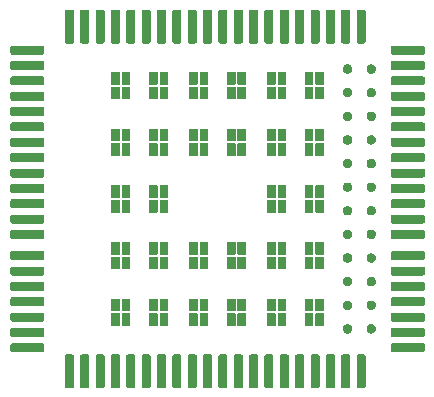
<source format=gtp>
G04 #@! TF.GenerationSoftware,KiCad,Pcbnew,8.0.0-rc1*
G04 #@! TF.CreationDate,2024-10-05T12:40:08+03:00*
G04 #@! TF.ProjectId,EC25_module,45433235-5f6d-46f6-9475-6c652e6b6963,rev?*
G04 #@! TF.SameCoordinates,Original*
G04 #@! TF.FileFunction,Paste,Top*
G04 #@! TF.FilePolarity,Positive*
%FSLAX46Y46*%
G04 Gerber Fmt 4.6, Leading zero omitted, Abs format (unit mm)*
G04 Created by KiCad (PCBNEW 8.0.0-rc1) date 2024-10-05 12:40:08*
%MOMM*%
%LPD*%
G01*
G04 APERTURE LIST*
%ADD10C,0.010000*%
G04 APERTURE END LIST*
D10*
X137457000Y-84682000D02*
X137475000Y-84684000D01*
X137493000Y-84688000D01*
X137511000Y-84692000D01*
X137528000Y-84697000D01*
X137545000Y-84703000D01*
X137562000Y-84710000D01*
X137579000Y-84718000D01*
X137595000Y-84727000D01*
X137611000Y-84736000D01*
X137626000Y-84747000D01*
X137640000Y-84758000D01*
X137654000Y-84770000D01*
X137667000Y-84783000D01*
X137680000Y-84796000D01*
X137692000Y-84810000D01*
X137703000Y-84824000D01*
X137714000Y-84839000D01*
X137723000Y-84855000D01*
X137732000Y-84871000D01*
X137740000Y-84888000D01*
X137747000Y-84905000D01*
X137753000Y-84922000D01*
X137758000Y-84939000D01*
X137762000Y-84957000D01*
X137766000Y-84975000D01*
X137768000Y-84993000D01*
X137770000Y-85012000D01*
X137770000Y-85030000D01*
X137770000Y-85048000D01*
X137768000Y-85067000D01*
X137766000Y-85085000D01*
X137762000Y-85103000D01*
X137758000Y-85121000D01*
X137753000Y-85138000D01*
X137747000Y-85155000D01*
X137740000Y-85172000D01*
X137732000Y-85189000D01*
X137723000Y-85205000D01*
X137714000Y-85221000D01*
X137703000Y-85236000D01*
X137692000Y-85250000D01*
X137680000Y-85264000D01*
X137667000Y-85277000D01*
X137654000Y-85290000D01*
X137640000Y-85302000D01*
X137626000Y-85313000D01*
X137611000Y-85324000D01*
X137595000Y-85333000D01*
X137579000Y-85342000D01*
X137562000Y-85350000D01*
X137545000Y-85357000D01*
X137528000Y-85363000D01*
X137511000Y-85368000D01*
X137493000Y-85372000D01*
X137475000Y-85376000D01*
X137457000Y-85378000D01*
X137438000Y-85380000D01*
X137420000Y-85380000D01*
X137402000Y-85380000D01*
X137383000Y-85378000D01*
X137365000Y-85376000D01*
X137347000Y-85372000D01*
X137329000Y-85368000D01*
X137312000Y-85363000D01*
X137295000Y-85357000D01*
X137278000Y-85350000D01*
X137261000Y-85342000D01*
X137245000Y-85333000D01*
X137229000Y-85324000D01*
X137214000Y-85313000D01*
X137200000Y-85302000D01*
X137186000Y-85290000D01*
X137173000Y-85277000D01*
X137160000Y-85264000D01*
X137148000Y-85250000D01*
X137137000Y-85236000D01*
X137126000Y-85221000D01*
X137117000Y-85205000D01*
X137108000Y-85189000D01*
X137100000Y-85172000D01*
X137093000Y-85155000D01*
X137087000Y-85138000D01*
X137082000Y-85121000D01*
X137078000Y-85103000D01*
X137074000Y-85085000D01*
X137072000Y-85067000D01*
X137070000Y-85048000D01*
X137070000Y-85030000D01*
X137070000Y-85012000D01*
X137072000Y-84993000D01*
X137074000Y-84975000D01*
X137078000Y-84957000D01*
X137082000Y-84939000D01*
X137087000Y-84922000D01*
X137093000Y-84905000D01*
X137100000Y-84888000D01*
X137108000Y-84871000D01*
X137117000Y-84855000D01*
X137126000Y-84839000D01*
X137137000Y-84824000D01*
X137148000Y-84810000D01*
X137160000Y-84796000D01*
X137173000Y-84783000D01*
X137186000Y-84770000D01*
X137200000Y-84758000D01*
X137214000Y-84747000D01*
X137229000Y-84736000D01*
X137245000Y-84727000D01*
X137261000Y-84718000D01*
X137278000Y-84710000D01*
X137295000Y-84703000D01*
X137312000Y-84697000D01*
X137329000Y-84692000D01*
X137347000Y-84688000D01*
X137365000Y-84684000D01*
X137383000Y-84682000D01*
X137402000Y-84680000D01*
X137420000Y-84680000D01*
X137438000Y-84680000D01*
X137457000Y-84682000D01*
G36*
X137457000Y-84682000D02*
G01*
X137475000Y-84684000D01*
X137493000Y-84688000D01*
X137511000Y-84692000D01*
X137528000Y-84697000D01*
X137545000Y-84703000D01*
X137562000Y-84710000D01*
X137579000Y-84718000D01*
X137595000Y-84727000D01*
X137611000Y-84736000D01*
X137626000Y-84747000D01*
X137640000Y-84758000D01*
X137654000Y-84770000D01*
X137667000Y-84783000D01*
X137680000Y-84796000D01*
X137692000Y-84810000D01*
X137703000Y-84824000D01*
X137714000Y-84839000D01*
X137723000Y-84855000D01*
X137732000Y-84871000D01*
X137740000Y-84888000D01*
X137747000Y-84905000D01*
X137753000Y-84922000D01*
X137758000Y-84939000D01*
X137762000Y-84957000D01*
X137766000Y-84975000D01*
X137768000Y-84993000D01*
X137770000Y-85012000D01*
X137770000Y-85030000D01*
X137770000Y-85048000D01*
X137768000Y-85067000D01*
X137766000Y-85085000D01*
X137762000Y-85103000D01*
X137758000Y-85121000D01*
X137753000Y-85138000D01*
X137747000Y-85155000D01*
X137740000Y-85172000D01*
X137732000Y-85189000D01*
X137723000Y-85205000D01*
X137714000Y-85221000D01*
X137703000Y-85236000D01*
X137692000Y-85250000D01*
X137680000Y-85264000D01*
X137667000Y-85277000D01*
X137654000Y-85290000D01*
X137640000Y-85302000D01*
X137626000Y-85313000D01*
X137611000Y-85324000D01*
X137595000Y-85333000D01*
X137579000Y-85342000D01*
X137562000Y-85350000D01*
X137545000Y-85357000D01*
X137528000Y-85363000D01*
X137511000Y-85368000D01*
X137493000Y-85372000D01*
X137475000Y-85376000D01*
X137457000Y-85378000D01*
X137438000Y-85380000D01*
X137420000Y-85380000D01*
X137402000Y-85380000D01*
X137383000Y-85378000D01*
X137365000Y-85376000D01*
X137347000Y-85372000D01*
X137329000Y-85368000D01*
X137312000Y-85363000D01*
X137295000Y-85357000D01*
X137278000Y-85350000D01*
X137261000Y-85342000D01*
X137245000Y-85333000D01*
X137229000Y-85324000D01*
X137214000Y-85313000D01*
X137200000Y-85302000D01*
X137186000Y-85290000D01*
X137173000Y-85277000D01*
X137160000Y-85264000D01*
X137148000Y-85250000D01*
X137137000Y-85236000D01*
X137126000Y-85221000D01*
X137117000Y-85205000D01*
X137108000Y-85189000D01*
X137100000Y-85172000D01*
X137093000Y-85155000D01*
X137087000Y-85138000D01*
X137082000Y-85121000D01*
X137078000Y-85103000D01*
X137074000Y-85085000D01*
X137072000Y-85067000D01*
X137070000Y-85048000D01*
X137070000Y-85030000D01*
X137070000Y-85012000D01*
X137072000Y-84993000D01*
X137074000Y-84975000D01*
X137078000Y-84957000D01*
X137082000Y-84939000D01*
X137087000Y-84922000D01*
X137093000Y-84905000D01*
X137100000Y-84888000D01*
X137108000Y-84871000D01*
X137117000Y-84855000D01*
X137126000Y-84839000D01*
X137137000Y-84824000D01*
X137148000Y-84810000D01*
X137160000Y-84796000D01*
X137173000Y-84783000D01*
X137186000Y-84770000D01*
X137200000Y-84758000D01*
X137214000Y-84747000D01*
X137229000Y-84736000D01*
X137245000Y-84727000D01*
X137261000Y-84718000D01*
X137278000Y-84710000D01*
X137295000Y-84703000D01*
X137312000Y-84697000D01*
X137329000Y-84692000D01*
X137347000Y-84688000D01*
X137365000Y-84684000D01*
X137383000Y-84682000D01*
X137402000Y-84680000D01*
X137420000Y-84680000D01*
X137438000Y-84680000D01*
X137457000Y-84682000D01*
G37*
X137457000Y-86682000D02*
X137475000Y-86684000D01*
X137493000Y-86688000D01*
X137511000Y-86692000D01*
X137528000Y-86697000D01*
X137545000Y-86703000D01*
X137562000Y-86710000D01*
X137579000Y-86718000D01*
X137595000Y-86727000D01*
X137611000Y-86736000D01*
X137626000Y-86747000D01*
X137640000Y-86758000D01*
X137654000Y-86770000D01*
X137667000Y-86783000D01*
X137680000Y-86796000D01*
X137692000Y-86810000D01*
X137703000Y-86824000D01*
X137714000Y-86839000D01*
X137723000Y-86855000D01*
X137732000Y-86871000D01*
X137740000Y-86888000D01*
X137747000Y-86905000D01*
X137753000Y-86922000D01*
X137758000Y-86939000D01*
X137762000Y-86957000D01*
X137766000Y-86975000D01*
X137768000Y-86993000D01*
X137770000Y-87012000D01*
X137770000Y-87030000D01*
X137770000Y-87048000D01*
X137768000Y-87067000D01*
X137766000Y-87085000D01*
X137762000Y-87103000D01*
X137758000Y-87121000D01*
X137753000Y-87138000D01*
X137747000Y-87155000D01*
X137740000Y-87172000D01*
X137732000Y-87189000D01*
X137723000Y-87205000D01*
X137714000Y-87221000D01*
X137703000Y-87236000D01*
X137692000Y-87250000D01*
X137680000Y-87264000D01*
X137667000Y-87277000D01*
X137654000Y-87290000D01*
X137640000Y-87302000D01*
X137626000Y-87313000D01*
X137611000Y-87324000D01*
X137595000Y-87333000D01*
X137579000Y-87342000D01*
X137562000Y-87350000D01*
X137545000Y-87357000D01*
X137528000Y-87363000D01*
X137511000Y-87368000D01*
X137493000Y-87372000D01*
X137475000Y-87376000D01*
X137457000Y-87378000D01*
X137438000Y-87380000D01*
X137420000Y-87380000D01*
X137402000Y-87380000D01*
X137383000Y-87378000D01*
X137365000Y-87376000D01*
X137347000Y-87372000D01*
X137329000Y-87368000D01*
X137312000Y-87363000D01*
X137295000Y-87357000D01*
X137278000Y-87350000D01*
X137261000Y-87342000D01*
X137245000Y-87333000D01*
X137229000Y-87324000D01*
X137214000Y-87313000D01*
X137200000Y-87302000D01*
X137186000Y-87290000D01*
X137173000Y-87277000D01*
X137160000Y-87264000D01*
X137148000Y-87250000D01*
X137137000Y-87236000D01*
X137126000Y-87221000D01*
X137117000Y-87205000D01*
X137108000Y-87189000D01*
X137100000Y-87172000D01*
X137093000Y-87155000D01*
X137087000Y-87138000D01*
X137082000Y-87121000D01*
X137078000Y-87103000D01*
X137074000Y-87085000D01*
X137072000Y-87067000D01*
X137070000Y-87048000D01*
X137070000Y-87030000D01*
X137070000Y-87012000D01*
X137072000Y-86993000D01*
X137074000Y-86975000D01*
X137078000Y-86957000D01*
X137082000Y-86939000D01*
X137087000Y-86922000D01*
X137093000Y-86905000D01*
X137100000Y-86888000D01*
X137108000Y-86871000D01*
X137117000Y-86855000D01*
X137126000Y-86839000D01*
X137137000Y-86824000D01*
X137148000Y-86810000D01*
X137160000Y-86796000D01*
X137173000Y-86783000D01*
X137186000Y-86770000D01*
X137200000Y-86758000D01*
X137214000Y-86747000D01*
X137229000Y-86736000D01*
X137245000Y-86727000D01*
X137261000Y-86718000D01*
X137278000Y-86710000D01*
X137295000Y-86703000D01*
X137312000Y-86697000D01*
X137329000Y-86692000D01*
X137347000Y-86688000D01*
X137365000Y-86684000D01*
X137383000Y-86682000D01*
X137402000Y-86680000D01*
X137420000Y-86680000D01*
X137438000Y-86680000D01*
X137457000Y-86682000D01*
G36*
X137457000Y-86682000D02*
G01*
X137475000Y-86684000D01*
X137493000Y-86688000D01*
X137511000Y-86692000D01*
X137528000Y-86697000D01*
X137545000Y-86703000D01*
X137562000Y-86710000D01*
X137579000Y-86718000D01*
X137595000Y-86727000D01*
X137611000Y-86736000D01*
X137626000Y-86747000D01*
X137640000Y-86758000D01*
X137654000Y-86770000D01*
X137667000Y-86783000D01*
X137680000Y-86796000D01*
X137692000Y-86810000D01*
X137703000Y-86824000D01*
X137714000Y-86839000D01*
X137723000Y-86855000D01*
X137732000Y-86871000D01*
X137740000Y-86888000D01*
X137747000Y-86905000D01*
X137753000Y-86922000D01*
X137758000Y-86939000D01*
X137762000Y-86957000D01*
X137766000Y-86975000D01*
X137768000Y-86993000D01*
X137770000Y-87012000D01*
X137770000Y-87030000D01*
X137770000Y-87048000D01*
X137768000Y-87067000D01*
X137766000Y-87085000D01*
X137762000Y-87103000D01*
X137758000Y-87121000D01*
X137753000Y-87138000D01*
X137747000Y-87155000D01*
X137740000Y-87172000D01*
X137732000Y-87189000D01*
X137723000Y-87205000D01*
X137714000Y-87221000D01*
X137703000Y-87236000D01*
X137692000Y-87250000D01*
X137680000Y-87264000D01*
X137667000Y-87277000D01*
X137654000Y-87290000D01*
X137640000Y-87302000D01*
X137626000Y-87313000D01*
X137611000Y-87324000D01*
X137595000Y-87333000D01*
X137579000Y-87342000D01*
X137562000Y-87350000D01*
X137545000Y-87357000D01*
X137528000Y-87363000D01*
X137511000Y-87368000D01*
X137493000Y-87372000D01*
X137475000Y-87376000D01*
X137457000Y-87378000D01*
X137438000Y-87380000D01*
X137420000Y-87380000D01*
X137402000Y-87380000D01*
X137383000Y-87378000D01*
X137365000Y-87376000D01*
X137347000Y-87372000D01*
X137329000Y-87368000D01*
X137312000Y-87363000D01*
X137295000Y-87357000D01*
X137278000Y-87350000D01*
X137261000Y-87342000D01*
X137245000Y-87333000D01*
X137229000Y-87324000D01*
X137214000Y-87313000D01*
X137200000Y-87302000D01*
X137186000Y-87290000D01*
X137173000Y-87277000D01*
X137160000Y-87264000D01*
X137148000Y-87250000D01*
X137137000Y-87236000D01*
X137126000Y-87221000D01*
X137117000Y-87205000D01*
X137108000Y-87189000D01*
X137100000Y-87172000D01*
X137093000Y-87155000D01*
X137087000Y-87138000D01*
X137082000Y-87121000D01*
X137078000Y-87103000D01*
X137074000Y-87085000D01*
X137072000Y-87067000D01*
X137070000Y-87048000D01*
X137070000Y-87030000D01*
X137070000Y-87012000D01*
X137072000Y-86993000D01*
X137074000Y-86975000D01*
X137078000Y-86957000D01*
X137082000Y-86939000D01*
X137087000Y-86922000D01*
X137093000Y-86905000D01*
X137100000Y-86888000D01*
X137108000Y-86871000D01*
X137117000Y-86855000D01*
X137126000Y-86839000D01*
X137137000Y-86824000D01*
X137148000Y-86810000D01*
X137160000Y-86796000D01*
X137173000Y-86783000D01*
X137186000Y-86770000D01*
X137200000Y-86758000D01*
X137214000Y-86747000D01*
X137229000Y-86736000D01*
X137245000Y-86727000D01*
X137261000Y-86718000D01*
X137278000Y-86710000D01*
X137295000Y-86703000D01*
X137312000Y-86697000D01*
X137329000Y-86692000D01*
X137347000Y-86688000D01*
X137365000Y-86684000D01*
X137383000Y-86682000D01*
X137402000Y-86680000D01*
X137420000Y-86680000D01*
X137438000Y-86680000D01*
X137457000Y-86682000D01*
G37*
X137457000Y-88682000D02*
X137475000Y-88684000D01*
X137493000Y-88688000D01*
X137511000Y-88692000D01*
X137528000Y-88697000D01*
X137545000Y-88703000D01*
X137562000Y-88710000D01*
X137579000Y-88718000D01*
X137595000Y-88727000D01*
X137611000Y-88736000D01*
X137626000Y-88747000D01*
X137640000Y-88758000D01*
X137654000Y-88770000D01*
X137667000Y-88783000D01*
X137680000Y-88796000D01*
X137692000Y-88810000D01*
X137703000Y-88824000D01*
X137714000Y-88839000D01*
X137723000Y-88855000D01*
X137732000Y-88871000D01*
X137740000Y-88888000D01*
X137747000Y-88905000D01*
X137753000Y-88922000D01*
X137758000Y-88939000D01*
X137762000Y-88957000D01*
X137766000Y-88975000D01*
X137768000Y-88993000D01*
X137770000Y-89012000D01*
X137770000Y-89030000D01*
X137770000Y-89048000D01*
X137768000Y-89067000D01*
X137766000Y-89085000D01*
X137762000Y-89103000D01*
X137758000Y-89121000D01*
X137753000Y-89138000D01*
X137747000Y-89155000D01*
X137740000Y-89172000D01*
X137732000Y-89189000D01*
X137723000Y-89205000D01*
X137714000Y-89221000D01*
X137703000Y-89236000D01*
X137692000Y-89250000D01*
X137680000Y-89264000D01*
X137667000Y-89277000D01*
X137654000Y-89290000D01*
X137640000Y-89302000D01*
X137626000Y-89313000D01*
X137611000Y-89324000D01*
X137595000Y-89333000D01*
X137579000Y-89342000D01*
X137562000Y-89350000D01*
X137545000Y-89357000D01*
X137528000Y-89363000D01*
X137511000Y-89368000D01*
X137493000Y-89372000D01*
X137475000Y-89376000D01*
X137457000Y-89378000D01*
X137438000Y-89380000D01*
X137420000Y-89380000D01*
X137402000Y-89380000D01*
X137383000Y-89378000D01*
X137365000Y-89376000D01*
X137347000Y-89372000D01*
X137329000Y-89368000D01*
X137312000Y-89363000D01*
X137295000Y-89357000D01*
X137278000Y-89350000D01*
X137261000Y-89342000D01*
X137245000Y-89333000D01*
X137229000Y-89324000D01*
X137214000Y-89313000D01*
X137200000Y-89302000D01*
X137186000Y-89290000D01*
X137173000Y-89277000D01*
X137160000Y-89264000D01*
X137148000Y-89250000D01*
X137137000Y-89236000D01*
X137126000Y-89221000D01*
X137117000Y-89205000D01*
X137108000Y-89189000D01*
X137100000Y-89172000D01*
X137093000Y-89155000D01*
X137087000Y-89138000D01*
X137082000Y-89121000D01*
X137078000Y-89103000D01*
X137074000Y-89085000D01*
X137072000Y-89067000D01*
X137070000Y-89048000D01*
X137070000Y-89030000D01*
X137070000Y-89012000D01*
X137072000Y-88993000D01*
X137074000Y-88975000D01*
X137078000Y-88957000D01*
X137082000Y-88939000D01*
X137087000Y-88922000D01*
X137093000Y-88905000D01*
X137100000Y-88888000D01*
X137108000Y-88871000D01*
X137117000Y-88855000D01*
X137126000Y-88839000D01*
X137137000Y-88824000D01*
X137148000Y-88810000D01*
X137160000Y-88796000D01*
X137173000Y-88783000D01*
X137186000Y-88770000D01*
X137200000Y-88758000D01*
X137214000Y-88747000D01*
X137229000Y-88736000D01*
X137245000Y-88727000D01*
X137261000Y-88718000D01*
X137278000Y-88710000D01*
X137295000Y-88703000D01*
X137312000Y-88697000D01*
X137329000Y-88692000D01*
X137347000Y-88688000D01*
X137365000Y-88684000D01*
X137383000Y-88682000D01*
X137402000Y-88680000D01*
X137420000Y-88680000D01*
X137438000Y-88680000D01*
X137457000Y-88682000D01*
G36*
X137457000Y-88682000D02*
G01*
X137475000Y-88684000D01*
X137493000Y-88688000D01*
X137511000Y-88692000D01*
X137528000Y-88697000D01*
X137545000Y-88703000D01*
X137562000Y-88710000D01*
X137579000Y-88718000D01*
X137595000Y-88727000D01*
X137611000Y-88736000D01*
X137626000Y-88747000D01*
X137640000Y-88758000D01*
X137654000Y-88770000D01*
X137667000Y-88783000D01*
X137680000Y-88796000D01*
X137692000Y-88810000D01*
X137703000Y-88824000D01*
X137714000Y-88839000D01*
X137723000Y-88855000D01*
X137732000Y-88871000D01*
X137740000Y-88888000D01*
X137747000Y-88905000D01*
X137753000Y-88922000D01*
X137758000Y-88939000D01*
X137762000Y-88957000D01*
X137766000Y-88975000D01*
X137768000Y-88993000D01*
X137770000Y-89012000D01*
X137770000Y-89030000D01*
X137770000Y-89048000D01*
X137768000Y-89067000D01*
X137766000Y-89085000D01*
X137762000Y-89103000D01*
X137758000Y-89121000D01*
X137753000Y-89138000D01*
X137747000Y-89155000D01*
X137740000Y-89172000D01*
X137732000Y-89189000D01*
X137723000Y-89205000D01*
X137714000Y-89221000D01*
X137703000Y-89236000D01*
X137692000Y-89250000D01*
X137680000Y-89264000D01*
X137667000Y-89277000D01*
X137654000Y-89290000D01*
X137640000Y-89302000D01*
X137626000Y-89313000D01*
X137611000Y-89324000D01*
X137595000Y-89333000D01*
X137579000Y-89342000D01*
X137562000Y-89350000D01*
X137545000Y-89357000D01*
X137528000Y-89363000D01*
X137511000Y-89368000D01*
X137493000Y-89372000D01*
X137475000Y-89376000D01*
X137457000Y-89378000D01*
X137438000Y-89380000D01*
X137420000Y-89380000D01*
X137402000Y-89380000D01*
X137383000Y-89378000D01*
X137365000Y-89376000D01*
X137347000Y-89372000D01*
X137329000Y-89368000D01*
X137312000Y-89363000D01*
X137295000Y-89357000D01*
X137278000Y-89350000D01*
X137261000Y-89342000D01*
X137245000Y-89333000D01*
X137229000Y-89324000D01*
X137214000Y-89313000D01*
X137200000Y-89302000D01*
X137186000Y-89290000D01*
X137173000Y-89277000D01*
X137160000Y-89264000D01*
X137148000Y-89250000D01*
X137137000Y-89236000D01*
X137126000Y-89221000D01*
X137117000Y-89205000D01*
X137108000Y-89189000D01*
X137100000Y-89172000D01*
X137093000Y-89155000D01*
X137087000Y-89138000D01*
X137082000Y-89121000D01*
X137078000Y-89103000D01*
X137074000Y-89085000D01*
X137072000Y-89067000D01*
X137070000Y-89048000D01*
X137070000Y-89030000D01*
X137070000Y-89012000D01*
X137072000Y-88993000D01*
X137074000Y-88975000D01*
X137078000Y-88957000D01*
X137082000Y-88939000D01*
X137087000Y-88922000D01*
X137093000Y-88905000D01*
X137100000Y-88888000D01*
X137108000Y-88871000D01*
X137117000Y-88855000D01*
X137126000Y-88839000D01*
X137137000Y-88824000D01*
X137148000Y-88810000D01*
X137160000Y-88796000D01*
X137173000Y-88783000D01*
X137186000Y-88770000D01*
X137200000Y-88758000D01*
X137214000Y-88747000D01*
X137229000Y-88736000D01*
X137245000Y-88727000D01*
X137261000Y-88718000D01*
X137278000Y-88710000D01*
X137295000Y-88703000D01*
X137312000Y-88697000D01*
X137329000Y-88692000D01*
X137347000Y-88688000D01*
X137365000Y-88684000D01*
X137383000Y-88682000D01*
X137402000Y-88680000D01*
X137420000Y-88680000D01*
X137438000Y-88680000D01*
X137457000Y-88682000D01*
G37*
X137457000Y-90682000D02*
X137475000Y-90684000D01*
X137493000Y-90688000D01*
X137511000Y-90692000D01*
X137528000Y-90697000D01*
X137545000Y-90703000D01*
X137562000Y-90710000D01*
X137579000Y-90718000D01*
X137595000Y-90727000D01*
X137611000Y-90736000D01*
X137626000Y-90747000D01*
X137640000Y-90758000D01*
X137654000Y-90770000D01*
X137667000Y-90783000D01*
X137680000Y-90796000D01*
X137692000Y-90810000D01*
X137703000Y-90824000D01*
X137714000Y-90839000D01*
X137723000Y-90855000D01*
X137732000Y-90871000D01*
X137740000Y-90888000D01*
X137747000Y-90905000D01*
X137753000Y-90922000D01*
X137758000Y-90939000D01*
X137762000Y-90957000D01*
X137766000Y-90975000D01*
X137768000Y-90993000D01*
X137770000Y-91012000D01*
X137770000Y-91030000D01*
X137770000Y-91048000D01*
X137768000Y-91067000D01*
X137766000Y-91085000D01*
X137762000Y-91103000D01*
X137758000Y-91121000D01*
X137753000Y-91138000D01*
X137747000Y-91155000D01*
X137740000Y-91172000D01*
X137732000Y-91189000D01*
X137723000Y-91205000D01*
X137714000Y-91221000D01*
X137703000Y-91236000D01*
X137692000Y-91250000D01*
X137680000Y-91264000D01*
X137667000Y-91277000D01*
X137654000Y-91290000D01*
X137640000Y-91302000D01*
X137626000Y-91313000D01*
X137611000Y-91324000D01*
X137595000Y-91333000D01*
X137579000Y-91342000D01*
X137562000Y-91350000D01*
X137545000Y-91357000D01*
X137528000Y-91363000D01*
X137511000Y-91368000D01*
X137493000Y-91372000D01*
X137475000Y-91376000D01*
X137457000Y-91378000D01*
X137438000Y-91380000D01*
X137420000Y-91380000D01*
X137402000Y-91380000D01*
X137383000Y-91378000D01*
X137365000Y-91376000D01*
X137347000Y-91372000D01*
X137329000Y-91368000D01*
X137312000Y-91363000D01*
X137295000Y-91357000D01*
X137278000Y-91350000D01*
X137261000Y-91342000D01*
X137245000Y-91333000D01*
X137229000Y-91324000D01*
X137214000Y-91313000D01*
X137200000Y-91302000D01*
X137186000Y-91290000D01*
X137173000Y-91277000D01*
X137160000Y-91264000D01*
X137148000Y-91250000D01*
X137137000Y-91236000D01*
X137126000Y-91221000D01*
X137117000Y-91205000D01*
X137108000Y-91189000D01*
X137100000Y-91172000D01*
X137093000Y-91155000D01*
X137087000Y-91138000D01*
X137082000Y-91121000D01*
X137078000Y-91103000D01*
X137074000Y-91085000D01*
X137072000Y-91067000D01*
X137070000Y-91048000D01*
X137070000Y-91030000D01*
X137070000Y-91012000D01*
X137072000Y-90993000D01*
X137074000Y-90975000D01*
X137078000Y-90957000D01*
X137082000Y-90939000D01*
X137087000Y-90922000D01*
X137093000Y-90905000D01*
X137100000Y-90888000D01*
X137108000Y-90871000D01*
X137117000Y-90855000D01*
X137126000Y-90839000D01*
X137137000Y-90824000D01*
X137148000Y-90810000D01*
X137160000Y-90796000D01*
X137173000Y-90783000D01*
X137186000Y-90770000D01*
X137200000Y-90758000D01*
X137214000Y-90747000D01*
X137229000Y-90736000D01*
X137245000Y-90727000D01*
X137261000Y-90718000D01*
X137278000Y-90710000D01*
X137295000Y-90703000D01*
X137312000Y-90697000D01*
X137329000Y-90692000D01*
X137347000Y-90688000D01*
X137365000Y-90684000D01*
X137383000Y-90682000D01*
X137402000Y-90680000D01*
X137420000Y-90680000D01*
X137438000Y-90680000D01*
X137457000Y-90682000D01*
G36*
X137457000Y-90682000D02*
G01*
X137475000Y-90684000D01*
X137493000Y-90688000D01*
X137511000Y-90692000D01*
X137528000Y-90697000D01*
X137545000Y-90703000D01*
X137562000Y-90710000D01*
X137579000Y-90718000D01*
X137595000Y-90727000D01*
X137611000Y-90736000D01*
X137626000Y-90747000D01*
X137640000Y-90758000D01*
X137654000Y-90770000D01*
X137667000Y-90783000D01*
X137680000Y-90796000D01*
X137692000Y-90810000D01*
X137703000Y-90824000D01*
X137714000Y-90839000D01*
X137723000Y-90855000D01*
X137732000Y-90871000D01*
X137740000Y-90888000D01*
X137747000Y-90905000D01*
X137753000Y-90922000D01*
X137758000Y-90939000D01*
X137762000Y-90957000D01*
X137766000Y-90975000D01*
X137768000Y-90993000D01*
X137770000Y-91012000D01*
X137770000Y-91030000D01*
X137770000Y-91048000D01*
X137768000Y-91067000D01*
X137766000Y-91085000D01*
X137762000Y-91103000D01*
X137758000Y-91121000D01*
X137753000Y-91138000D01*
X137747000Y-91155000D01*
X137740000Y-91172000D01*
X137732000Y-91189000D01*
X137723000Y-91205000D01*
X137714000Y-91221000D01*
X137703000Y-91236000D01*
X137692000Y-91250000D01*
X137680000Y-91264000D01*
X137667000Y-91277000D01*
X137654000Y-91290000D01*
X137640000Y-91302000D01*
X137626000Y-91313000D01*
X137611000Y-91324000D01*
X137595000Y-91333000D01*
X137579000Y-91342000D01*
X137562000Y-91350000D01*
X137545000Y-91357000D01*
X137528000Y-91363000D01*
X137511000Y-91368000D01*
X137493000Y-91372000D01*
X137475000Y-91376000D01*
X137457000Y-91378000D01*
X137438000Y-91380000D01*
X137420000Y-91380000D01*
X137402000Y-91380000D01*
X137383000Y-91378000D01*
X137365000Y-91376000D01*
X137347000Y-91372000D01*
X137329000Y-91368000D01*
X137312000Y-91363000D01*
X137295000Y-91357000D01*
X137278000Y-91350000D01*
X137261000Y-91342000D01*
X137245000Y-91333000D01*
X137229000Y-91324000D01*
X137214000Y-91313000D01*
X137200000Y-91302000D01*
X137186000Y-91290000D01*
X137173000Y-91277000D01*
X137160000Y-91264000D01*
X137148000Y-91250000D01*
X137137000Y-91236000D01*
X137126000Y-91221000D01*
X137117000Y-91205000D01*
X137108000Y-91189000D01*
X137100000Y-91172000D01*
X137093000Y-91155000D01*
X137087000Y-91138000D01*
X137082000Y-91121000D01*
X137078000Y-91103000D01*
X137074000Y-91085000D01*
X137072000Y-91067000D01*
X137070000Y-91048000D01*
X137070000Y-91030000D01*
X137070000Y-91012000D01*
X137072000Y-90993000D01*
X137074000Y-90975000D01*
X137078000Y-90957000D01*
X137082000Y-90939000D01*
X137087000Y-90922000D01*
X137093000Y-90905000D01*
X137100000Y-90888000D01*
X137108000Y-90871000D01*
X137117000Y-90855000D01*
X137126000Y-90839000D01*
X137137000Y-90824000D01*
X137148000Y-90810000D01*
X137160000Y-90796000D01*
X137173000Y-90783000D01*
X137186000Y-90770000D01*
X137200000Y-90758000D01*
X137214000Y-90747000D01*
X137229000Y-90736000D01*
X137245000Y-90727000D01*
X137261000Y-90718000D01*
X137278000Y-90710000D01*
X137295000Y-90703000D01*
X137312000Y-90697000D01*
X137329000Y-90692000D01*
X137347000Y-90688000D01*
X137365000Y-90684000D01*
X137383000Y-90682000D01*
X137402000Y-90680000D01*
X137420000Y-90680000D01*
X137438000Y-90680000D01*
X137457000Y-90682000D01*
G37*
X137457000Y-90682000D02*
X137475000Y-90684000D01*
X137493000Y-90688000D01*
X137511000Y-90692000D01*
X137528000Y-90697000D01*
X137545000Y-90703000D01*
X137562000Y-90710000D01*
X137579000Y-90718000D01*
X137595000Y-90727000D01*
X137611000Y-90736000D01*
X137626000Y-90747000D01*
X137640000Y-90758000D01*
X137654000Y-90770000D01*
X137667000Y-90783000D01*
X137680000Y-90796000D01*
X137692000Y-90810000D01*
X137703000Y-90824000D01*
X137714000Y-90839000D01*
X137723000Y-90855000D01*
X137732000Y-90871000D01*
X137740000Y-90888000D01*
X137747000Y-90905000D01*
X137753000Y-90922000D01*
X137758000Y-90939000D01*
X137762000Y-90957000D01*
X137766000Y-90975000D01*
X137768000Y-90993000D01*
X137770000Y-91012000D01*
X137770000Y-91030000D01*
X137770000Y-91048000D01*
X137768000Y-91067000D01*
X137766000Y-91085000D01*
X137762000Y-91103000D01*
X137758000Y-91121000D01*
X137753000Y-91138000D01*
X137747000Y-91155000D01*
X137740000Y-91172000D01*
X137732000Y-91189000D01*
X137723000Y-91205000D01*
X137714000Y-91221000D01*
X137703000Y-91236000D01*
X137692000Y-91250000D01*
X137680000Y-91264000D01*
X137667000Y-91277000D01*
X137654000Y-91290000D01*
X137640000Y-91302000D01*
X137626000Y-91313000D01*
X137611000Y-91324000D01*
X137595000Y-91333000D01*
X137579000Y-91342000D01*
X137562000Y-91350000D01*
X137545000Y-91357000D01*
X137528000Y-91363000D01*
X137511000Y-91368000D01*
X137493000Y-91372000D01*
X137475000Y-91376000D01*
X137457000Y-91378000D01*
X137438000Y-91380000D01*
X137420000Y-91380000D01*
X137402000Y-91380000D01*
X137383000Y-91378000D01*
X137365000Y-91376000D01*
X137347000Y-91372000D01*
X137329000Y-91368000D01*
X137312000Y-91363000D01*
X137295000Y-91357000D01*
X137278000Y-91350000D01*
X137261000Y-91342000D01*
X137245000Y-91333000D01*
X137229000Y-91324000D01*
X137214000Y-91313000D01*
X137200000Y-91302000D01*
X137186000Y-91290000D01*
X137173000Y-91277000D01*
X137160000Y-91264000D01*
X137148000Y-91250000D01*
X137137000Y-91236000D01*
X137126000Y-91221000D01*
X137117000Y-91205000D01*
X137108000Y-91189000D01*
X137100000Y-91172000D01*
X137093000Y-91155000D01*
X137087000Y-91138000D01*
X137082000Y-91121000D01*
X137078000Y-91103000D01*
X137074000Y-91085000D01*
X137072000Y-91067000D01*
X137070000Y-91048000D01*
X137070000Y-91030000D01*
X137070000Y-91012000D01*
X137072000Y-90993000D01*
X137074000Y-90975000D01*
X137078000Y-90957000D01*
X137082000Y-90939000D01*
X137087000Y-90922000D01*
X137093000Y-90905000D01*
X137100000Y-90888000D01*
X137108000Y-90871000D01*
X137117000Y-90855000D01*
X137126000Y-90839000D01*
X137137000Y-90824000D01*
X137148000Y-90810000D01*
X137160000Y-90796000D01*
X137173000Y-90783000D01*
X137186000Y-90770000D01*
X137200000Y-90758000D01*
X137214000Y-90747000D01*
X137229000Y-90736000D01*
X137245000Y-90727000D01*
X137261000Y-90718000D01*
X137278000Y-90710000D01*
X137295000Y-90703000D01*
X137312000Y-90697000D01*
X137329000Y-90692000D01*
X137347000Y-90688000D01*
X137365000Y-90684000D01*
X137383000Y-90682000D01*
X137402000Y-90680000D01*
X137420000Y-90680000D01*
X137438000Y-90680000D01*
X137457000Y-90682000D01*
G36*
X137457000Y-90682000D02*
G01*
X137475000Y-90684000D01*
X137493000Y-90688000D01*
X137511000Y-90692000D01*
X137528000Y-90697000D01*
X137545000Y-90703000D01*
X137562000Y-90710000D01*
X137579000Y-90718000D01*
X137595000Y-90727000D01*
X137611000Y-90736000D01*
X137626000Y-90747000D01*
X137640000Y-90758000D01*
X137654000Y-90770000D01*
X137667000Y-90783000D01*
X137680000Y-90796000D01*
X137692000Y-90810000D01*
X137703000Y-90824000D01*
X137714000Y-90839000D01*
X137723000Y-90855000D01*
X137732000Y-90871000D01*
X137740000Y-90888000D01*
X137747000Y-90905000D01*
X137753000Y-90922000D01*
X137758000Y-90939000D01*
X137762000Y-90957000D01*
X137766000Y-90975000D01*
X137768000Y-90993000D01*
X137770000Y-91012000D01*
X137770000Y-91030000D01*
X137770000Y-91048000D01*
X137768000Y-91067000D01*
X137766000Y-91085000D01*
X137762000Y-91103000D01*
X137758000Y-91121000D01*
X137753000Y-91138000D01*
X137747000Y-91155000D01*
X137740000Y-91172000D01*
X137732000Y-91189000D01*
X137723000Y-91205000D01*
X137714000Y-91221000D01*
X137703000Y-91236000D01*
X137692000Y-91250000D01*
X137680000Y-91264000D01*
X137667000Y-91277000D01*
X137654000Y-91290000D01*
X137640000Y-91302000D01*
X137626000Y-91313000D01*
X137611000Y-91324000D01*
X137595000Y-91333000D01*
X137579000Y-91342000D01*
X137562000Y-91350000D01*
X137545000Y-91357000D01*
X137528000Y-91363000D01*
X137511000Y-91368000D01*
X137493000Y-91372000D01*
X137475000Y-91376000D01*
X137457000Y-91378000D01*
X137438000Y-91380000D01*
X137420000Y-91380000D01*
X137402000Y-91380000D01*
X137383000Y-91378000D01*
X137365000Y-91376000D01*
X137347000Y-91372000D01*
X137329000Y-91368000D01*
X137312000Y-91363000D01*
X137295000Y-91357000D01*
X137278000Y-91350000D01*
X137261000Y-91342000D01*
X137245000Y-91333000D01*
X137229000Y-91324000D01*
X137214000Y-91313000D01*
X137200000Y-91302000D01*
X137186000Y-91290000D01*
X137173000Y-91277000D01*
X137160000Y-91264000D01*
X137148000Y-91250000D01*
X137137000Y-91236000D01*
X137126000Y-91221000D01*
X137117000Y-91205000D01*
X137108000Y-91189000D01*
X137100000Y-91172000D01*
X137093000Y-91155000D01*
X137087000Y-91138000D01*
X137082000Y-91121000D01*
X137078000Y-91103000D01*
X137074000Y-91085000D01*
X137072000Y-91067000D01*
X137070000Y-91048000D01*
X137070000Y-91030000D01*
X137070000Y-91012000D01*
X137072000Y-90993000D01*
X137074000Y-90975000D01*
X137078000Y-90957000D01*
X137082000Y-90939000D01*
X137087000Y-90922000D01*
X137093000Y-90905000D01*
X137100000Y-90888000D01*
X137108000Y-90871000D01*
X137117000Y-90855000D01*
X137126000Y-90839000D01*
X137137000Y-90824000D01*
X137148000Y-90810000D01*
X137160000Y-90796000D01*
X137173000Y-90783000D01*
X137186000Y-90770000D01*
X137200000Y-90758000D01*
X137214000Y-90747000D01*
X137229000Y-90736000D01*
X137245000Y-90727000D01*
X137261000Y-90718000D01*
X137278000Y-90710000D01*
X137295000Y-90703000D01*
X137312000Y-90697000D01*
X137329000Y-90692000D01*
X137347000Y-90688000D01*
X137365000Y-90684000D01*
X137383000Y-90682000D01*
X137402000Y-90680000D01*
X137420000Y-90680000D01*
X137438000Y-90680000D01*
X137457000Y-90682000D01*
G37*
X137457000Y-92682000D02*
X137475000Y-92684000D01*
X137493000Y-92688000D01*
X137511000Y-92692000D01*
X137528000Y-92697000D01*
X137545000Y-92703000D01*
X137562000Y-92710000D01*
X137579000Y-92718000D01*
X137595000Y-92727000D01*
X137611000Y-92736000D01*
X137626000Y-92747000D01*
X137640000Y-92758000D01*
X137654000Y-92770000D01*
X137667000Y-92783000D01*
X137680000Y-92796000D01*
X137692000Y-92810000D01*
X137703000Y-92824000D01*
X137714000Y-92839000D01*
X137723000Y-92855000D01*
X137732000Y-92871000D01*
X137740000Y-92888000D01*
X137747000Y-92905000D01*
X137753000Y-92922000D01*
X137758000Y-92939000D01*
X137762000Y-92957000D01*
X137766000Y-92975000D01*
X137768000Y-92993000D01*
X137770000Y-93012000D01*
X137770000Y-93030000D01*
X137770000Y-93048000D01*
X137768000Y-93067000D01*
X137766000Y-93085000D01*
X137762000Y-93103000D01*
X137758000Y-93121000D01*
X137753000Y-93138000D01*
X137747000Y-93155000D01*
X137740000Y-93172000D01*
X137732000Y-93189000D01*
X137723000Y-93205000D01*
X137714000Y-93221000D01*
X137703000Y-93236000D01*
X137692000Y-93250000D01*
X137680000Y-93264000D01*
X137667000Y-93277000D01*
X137654000Y-93290000D01*
X137640000Y-93302000D01*
X137626000Y-93313000D01*
X137611000Y-93324000D01*
X137595000Y-93333000D01*
X137579000Y-93342000D01*
X137562000Y-93350000D01*
X137545000Y-93357000D01*
X137528000Y-93363000D01*
X137511000Y-93368000D01*
X137493000Y-93372000D01*
X137475000Y-93376000D01*
X137457000Y-93378000D01*
X137438000Y-93380000D01*
X137420000Y-93380000D01*
X137402000Y-93380000D01*
X137383000Y-93378000D01*
X137365000Y-93376000D01*
X137347000Y-93372000D01*
X137329000Y-93368000D01*
X137312000Y-93363000D01*
X137295000Y-93357000D01*
X137278000Y-93350000D01*
X137261000Y-93342000D01*
X137245000Y-93333000D01*
X137229000Y-93324000D01*
X137214000Y-93313000D01*
X137200000Y-93302000D01*
X137186000Y-93290000D01*
X137173000Y-93277000D01*
X137160000Y-93264000D01*
X137148000Y-93250000D01*
X137137000Y-93236000D01*
X137126000Y-93221000D01*
X137117000Y-93205000D01*
X137108000Y-93189000D01*
X137100000Y-93172000D01*
X137093000Y-93155000D01*
X137087000Y-93138000D01*
X137082000Y-93121000D01*
X137078000Y-93103000D01*
X137074000Y-93085000D01*
X137072000Y-93067000D01*
X137070000Y-93048000D01*
X137070000Y-93030000D01*
X137070000Y-93012000D01*
X137072000Y-92993000D01*
X137074000Y-92975000D01*
X137078000Y-92957000D01*
X137082000Y-92939000D01*
X137087000Y-92922000D01*
X137093000Y-92905000D01*
X137100000Y-92888000D01*
X137108000Y-92871000D01*
X137117000Y-92855000D01*
X137126000Y-92839000D01*
X137137000Y-92824000D01*
X137148000Y-92810000D01*
X137160000Y-92796000D01*
X137173000Y-92783000D01*
X137186000Y-92770000D01*
X137200000Y-92758000D01*
X137214000Y-92747000D01*
X137229000Y-92736000D01*
X137245000Y-92727000D01*
X137261000Y-92718000D01*
X137278000Y-92710000D01*
X137295000Y-92703000D01*
X137312000Y-92697000D01*
X137329000Y-92692000D01*
X137347000Y-92688000D01*
X137365000Y-92684000D01*
X137383000Y-92682000D01*
X137402000Y-92680000D01*
X137420000Y-92680000D01*
X137438000Y-92680000D01*
X137457000Y-92682000D01*
G36*
X137457000Y-92682000D02*
G01*
X137475000Y-92684000D01*
X137493000Y-92688000D01*
X137511000Y-92692000D01*
X137528000Y-92697000D01*
X137545000Y-92703000D01*
X137562000Y-92710000D01*
X137579000Y-92718000D01*
X137595000Y-92727000D01*
X137611000Y-92736000D01*
X137626000Y-92747000D01*
X137640000Y-92758000D01*
X137654000Y-92770000D01*
X137667000Y-92783000D01*
X137680000Y-92796000D01*
X137692000Y-92810000D01*
X137703000Y-92824000D01*
X137714000Y-92839000D01*
X137723000Y-92855000D01*
X137732000Y-92871000D01*
X137740000Y-92888000D01*
X137747000Y-92905000D01*
X137753000Y-92922000D01*
X137758000Y-92939000D01*
X137762000Y-92957000D01*
X137766000Y-92975000D01*
X137768000Y-92993000D01*
X137770000Y-93012000D01*
X137770000Y-93030000D01*
X137770000Y-93048000D01*
X137768000Y-93067000D01*
X137766000Y-93085000D01*
X137762000Y-93103000D01*
X137758000Y-93121000D01*
X137753000Y-93138000D01*
X137747000Y-93155000D01*
X137740000Y-93172000D01*
X137732000Y-93189000D01*
X137723000Y-93205000D01*
X137714000Y-93221000D01*
X137703000Y-93236000D01*
X137692000Y-93250000D01*
X137680000Y-93264000D01*
X137667000Y-93277000D01*
X137654000Y-93290000D01*
X137640000Y-93302000D01*
X137626000Y-93313000D01*
X137611000Y-93324000D01*
X137595000Y-93333000D01*
X137579000Y-93342000D01*
X137562000Y-93350000D01*
X137545000Y-93357000D01*
X137528000Y-93363000D01*
X137511000Y-93368000D01*
X137493000Y-93372000D01*
X137475000Y-93376000D01*
X137457000Y-93378000D01*
X137438000Y-93380000D01*
X137420000Y-93380000D01*
X137402000Y-93380000D01*
X137383000Y-93378000D01*
X137365000Y-93376000D01*
X137347000Y-93372000D01*
X137329000Y-93368000D01*
X137312000Y-93363000D01*
X137295000Y-93357000D01*
X137278000Y-93350000D01*
X137261000Y-93342000D01*
X137245000Y-93333000D01*
X137229000Y-93324000D01*
X137214000Y-93313000D01*
X137200000Y-93302000D01*
X137186000Y-93290000D01*
X137173000Y-93277000D01*
X137160000Y-93264000D01*
X137148000Y-93250000D01*
X137137000Y-93236000D01*
X137126000Y-93221000D01*
X137117000Y-93205000D01*
X137108000Y-93189000D01*
X137100000Y-93172000D01*
X137093000Y-93155000D01*
X137087000Y-93138000D01*
X137082000Y-93121000D01*
X137078000Y-93103000D01*
X137074000Y-93085000D01*
X137072000Y-93067000D01*
X137070000Y-93048000D01*
X137070000Y-93030000D01*
X137070000Y-93012000D01*
X137072000Y-92993000D01*
X137074000Y-92975000D01*
X137078000Y-92957000D01*
X137082000Y-92939000D01*
X137087000Y-92922000D01*
X137093000Y-92905000D01*
X137100000Y-92888000D01*
X137108000Y-92871000D01*
X137117000Y-92855000D01*
X137126000Y-92839000D01*
X137137000Y-92824000D01*
X137148000Y-92810000D01*
X137160000Y-92796000D01*
X137173000Y-92783000D01*
X137186000Y-92770000D01*
X137200000Y-92758000D01*
X137214000Y-92747000D01*
X137229000Y-92736000D01*
X137245000Y-92727000D01*
X137261000Y-92718000D01*
X137278000Y-92710000D01*
X137295000Y-92703000D01*
X137312000Y-92697000D01*
X137329000Y-92692000D01*
X137347000Y-92688000D01*
X137365000Y-92684000D01*
X137383000Y-92682000D01*
X137402000Y-92680000D01*
X137420000Y-92680000D01*
X137438000Y-92680000D01*
X137457000Y-92682000D01*
G37*
X137457000Y-94682000D02*
X137475000Y-94684000D01*
X137493000Y-94688000D01*
X137511000Y-94692000D01*
X137528000Y-94697000D01*
X137545000Y-94703000D01*
X137562000Y-94710000D01*
X137579000Y-94718000D01*
X137595000Y-94727000D01*
X137611000Y-94736000D01*
X137626000Y-94747000D01*
X137640000Y-94758000D01*
X137654000Y-94770000D01*
X137667000Y-94783000D01*
X137680000Y-94796000D01*
X137692000Y-94810000D01*
X137703000Y-94824000D01*
X137714000Y-94839000D01*
X137723000Y-94855000D01*
X137732000Y-94871000D01*
X137740000Y-94888000D01*
X137747000Y-94905000D01*
X137753000Y-94922000D01*
X137758000Y-94939000D01*
X137762000Y-94957000D01*
X137766000Y-94975000D01*
X137768000Y-94993000D01*
X137770000Y-95012000D01*
X137770000Y-95030000D01*
X137770000Y-95048000D01*
X137768000Y-95067000D01*
X137766000Y-95085000D01*
X137762000Y-95103000D01*
X137758000Y-95121000D01*
X137753000Y-95138000D01*
X137747000Y-95155000D01*
X137740000Y-95172000D01*
X137732000Y-95189000D01*
X137723000Y-95205000D01*
X137714000Y-95221000D01*
X137703000Y-95236000D01*
X137692000Y-95250000D01*
X137680000Y-95264000D01*
X137667000Y-95277000D01*
X137654000Y-95290000D01*
X137640000Y-95302000D01*
X137626000Y-95313000D01*
X137611000Y-95324000D01*
X137595000Y-95333000D01*
X137579000Y-95342000D01*
X137562000Y-95350000D01*
X137545000Y-95357000D01*
X137528000Y-95363000D01*
X137511000Y-95368000D01*
X137493000Y-95372000D01*
X137475000Y-95376000D01*
X137457000Y-95378000D01*
X137438000Y-95380000D01*
X137420000Y-95380000D01*
X137402000Y-95380000D01*
X137383000Y-95378000D01*
X137365000Y-95376000D01*
X137347000Y-95372000D01*
X137329000Y-95368000D01*
X137312000Y-95363000D01*
X137295000Y-95357000D01*
X137278000Y-95350000D01*
X137261000Y-95342000D01*
X137245000Y-95333000D01*
X137229000Y-95324000D01*
X137214000Y-95313000D01*
X137200000Y-95302000D01*
X137186000Y-95290000D01*
X137173000Y-95277000D01*
X137160000Y-95264000D01*
X137148000Y-95250000D01*
X137137000Y-95236000D01*
X137126000Y-95221000D01*
X137117000Y-95205000D01*
X137108000Y-95189000D01*
X137100000Y-95172000D01*
X137093000Y-95155000D01*
X137087000Y-95138000D01*
X137082000Y-95121000D01*
X137078000Y-95103000D01*
X137074000Y-95085000D01*
X137072000Y-95067000D01*
X137070000Y-95048000D01*
X137070000Y-95030000D01*
X137070000Y-95012000D01*
X137072000Y-94993000D01*
X137074000Y-94975000D01*
X137078000Y-94957000D01*
X137082000Y-94939000D01*
X137087000Y-94922000D01*
X137093000Y-94905000D01*
X137100000Y-94888000D01*
X137108000Y-94871000D01*
X137117000Y-94855000D01*
X137126000Y-94839000D01*
X137137000Y-94824000D01*
X137148000Y-94810000D01*
X137160000Y-94796000D01*
X137173000Y-94783000D01*
X137186000Y-94770000D01*
X137200000Y-94758000D01*
X137214000Y-94747000D01*
X137229000Y-94736000D01*
X137245000Y-94727000D01*
X137261000Y-94718000D01*
X137278000Y-94710000D01*
X137295000Y-94703000D01*
X137312000Y-94697000D01*
X137329000Y-94692000D01*
X137347000Y-94688000D01*
X137365000Y-94684000D01*
X137383000Y-94682000D01*
X137402000Y-94680000D01*
X137420000Y-94680000D01*
X137438000Y-94680000D01*
X137457000Y-94682000D01*
G36*
X137457000Y-94682000D02*
G01*
X137475000Y-94684000D01*
X137493000Y-94688000D01*
X137511000Y-94692000D01*
X137528000Y-94697000D01*
X137545000Y-94703000D01*
X137562000Y-94710000D01*
X137579000Y-94718000D01*
X137595000Y-94727000D01*
X137611000Y-94736000D01*
X137626000Y-94747000D01*
X137640000Y-94758000D01*
X137654000Y-94770000D01*
X137667000Y-94783000D01*
X137680000Y-94796000D01*
X137692000Y-94810000D01*
X137703000Y-94824000D01*
X137714000Y-94839000D01*
X137723000Y-94855000D01*
X137732000Y-94871000D01*
X137740000Y-94888000D01*
X137747000Y-94905000D01*
X137753000Y-94922000D01*
X137758000Y-94939000D01*
X137762000Y-94957000D01*
X137766000Y-94975000D01*
X137768000Y-94993000D01*
X137770000Y-95012000D01*
X137770000Y-95030000D01*
X137770000Y-95048000D01*
X137768000Y-95067000D01*
X137766000Y-95085000D01*
X137762000Y-95103000D01*
X137758000Y-95121000D01*
X137753000Y-95138000D01*
X137747000Y-95155000D01*
X137740000Y-95172000D01*
X137732000Y-95189000D01*
X137723000Y-95205000D01*
X137714000Y-95221000D01*
X137703000Y-95236000D01*
X137692000Y-95250000D01*
X137680000Y-95264000D01*
X137667000Y-95277000D01*
X137654000Y-95290000D01*
X137640000Y-95302000D01*
X137626000Y-95313000D01*
X137611000Y-95324000D01*
X137595000Y-95333000D01*
X137579000Y-95342000D01*
X137562000Y-95350000D01*
X137545000Y-95357000D01*
X137528000Y-95363000D01*
X137511000Y-95368000D01*
X137493000Y-95372000D01*
X137475000Y-95376000D01*
X137457000Y-95378000D01*
X137438000Y-95380000D01*
X137420000Y-95380000D01*
X137402000Y-95380000D01*
X137383000Y-95378000D01*
X137365000Y-95376000D01*
X137347000Y-95372000D01*
X137329000Y-95368000D01*
X137312000Y-95363000D01*
X137295000Y-95357000D01*
X137278000Y-95350000D01*
X137261000Y-95342000D01*
X137245000Y-95333000D01*
X137229000Y-95324000D01*
X137214000Y-95313000D01*
X137200000Y-95302000D01*
X137186000Y-95290000D01*
X137173000Y-95277000D01*
X137160000Y-95264000D01*
X137148000Y-95250000D01*
X137137000Y-95236000D01*
X137126000Y-95221000D01*
X137117000Y-95205000D01*
X137108000Y-95189000D01*
X137100000Y-95172000D01*
X137093000Y-95155000D01*
X137087000Y-95138000D01*
X137082000Y-95121000D01*
X137078000Y-95103000D01*
X137074000Y-95085000D01*
X137072000Y-95067000D01*
X137070000Y-95048000D01*
X137070000Y-95030000D01*
X137070000Y-95012000D01*
X137072000Y-94993000D01*
X137074000Y-94975000D01*
X137078000Y-94957000D01*
X137082000Y-94939000D01*
X137087000Y-94922000D01*
X137093000Y-94905000D01*
X137100000Y-94888000D01*
X137108000Y-94871000D01*
X137117000Y-94855000D01*
X137126000Y-94839000D01*
X137137000Y-94824000D01*
X137148000Y-94810000D01*
X137160000Y-94796000D01*
X137173000Y-94783000D01*
X137186000Y-94770000D01*
X137200000Y-94758000D01*
X137214000Y-94747000D01*
X137229000Y-94736000D01*
X137245000Y-94727000D01*
X137261000Y-94718000D01*
X137278000Y-94710000D01*
X137295000Y-94703000D01*
X137312000Y-94697000D01*
X137329000Y-94692000D01*
X137347000Y-94688000D01*
X137365000Y-94684000D01*
X137383000Y-94682000D01*
X137402000Y-94680000D01*
X137420000Y-94680000D01*
X137438000Y-94680000D01*
X137457000Y-94682000D01*
G37*
X137457000Y-96682000D02*
X137475000Y-96684000D01*
X137493000Y-96688000D01*
X137511000Y-96692000D01*
X137528000Y-96697000D01*
X137545000Y-96703000D01*
X137562000Y-96710000D01*
X137579000Y-96718000D01*
X137595000Y-96727000D01*
X137611000Y-96736000D01*
X137626000Y-96747000D01*
X137640000Y-96758000D01*
X137654000Y-96770000D01*
X137667000Y-96783000D01*
X137680000Y-96796000D01*
X137692000Y-96810000D01*
X137703000Y-96824000D01*
X137714000Y-96839000D01*
X137723000Y-96855000D01*
X137732000Y-96871000D01*
X137740000Y-96888000D01*
X137747000Y-96905000D01*
X137753000Y-96922000D01*
X137758000Y-96939000D01*
X137762000Y-96957000D01*
X137766000Y-96975000D01*
X137768000Y-96993000D01*
X137770000Y-97012000D01*
X137770000Y-97030000D01*
X137770000Y-97048000D01*
X137768000Y-97067000D01*
X137766000Y-97085000D01*
X137762000Y-97103000D01*
X137758000Y-97121000D01*
X137753000Y-97138000D01*
X137747000Y-97155000D01*
X137740000Y-97172000D01*
X137732000Y-97189000D01*
X137723000Y-97205000D01*
X137714000Y-97221000D01*
X137703000Y-97236000D01*
X137692000Y-97250000D01*
X137680000Y-97264000D01*
X137667000Y-97277000D01*
X137654000Y-97290000D01*
X137640000Y-97302000D01*
X137626000Y-97313000D01*
X137611000Y-97324000D01*
X137595000Y-97333000D01*
X137579000Y-97342000D01*
X137562000Y-97350000D01*
X137545000Y-97357000D01*
X137528000Y-97363000D01*
X137511000Y-97368000D01*
X137493000Y-97372000D01*
X137475000Y-97376000D01*
X137457000Y-97378000D01*
X137438000Y-97380000D01*
X137420000Y-97380000D01*
X137402000Y-97380000D01*
X137383000Y-97378000D01*
X137365000Y-97376000D01*
X137347000Y-97372000D01*
X137329000Y-97368000D01*
X137312000Y-97363000D01*
X137295000Y-97357000D01*
X137278000Y-97350000D01*
X137261000Y-97342000D01*
X137245000Y-97333000D01*
X137229000Y-97324000D01*
X137214000Y-97313000D01*
X137200000Y-97302000D01*
X137186000Y-97290000D01*
X137173000Y-97277000D01*
X137160000Y-97264000D01*
X137148000Y-97250000D01*
X137137000Y-97236000D01*
X137126000Y-97221000D01*
X137117000Y-97205000D01*
X137108000Y-97189000D01*
X137100000Y-97172000D01*
X137093000Y-97155000D01*
X137087000Y-97138000D01*
X137082000Y-97121000D01*
X137078000Y-97103000D01*
X137074000Y-97085000D01*
X137072000Y-97067000D01*
X137070000Y-97048000D01*
X137070000Y-97030000D01*
X137070000Y-97012000D01*
X137072000Y-96993000D01*
X137074000Y-96975000D01*
X137078000Y-96957000D01*
X137082000Y-96939000D01*
X137087000Y-96922000D01*
X137093000Y-96905000D01*
X137100000Y-96888000D01*
X137108000Y-96871000D01*
X137117000Y-96855000D01*
X137126000Y-96839000D01*
X137137000Y-96824000D01*
X137148000Y-96810000D01*
X137160000Y-96796000D01*
X137173000Y-96783000D01*
X137186000Y-96770000D01*
X137200000Y-96758000D01*
X137214000Y-96747000D01*
X137229000Y-96736000D01*
X137245000Y-96727000D01*
X137261000Y-96718000D01*
X137278000Y-96710000D01*
X137295000Y-96703000D01*
X137312000Y-96697000D01*
X137329000Y-96692000D01*
X137347000Y-96688000D01*
X137365000Y-96684000D01*
X137383000Y-96682000D01*
X137402000Y-96680000D01*
X137420000Y-96680000D01*
X137438000Y-96680000D01*
X137457000Y-96682000D01*
G36*
X137457000Y-96682000D02*
G01*
X137475000Y-96684000D01*
X137493000Y-96688000D01*
X137511000Y-96692000D01*
X137528000Y-96697000D01*
X137545000Y-96703000D01*
X137562000Y-96710000D01*
X137579000Y-96718000D01*
X137595000Y-96727000D01*
X137611000Y-96736000D01*
X137626000Y-96747000D01*
X137640000Y-96758000D01*
X137654000Y-96770000D01*
X137667000Y-96783000D01*
X137680000Y-96796000D01*
X137692000Y-96810000D01*
X137703000Y-96824000D01*
X137714000Y-96839000D01*
X137723000Y-96855000D01*
X137732000Y-96871000D01*
X137740000Y-96888000D01*
X137747000Y-96905000D01*
X137753000Y-96922000D01*
X137758000Y-96939000D01*
X137762000Y-96957000D01*
X137766000Y-96975000D01*
X137768000Y-96993000D01*
X137770000Y-97012000D01*
X137770000Y-97030000D01*
X137770000Y-97048000D01*
X137768000Y-97067000D01*
X137766000Y-97085000D01*
X137762000Y-97103000D01*
X137758000Y-97121000D01*
X137753000Y-97138000D01*
X137747000Y-97155000D01*
X137740000Y-97172000D01*
X137732000Y-97189000D01*
X137723000Y-97205000D01*
X137714000Y-97221000D01*
X137703000Y-97236000D01*
X137692000Y-97250000D01*
X137680000Y-97264000D01*
X137667000Y-97277000D01*
X137654000Y-97290000D01*
X137640000Y-97302000D01*
X137626000Y-97313000D01*
X137611000Y-97324000D01*
X137595000Y-97333000D01*
X137579000Y-97342000D01*
X137562000Y-97350000D01*
X137545000Y-97357000D01*
X137528000Y-97363000D01*
X137511000Y-97368000D01*
X137493000Y-97372000D01*
X137475000Y-97376000D01*
X137457000Y-97378000D01*
X137438000Y-97380000D01*
X137420000Y-97380000D01*
X137402000Y-97380000D01*
X137383000Y-97378000D01*
X137365000Y-97376000D01*
X137347000Y-97372000D01*
X137329000Y-97368000D01*
X137312000Y-97363000D01*
X137295000Y-97357000D01*
X137278000Y-97350000D01*
X137261000Y-97342000D01*
X137245000Y-97333000D01*
X137229000Y-97324000D01*
X137214000Y-97313000D01*
X137200000Y-97302000D01*
X137186000Y-97290000D01*
X137173000Y-97277000D01*
X137160000Y-97264000D01*
X137148000Y-97250000D01*
X137137000Y-97236000D01*
X137126000Y-97221000D01*
X137117000Y-97205000D01*
X137108000Y-97189000D01*
X137100000Y-97172000D01*
X137093000Y-97155000D01*
X137087000Y-97138000D01*
X137082000Y-97121000D01*
X137078000Y-97103000D01*
X137074000Y-97085000D01*
X137072000Y-97067000D01*
X137070000Y-97048000D01*
X137070000Y-97030000D01*
X137070000Y-97012000D01*
X137072000Y-96993000D01*
X137074000Y-96975000D01*
X137078000Y-96957000D01*
X137082000Y-96939000D01*
X137087000Y-96922000D01*
X137093000Y-96905000D01*
X137100000Y-96888000D01*
X137108000Y-96871000D01*
X137117000Y-96855000D01*
X137126000Y-96839000D01*
X137137000Y-96824000D01*
X137148000Y-96810000D01*
X137160000Y-96796000D01*
X137173000Y-96783000D01*
X137186000Y-96770000D01*
X137200000Y-96758000D01*
X137214000Y-96747000D01*
X137229000Y-96736000D01*
X137245000Y-96727000D01*
X137261000Y-96718000D01*
X137278000Y-96710000D01*
X137295000Y-96703000D01*
X137312000Y-96697000D01*
X137329000Y-96692000D01*
X137347000Y-96688000D01*
X137365000Y-96684000D01*
X137383000Y-96682000D01*
X137402000Y-96680000D01*
X137420000Y-96680000D01*
X137438000Y-96680000D01*
X137457000Y-96682000D01*
G37*
X137457000Y-98682000D02*
X137475000Y-98684000D01*
X137493000Y-98688000D01*
X137511000Y-98692000D01*
X137528000Y-98697000D01*
X137545000Y-98703000D01*
X137562000Y-98710000D01*
X137579000Y-98718000D01*
X137595000Y-98727000D01*
X137611000Y-98736000D01*
X137626000Y-98747000D01*
X137640000Y-98758000D01*
X137654000Y-98770000D01*
X137667000Y-98783000D01*
X137680000Y-98796000D01*
X137692000Y-98810000D01*
X137703000Y-98824000D01*
X137714000Y-98839000D01*
X137723000Y-98855000D01*
X137732000Y-98871000D01*
X137740000Y-98888000D01*
X137747000Y-98905000D01*
X137753000Y-98922000D01*
X137758000Y-98939000D01*
X137762000Y-98957000D01*
X137766000Y-98975000D01*
X137768000Y-98993000D01*
X137770000Y-99012000D01*
X137770000Y-99030000D01*
X137770000Y-99048000D01*
X137768000Y-99067000D01*
X137766000Y-99085000D01*
X137762000Y-99103000D01*
X137758000Y-99121000D01*
X137753000Y-99138000D01*
X137747000Y-99155000D01*
X137740000Y-99172000D01*
X137732000Y-99189000D01*
X137723000Y-99205000D01*
X137714000Y-99221000D01*
X137703000Y-99236000D01*
X137692000Y-99250000D01*
X137680000Y-99264000D01*
X137667000Y-99277000D01*
X137654000Y-99290000D01*
X137640000Y-99302000D01*
X137626000Y-99313000D01*
X137611000Y-99324000D01*
X137595000Y-99333000D01*
X137579000Y-99342000D01*
X137562000Y-99350000D01*
X137545000Y-99357000D01*
X137528000Y-99363000D01*
X137511000Y-99368000D01*
X137493000Y-99372000D01*
X137475000Y-99376000D01*
X137457000Y-99378000D01*
X137438000Y-99380000D01*
X137420000Y-99380000D01*
X137402000Y-99380000D01*
X137383000Y-99378000D01*
X137365000Y-99376000D01*
X137347000Y-99372000D01*
X137329000Y-99368000D01*
X137312000Y-99363000D01*
X137295000Y-99357000D01*
X137278000Y-99350000D01*
X137261000Y-99342000D01*
X137245000Y-99333000D01*
X137229000Y-99324000D01*
X137214000Y-99313000D01*
X137200000Y-99302000D01*
X137186000Y-99290000D01*
X137173000Y-99277000D01*
X137160000Y-99264000D01*
X137148000Y-99250000D01*
X137137000Y-99236000D01*
X137126000Y-99221000D01*
X137117000Y-99205000D01*
X137108000Y-99189000D01*
X137100000Y-99172000D01*
X137093000Y-99155000D01*
X137087000Y-99138000D01*
X137082000Y-99121000D01*
X137078000Y-99103000D01*
X137074000Y-99085000D01*
X137072000Y-99067000D01*
X137070000Y-99048000D01*
X137070000Y-99030000D01*
X137070000Y-99012000D01*
X137072000Y-98993000D01*
X137074000Y-98975000D01*
X137078000Y-98957000D01*
X137082000Y-98939000D01*
X137087000Y-98922000D01*
X137093000Y-98905000D01*
X137100000Y-98888000D01*
X137108000Y-98871000D01*
X137117000Y-98855000D01*
X137126000Y-98839000D01*
X137137000Y-98824000D01*
X137148000Y-98810000D01*
X137160000Y-98796000D01*
X137173000Y-98783000D01*
X137186000Y-98770000D01*
X137200000Y-98758000D01*
X137214000Y-98747000D01*
X137229000Y-98736000D01*
X137245000Y-98727000D01*
X137261000Y-98718000D01*
X137278000Y-98710000D01*
X137295000Y-98703000D01*
X137312000Y-98697000D01*
X137329000Y-98692000D01*
X137347000Y-98688000D01*
X137365000Y-98684000D01*
X137383000Y-98682000D01*
X137402000Y-98680000D01*
X137420000Y-98680000D01*
X137438000Y-98680000D01*
X137457000Y-98682000D01*
G36*
X137457000Y-98682000D02*
G01*
X137475000Y-98684000D01*
X137493000Y-98688000D01*
X137511000Y-98692000D01*
X137528000Y-98697000D01*
X137545000Y-98703000D01*
X137562000Y-98710000D01*
X137579000Y-98718000D01*
X137595000Y-98727000D01*
X137611000Y-98736000D01*
X137626000Y-98747000D01*
X137640000Y-98758000D01*
X137654000Y-98770000D01*
X137667000Y-98783000D01*
X137680000Y-98796000D01*
X137692000Y-98810000D01*
X137703000Y-98824000D01*
X137714000Y-98839000D01*
X137723000Y-98855000D01*
X137732000Y-98871000D01*
X137740000Y-98888000D01*
X137747000Y-98905000D01*
X137753000Y-98922000D01*
X137758000Y-98939000D01*
X137762000Y-98957000D01*
X137766000Y-98975000D01*
X137768000Y-98993000D01*
X137770000Y-99012000D01*
X137770000Y-99030000D01*
X137770000Y-99048000D01*
X137768000Y-99067000D01*
X137766000Y-99085000D01*
X137762000Y-99103000D01*
X137758000Y-99121000D01*
X137753000Y-99138000D01*
X137747000Y-99155000D01*
X137740000Y-99172000D01*
X137732000Y-99189000D01*
X137723000Y-99205000D01*
X137714000Y-99221000D01*
X137703000Y-99236000D01*
X137692000Y-99250000D01*
X137680000Y-99264000D01*
X137667000Y-99277000D01*
X137654000Y-99290000D01*
X137640000Y-99302000D01*
X137626000Y-99313000D01*
X137611000Y-99324000D01*
X137595000Y-99333000D01*
X137579000Y-99342000D01*
X137562000Y-99350000D01*
X137545000Y-99357000D01*
X137528000Y-99363000D01*
X137511000Y-99368000D01*
X137493000Y-99372000D01*
X137475000Y-99376000D01*
X137457000Y-99378000D01*
X137438000Y-99380000D01*
X137420000Y-99380000D01*
X137402000Y-99380000D01*
X137383000Y-99378000D01*
X137365000Y-99376000D01*
X137347000Y-99372000D01*
X137329000Y-99368000D01*
X137312000Y-99363000D01*
X137295000Y-99357000D01*
X137278000Y-99350000D01*
X137261000Y-99342000D01*
X137245000Y-99333000D01*
X137229000Y-99324000D01*
X137214000Y-99313000D01*
X137200000Y-99302000D01*
X137186000Y-99290000D01*
X137173000Y-99277000D01*
X137160000Y-99264000D01*
X137148000Y-99250000D01*
X137137000Y-99236000D01*
X137126000Y-99221000D01*
X137117000Y-99205000D01*
X137108000Y-99189000D01*
X137100000Y-99172000D01*
X137093000Y-99155000D01*
X137087000Y-99138000D01*
X137082000Y-99121000D01*
X137078000Y-99103000D01*
X137074000Y-99085000D01*
X137072000Y-99067000D01*
X137070000Y-99048000D01*
X137070000Y-99030000D01*
X137070000Y-99012000D01*
X137072000Y-98993000D01*
X137074000Y-98975000D01*
X137078000Y-98957000D01*
X137082000Y-98939000D01*
X137087000Y-98922000D01*
X137093000Y-98905000D01*
X137100000Y-98888000D01*
X137108000Y-98871000D01*
X137117000Y-98855000D01*
X137126000Y-98839000D01*
X137137000Y-98824000D01*
X137148000Y-98810000D01*
X137160000Y-98796000D01*
X137173000Y-98783000D01*
X137186000Y-98770000D01*
X137200000Y-98758000D01*
X137214000Y-98747000D01*
X137229000Y-98736000D01*
X137245000Y-98727000D01*
X137261000Y-98718000D01*
X137278000Y-98710000D01*
X137295000Y-98703000D01*
X137312000Y-98697000D01*
X137329000Y-98692000D01*
X137347000Y-98688000D01*
X137365000Y-98684000D01*
X137383000Y-98682000D01*
X137402000Y-98680000D01*
X137420000Y-98680000D01*
X137438000Y-98680000D01*
X137457000Y-98682000D01*
G37*
X137457000Y-100682000D02*
X137475000Y-100684000D01*
X137493000Y-100688000D01*
X137511000Y-100692000D01*
X137528000Y-100697000D01*
X137545000Y-100703000D01*
X137562000Y-100710000D01*
X137579000Y-100718000D01*
X137595000Y-100727000D01*
X137611000Y-100736000D01*
X137626000Y-100747000D01*
X137640000Y-100758000D01*
X137654000Y-100770000D01*
X137667000Y-100783000D01*
X137680000Y-100796000D01*
X137692000Y-100810000D01*
X137703000Y-100824000D01*
X137714000Y-100839000D01*
X137723000Y-100855000D01*
X137732000Y-100871000D01*
X137740000Y-100888000D01*
X137747000Y-100905000D01*
X137753000Y-100922000D01*
X137758000Y-100939000D01*
X137762000Y-100957000D01*
X137766000Y-100975000D01*
X137768000Y-100993000D01*
X137770000Y-101012000D01*
X137770000Y-101030000D01*
X137770000Y-101048000D01*
X137768000Y-101067000D01*
X137766000Y-101085000D01*
X137762000Y-101103000D01*
X137758000Y-101121000D01*
X137753000Y-101138000D01*
X137747000Y-101155000D01*
X137740000Y-101172000D01*
X137732000Y-101189000D01*
X137723000Y-101205000D01*
X137714000Y-101221000D01*
X137703000Y-101236000D01*
X137692000Y-101250000D01*
X137680000Y-101264000D01*
X137667000Y-101277000D01*
X137654000Y-101290000D01*
X137640000Y-101302000D01*
X137626000Y-101313000D01*
X137611000Y-101324000D01*
X137595000Y-101333000D01*
X137579000Y-101342000D01*
X137562000Y-101350000D01*
X137545000Y-101357000D01*
X137528000Y-101363000D01*
X137511000Y-101368000D01*
X137493000Y-101372000D01*
X137475000Y-101376000D01*
X137457000Y-101378000D01*
X137438000Y-101380000D01*
X137420000Y-101380000D01*
X137402000Y-101380000D01*
X137383000Y-101378000D01*
X137365000Y-101376000D01*
X137347000Y-101372000D01*
X137329000Y-101368000D01*
X137312000Y-101363000D01*
X137295000Y-101357000D01*
X137278000Y-101350000D01*
X137261000Y-101342000D01*
X137245000Y-101333000D01*
X137229000Y-101324000D01*
X137214000Y-101313000D01*
X137200000Y-101302000D01*
X137186000Y-101290000D01*
X137173000Y-101277000D01*
X137160000Y-101264000D01*
X137148000Y-101250000D01*
X137137000Y-101236000D01*
X137126000Y-101221000D01*
X137117000Y-101205000D01*
X137108000Y-101189000D01*
X137100000Y-101172000D01*
X137093000Y-101155000D01*
X137087000Y-101138000D01*
X137082000Y-101121000D01*
X137078000Y-101103000D01*
X137074000Y-101085000D01*
X137072000Y-101067000D01*
X137070000Y-101048000D01*
X137070000Y-101030000D01*
X137070000Y-101012000D01*
X137072000Y-100993000D01*
X137074000Y-100975000D01*
X137078000Y-100957000D01*
X137082000Y-100939000D01*
X137087000Y-100922000D01*
X137093000Y-100905000D01*
X137100000Y-100888000D01*
X137108000Y-100871000D01*
X137117000Y-100855000D01*
X137126000Y-100839000D01*
X137137000Y-100824000D01*
X137148000Y-100810000D01*
X137160000Y-100796000D01*
X137173000Y-100783000D01*
X137186000Y-100770000D01*
X137200000Y-100758000D01*
X137214000Y-100747000D01*
X137229000Y-100736000D01*
X137245000Y-100727000D01*
X137261000Y-100718000D01*
X137278000Y-100710000D01*
X137295000Y-100703000D01*
X137312000Y-100697000D01*
X137329000Y-100692000D01*
X137347000Y-100688000D01*
X137365000Y-100684000D01*
X137383000Y-100682000D01*
X137402000Y-100680000D01*
X137420000Y-100680000D01*
X137438000Y-100680000D01*
X137457000Y-100682000D01*
G36*
X137457000Y-100682000D02*
G01*
X137475000Y-100684000D01*
X137493000Y-100688000D01*
X137511000Y-100692000D01*
X137528000Y-100697000D01*
X137545000Y-100703000D01*
X137562000Y-100710000D01*
X137579000Y-100718000D01*
X137595000Y-100727000D01*
X137611000Y-100736000D01*
X137626000Y-100747000D01*
X137640000Y-100758000D01*
X137654000Y-100770000D01*
X137667000Y-100783000D01*
X137680000Y-100796000D01*
X137692000Y-100810000D01*
X137703000Y-100824000D01*
X137714000Y-100839000D01*
X137723000Y-100855000D01*
X137732000Y-100871000D01*
X137740000Y-100888000D01*
X137747000Y-100905000D01*
X137753000Y-100922000D01*
X137758000Y-100939000D01*
X137762000Y-100957000D01*
X137766000Y-100975000D01*
X137768000Y-100993000D01*
X137770000Y-101012000D01*
X137770000Y-101030000D01*
X137770000Y-101048000D01*
X137768000Y-101067000D01*
X137766000Y-101085000D01*
X137762000Y-101103000D01*
X137758000Y-101121000D01*
X137753000Y-101138000D01*
X137747000Y-101155000D01*
X137740000Y-101172000D01*
X137732000Y-101189000D01*
X137723000Y-101205000D01*
X137714000Y-101221000D01*
X137703000Y-101236000D01*
X137692000Y-101250000D01*
X137680000Y-101264000D01*
X137667000Y-101277000D01*
X137654000Y-101290000D01*
X137640000Y-101302000D01*
X137626000Y-101313000D01*
X137611000Y-101324000D01*
X137595000Y-101333000D01*
X137579000Y-101342000D01*
X137562000Y-101350000D01*
X137545000Y-101357000D01*
X137528000Y-101363000D01*
X137511000Y-101368000D01*
X137493000Y-101372000D01*
X137475000Y-101376000D01*
X137457000Y-101378000D01*
X137438000Y-101380000D01*
X137420000Y-101380000D01*
X137402000Y-101380000D01*
X137383000Y-101378000D01*
X137365000Y-101376000D01*
X137347000Y-101372000D01*
X137329000Y-101368000D01*
X137312000Y-101363000D01*
X137295000Y-101357000D01*
X137278000Y-101350000D01*
X137261000Y-101342000D01*
X137245000Y-101333000D01*
X137229000Y-101324000D01*
X137214000Y-101313000D01*
X137200000Y-101302000D01*
X137186000Y-101290000D01*
X137173000Y-101277000D01*
X137160000Y-101264000D01*
X137148000Y-101250000D01*
X137137000Y-101236000D01*
X137126000Y-101221000D01*
X137117000Y-101205000D01*
X137108000Y-101189000D01*
X137100000Y-101172000D01*
X137093000Y-101155000D01*
X137087000Y-101138000D01*
X137082000Y-101121000D01*
X137078000Y-101103000D01*
X137074000Y-101085000D01*
X137072000Y-101067000D01*
X137070000Y-101048000D01*
X137070000Y-101030000D01*
X137070000Y-101012000D01*
X137072000Y-100993000D01*
X137074000Y-100975000D01*
X137078000Y-100957000D01*
X137082000Y-100939000D01*
X137087000Y-100922000D01*
X137093000Y-100905000D01*
X137100000Y-100888000D01*
X137108000Y-100871000D01*
X137117000Y-100855000D01*
X137126000Y-100839000D01*
X137137000Y-100824000D01*
X137148000Y-100810000D01*
X137160000Y-100796000D01*
X137173000Y-100783000D01*
X137186000Y-100770000D01*
X137200000Y-100758000D01*
X137214000Y-100747000D01*
X137229000Y-100736000D01*
X137245000Y-100727000D01*
X137261000Y-100718000D01*
X137278000Y-100710000D01*
X137295000Y-100703000D01*
X137312000Y-100697000D01*
X137329000Y-100692000D01*
X137347000Y-100688000D01*
X137365000Y-100684000D01*
X137383000Y-100682000D01*
X137402000Y-100680000D01*
X137420000Y-100680000D01*
X137438000Y-100680000D01*
X137457000Y-100682000D01*
G37*
X137457000Y-102682000D02*
X137475000Y-102684000D01*
X137493000Y-102688000D01*
X137511000Y-102692000D01*
X137528000Y-102697000D01*
X137545000Y-102703000D01*
X137562000Y-102710000D01*
X137579000Y-102718000D01*
X137595000Y-102727000D01*
X137611000Y-102736000D01*
X137626000Y-102747000D01*
X137640000Y-102758000D01*
X137654000Y-102770000D01*
X137667000Y-102783000D01*
X137680000Y-102796000D01*
X137692000Y-102810000D01*
X137703000Y-102824000D01*
X137714000Y-102839000D01*
X137723000Y-102855000D01*
X137732000Y-102871000D01*
X137740000Y-102888000D01*
X137747000Y-102905000D01*
X137753000Y-102922000D01*
X137758000Y-102939000D01*
X137762000Y-102957000D01*
X137766000Y-102975000D01*
X137768000Y-102993000D01*
X137770000Y-103012000D01*
X137770000Y-103030000D01*
X137770000Y-103048000D01*
X137768000Y-103067000D01*
X137766000Y-103085000D01*
X137762000Y-103103000D01*
X137758000Y-103121000D01*
X137753000Y-103138000D01*
X137747000Y-103155000D01*
X137740000Y-103172000D01*
X137732000Y-103189000D01*
X137723000Y-103205000D01*
X137714000Y-103221000D01*
X137703000Y-103236000D01*
X137692000Y-103250000D01*
X137680000Y-103264000D01*
X137667000Y-103277000D01*
X137654000Y-103290000D01*
X137640000Y-103302000D01*
X137626000Y-103313000D01*
X137611000Y-103324000D01*
X137595000Y-103333000D01*
X137579000Y-103342000D01*
X137562000Y-103350000D01*
X137545000Y-103357000D01*
X137528000Y-103363000D01*
X137511000Y-103368000D01*
X137493000Y-103372000D01*
X137475000Y-103376000D01*
X137457000Y-103378000D01*
X137438000Y-103380000D01*
X137420000Y-103380000D01*
X137402000Y-103380000D01*
X137383000Y-103378000D01*
X137365000Y-103376000D01*
X137347000Y-103372000D01*
X137329000Y-103368000D01*
X137312000Y-103363000D01*
X137295000Y-103357000D01*
X137278000Y-103350000D01*
X137261000Y-103342000D01*
X137245000Y-103333000D01*
X137229000Y-103324000D01*
X137214000Y-103313000D01*
X137200000Y-103302000D01*
X137186000Y-103290000D01*
X137173000Y-103277000D01*
X137160000Y-103264000D01*
X137148000Y-103250000D01*
X137137000Y-103236000D01*
X137126000Y-103221000D01*
X137117000Y-103205000D01*
X137108000Y-103189000D01*
X137100000Y-103172000D01*
X137093000Y-103155000D01*
X137087000Y-103138000D01*
X137082000Y-103121000D01*
X137078000Y-103103000D01*
X137074000Y-103085000D01*
X137072000Y-103067000D01*
X137070000Y-103048000D01*
X137070000Y-103030000D01*
X137070000Y-103012000D01*
X137072000Y-102993000D01*
X137074000Y-102975000D01*
X137078000Y-102957000D01*
X137082000Y-102939000D01*
X137087000Y-102922000D01*
X137093000Y-102905000D01*
X137100000Y-102888000D01*
X137108000Y-102871000D01*
X137117000Y-102855000D01*
X137126000Y-102839000D01*
X137137000Y-102824000D01*
X137148000Y-102810000D01*
X137160000Y-102796000D01*
X137173000Y-102783000D01*
X137186000Y-102770000D01*
X137200000Y-102758000D01*
X137214000Y-102747000D01*
X137229000Y-102736000D01*
X137245000Y-102727000D01*
X137261000Y-102718000D01*
X137278000Y-102710000D01*
X137295000Y-102703000D01*
X137312000Y-102697000D01*
X137329000Y-102692000D01*
X137347000Y-102688000D01*
X137365000Y-102684000D01*
X137383000Y-102682000D01*
X137402000Y-102680000D01*
X137420000Y-102680000D01*
X137438000Y-102680000D01*
X137457000Y-102682000D01*
G36*
X137457000Y-102682000D02*
G01*
X137475000Y-102684000D01*
X137493000Y-102688000D01*
X137511000Y-102692000D01*
X137528000Y-102697000D01*
X137545000Y-102703000D01*
X137562000Y-102710000D01*
X137579000Y-102718000D01*
X137595000Y-102727000D01*
X137611000Y-102736000D01*
X137626000Y-102747000D01*
X137640000Y-102758000D01*
X137654000Y-102770000D01*
X137667000Y-102783000D01*
X137680000Y-102796000D01*
X137692000Y-102810000D01*
X137703000Y-102824000D01*
X137714000Y-102839000D01*
X137723000Y-102855000D01*
X137732000Y-102871000D01*
X137740000Y-102888000D01*
X137747000Y-102905000D01*
X137753000Y-102922000D01*
X137758000Y-102939000D01*
X137762000Y-102957000D01*
X137766000Y-102975000D01*
X137768000Y-102993000D01*
X137770000Y-103012000D01*
X137770000Y-103030000D01*
X137770000Y-103048000D01*
X137768000Y-103067000D01*
X137766000Y-103085000D01*
X137762000Y-103103000D01*
X137758000Y-103121000D01*
X137753000Y-103138000D01*
X137747000Y-103155000D01*
X137740000Y-103172000D01*
X137732000Y-103189000D01*
X137723000Y-103205000D01*
X137714000Y-103221000D01*
X137703000Y-103236000D01*
X137692000Y-103250000D01*
X137680000Y-103264000D01*
X137667000Y-103277000D01*
X137654000Y-103290000D01*
X137640000Y-103302000D01*
X137626000Y-103313000D01*
X137611000Y-103324000D01*
X137595000Y-103333000D01*
X137579000Y-103342000D01*
X137562000Y-103350000D01*
X137545000Y-103357000D01*
X137528000Y-103363000D01*
X137511000Y-103368000D01*
X137493000Y-103372000D01*
X137475000Y-103376000D01*
X137457000Y-103378000D01*
X137438000Y-103380000D01*
X137420000Y-103380000D01*
X137402000Y-103380000D01*
X137383000Y-103378000D01*
X137365000Y-103376000D01*
X137347000Y-103372000D01*
X137329000Y-103368000D01*
X137312000Y-103363000D01*
X137295000Y-103357000D01*
X137278000Y-103350000D01*
X137261000Y-103342000D01*
X137245000Y-103333000D01*
X137229000Y-103324000D01*
X137214000Y-103313000D01*
X137200000Y-103302000D01*
X137186000Y-103290000D01*
X137173000Y-103277000D01*
X137160000Y-103264000D01*
X137148000Y-103250000D01*
X137137000Y-103236000D01*
X137126000Y-103221000D01*
X137117000Y-103205000D01*
X137108000Y-103189000D01*
X137100000Y-103172000D01*
X137093000Y-103155000D01*
X137087000Y-103138000D01*
X137082000Y-103121000D01*
X137078000Y-103103000D01*
X137074000Y-103085000D01*
X137072000Y-103067000D01*
X137070000Y-103048000D01*
X137070000Y-103030000D01*
X137070000Y-103012000D01*
X137072000Y-102993000D01*
X137074000Y-102975000D01*
X137078000Y-102957000D01*
X137082000Y-102939000D01*
X137087000Y-102922000D01*
X137093000Y-102905000D01*
X137100000Y-102888000D01*
X137108000Y-102871000D01*
X137117000Y-102855000D01*
X137126000Y-102839000D01*
X137137000Y-102824000D01*
X137148000Y-102810000D01*
X137160000Y-102796000D01*
X137173000Y-102783000D01*
X137186000Y-102770000D01*
X137200000Y-102758000D01*
X137214000Y-102747000D01*
X137229000Y-102736000D01*
X137245000Y-102727000D01*
X137261000Y-102718000D01*
X137278000Y-102710000D01*
X137295000Y-102703000D01*
X137312000Y-102697000D01*
X137329000Y-102692000D01*
X137347000Y-102688000D01*
X137365000Y-102684000D01*
X137383000Y-102682000D01*
X137402000Y-102680000D01*
X137420000Y-102680000D01*
X137438000Y-102680000D01*
X137457000Y-102682000D01*
G37*
X137457000Y-104682000D02*
X137475000Y-104684000D01*
X137493000Y-104688000D01*
X137511000Y-104692000D01*
X137528000Y-104697000D01*
X137545000Y-104703000D01*
X137562000Y-104710000D01*
X137579000Y-104718000D01*
X137595000Y-104727000D01*
X137611000Y-104736000D01*
X137626000Y-104747000D01*
X137640000Y-104758000D01*
X137654000Y-104770000D01*
X137667000Y-104783000D01*
X137680000Y-104796000D01*
X137692000Y-104810000D01*
X137703000Y-104824000D01*
X137714000Y-104839000D01*
X137723000Y-104855000D01*
X137732000Y-104871000D01*
X137740000Y-104888000D01*
X137747000Y-104905000D01*
X137753000Y-104922000D01*
X137758000Y-104939000D01*
X137762000Y-104957000D01*
X137766000Y-104975000D01*
X137768000Y-104993000D01*
X137770000Y-105012000D01*
X137770000Y-105030000D01*
X137770000Y-105048000D01*
X137768000Y-105067000D01*
X137766000Y-105085000D01*
X137762000Y-105103000D01*
X137758000Y-105121000D01*
X137753000Y-105138000D01*
X137747000Y-105155000D01*
X137740000Y-105172000D01*
X137732000Y-105189000D01*
X137723000Y-105205000D01*
X137714000Y-105221000D01*
X137703000Y-105236000D01*
X137692000Y-105250000D01*
X137680000Y-105264000D01*
X137667000Y-105277000D01*
X137654000Y-105290000D01*
X137640000Y-105302000D01*
X137626000Y-105313000D01*
X137611000Y-105324000D01*
X137595000Y-105333000D01*
X137579000Y-105342000D01*
X137562000Y-105350000D01*
X137545000Y-105357000D01*
X137528000Y-105363000D01*
X137511000Y-105368000D01*
X137493000Y-105372000D01*
X137475000Y-105376000D01*
X137457000Y-105378000D01*
X137438000Y-105380000D01*
X137420000Y-105380000D01*
X137402000Y-105380000D01*
X137383000Y-105378000D01*
X137365000Y-105376000D01*
X137347000Y-105372000D01*
X137329000Y-105368000D01*
X137312000Y-105363000D01*
X137295000Y-105357000D01*
X137278000Y-105350000D01*
X137261000Y-105342000D01*
X137245000Y-105333000D01*
X137229000Y-105324000D01*
X137214000Y-105313000D01*
X137200000Y-105302000D01*
X137186000Y-105290000D01*
X137173000Y-105277000D01*
X137160000Y-105264000D01*
X137148000Y-105250000D01*
X137137000Y-105236000D01*
X137126000Y-105221000D01*
X137117000Y-105205000D01*
X137108000Y-105189000D01*
X137100000Y-105172000D01*
X137093000Y-105155000D01*
X137087000Y-105138000D01*
X137082000Y-105121000D01*
X137078000Y-105103000D01*
X137074000Y-105085000D01*
X137072000Y-105067000D01*
X137070000Y-105048000D01*
X137070000Y-105030000D01*
X137070000Y-105012000D01*
X137072000Y-104993000D01*
X137074000Y-104975000D01*
X137078000Y-104957000D01*
X137082000Y-104939000D01*
X137087000Y-104922000D01*
X137093000Y-104905000D01*
X137100000Y-104888000D01*
X137108000Y-104871000D01*
X137117000Y-104855000D01*
X137126000Y-104839000D01*
X137137000Y-104824000D01*
X137148000Y-104810000D01*
X137160000Y-104796000D01*
X137173000Y-104783000D01*
X137186000Y-104770000D01*
X137200000Y-104758000D01*
X137214000Y-104747000D01*
X137229000Y-104736000D01*
X137245000Y-104727000D01*
X137261000Y-104718000D01*
X137278000Y-104710000D01*
X137295000Y-104703000D01*
X137312000Y-104697000D01*
X137329000Y-104692000D01*
X137347000Y-104688000D01*
X137365000Y-104684000D01*
X137383000Y-104682000D01*
X137402000Y-104680000D01*
X137420000Y-104680000D01*
X137438000Y-104680000D01*
X137457000Y-104682000D01*
G36*
X137457000Y-104682000D02*
G01*
X137475000Y-104684000D01*
X137493000Y-104688000D01*
X137511000Y-104692000D01*
X137528000Y-104697000D01*
X137545000Y-104703000D01*
X137562000Y-104710000D01*
X137579000Y-104718000D01*
X137595000Y-104727000D01*
X137611000Y-104736000D01*
X137626000Y-104747000D01*
X137640000Y-104758000D01*
X137654000Y-104770000D01*
X137667000Y-104783000D01*
X137680000Y-104796000D01*
X137692000Y-104810000D01*
X137703000Y-104824000D01*
X137714000Y-104839000D01*
X137723000Y-104855000D01*
X137732000Y-104871000D01*
X137740000Y-104888000D01*
X137747000Y-104905000D01*
X137753000Y-104922000D01*
X137758000Y-104939000D01*
X137762000Y-104957000D01*
X137766000Y-104975000D01*
X137768000Y-104993000D01*
X137770000Y-105012000D01*
X137770000Y-105030000D01*
X137770000Y-105048000D01*
X137768000Y-105067000D01*
X137766000Y-105085000D01*
X137762000Y-105103000D01*
X137758000Y-105121000D01*
X137753000Y-105138000D01*
X137747000Y-105155000D01*
X137740000Y-105172000D01*
X137732000Y-105189000D01*
X137723000Y-105205000D01*
X137714000Y-105221000D01*
X137703000Y-105236000D01*
X137692000Y-105250000D01*
X137680000Y-105264000D01*
X137667000Y-105277000D01*
X137654000Y-105290000D01*
X137640000Y-105302000D01*
X137626000Y-105313000D01*
X137611000Y-105324000D01*
X137595000Y-105333000D01*
X137579000Y-105342000D01*
X137562000Y-105350000D01*
X137545000Y-105357000D01*
X137528000Y-105363000D01*
X137511000Y-105368000D01*
X137493000Y-105372000D01*
X137475000Y-105376000D01*
X137457000Y-105378000D01*
X137438000Y-105380000D01*
X137420000Y-105380000D01*
X137402000Y-105380000D01*
X137383000Y-105378000D01*
X137365000Y-105376000D01*
X137347000Y-105372000D01*
X137329000Y-105368000D01*
X137312000Y-105363000D01*
X137295000Y-105357000D01*
X137278000Y-105350000D01*
X137261000Y-105342000D01*
X137245000Y-105333000D01*
X137229000Y-105324000D01*
X137214000Y-105313000D01*
X137200000Y-105302000D01*
X137186000Y-105290000D01*
X137173000Y-105277000D01*
X137160000Y-105264000D01*
X137148000Y-105250000D01*
X137137000Y-105236000D01*
X137126000Y-105221000D01*
X137117000Y-105205000D01*
X137108000Y-105189000D01*
X137100000Y-105172000D01*
X137093000Y-105155000D01*
X137087000Y-105138000D01*
X137082000Y-105121000D01*
X137078000Y-105103000D01*
X137074000Y-105085000D01*
X137072000Y-105067000D01*
X137070000Y-105048000D01*
X137070000Y-105030000D01*
X137070000Y-105012000D01*
X137072000Y-104993000D01*
X137074000Y-104975000D01*
X137078000Y-104957000D01*
X137082000Y-104939000D01*
X137087000Y-104922000D01*
X137093000Y-104905000D01*
X137100000Y-104888000D01*
X137108000Y-104871000D01*
X137117000Y-104855000D01*
X137126000Y-104839000D01*
X137137000Y-104824000D01*
X137148000Y-104810000D01*
X137160000Y-104796000D01*
X137173000Y-104783000D01*
X137186000Y-104770000D01*
X137200000Y-104758000D01*
X137214000Y-104747000D01*
X137229000Y-104736000D01*
X137245000Y-104727000D01*
X137261000Y-104718000D01*
X137278000Y-104710000D01*
X137295000Y-104703000D01*
X137312000Y-104697000D01*
X137329000Y-104692000D01*
X137347000Y-104688000D01*
X137365000Y-104684000D01*
X137383000Y-104682000D01*
X137402000Y-104680000D01*
X137420000Y-104680000D01*
X137438000Y-104680000D01*
X137457000Y-104682000D01*
G37*
X137457000Y-106682000D02*
X137475000Y-106684000D01*
X137493000Y-106688000D01*
X137511000Y-106692000D01*
X137528000Y-106697000D01*
X137545000Y-106703000D01*
X137562000Y-106710000D01*
X137579000Y-106718000D01*
X137595000Y-106727000D01*
X137611000Y-106736000D01*
X137626000Y-106747000D01*
X137640000Y-106758000D01*
X137654000Y-106770000D01*
X137667000Y-106783000D01*
X137680000Y-106796000D01*
X137692000Y-106810000D01*
X137703000Y-106824000D01*
X137714000Y-106839000D01*
X137723000Y-106855000D01*
X137732000Y-106871000D01*
X137740000Y-106888000D01*
X137747000Y-106905000D01*
X137753000Y-106922000D01*
X137758000Y-106939000D01*
X137762000Y-106957000D01*
X137766000Y-106975000D01*
X137768000Y-106993000D01*
X137770000Y-107012000D01*
X137770000Y-107030000D01*
X137770000Y-107048000D01*
X137768000Y-107067000D01*
X137766000Y-107085000D01*
X137762000Y-107103000D01*
X137758000Y-107121000D01*
X137753000Y-107138000D01*
X137747000Y-107155000D01*
X137740000Y-107172000D01*
X137732000Y-107189000D01*
X137723000Y-107205000D01*
X137714000Y-107221000D01*
X137703000Y-107236000D01*
X137692000Y-107250000D01*
X137680000Y-107264000D01*
X137667000Y-107277000D01*
X137654000Y-107290000D01*
X137640000Y-107302000D01*
X137626000Y-107313000D01*
X137611000Y-107324000D01*
X137595000Y-107333000D01*
X137579000Y-107342000D01*
X137562000Y-107350000D01*
X137545000Y-107357000D01*
X137528000Y-107363000D01*
X137511000Y-107368000D01*
X137493000Y-107372000D01*
X137475000Y-107376000D01*
X137457000Y-107378000D01*
X137438000Y-107380000D01*
X137420000Y-107380000D01*
X137402000Y-107380000D01*
X137383000Y-107378000D01*
X137365000Y-107376000D01*
X137347000Y-107372000D01*
X137329000Y-107368000D01*
X137312000Y-107363000D01*
X137295000Y-107357000D01*
X137278000Y-107350000D01*
X137261000Y-107342000D01*
X137245000Y-107333000D01*
X137229000Y-107324000D01*
X137214000Y-107313000D01*
X137200000Y-107302000D01*
X137186000Y-107290000D01*
X137173000Y-107277000D01*
X137160000Y-107264000D01*
X137148000Y-107250000D01*
X137137000Y-107236000D01*
X137126000Y-107221000D01*
X137117000Y-107205000D01*
X137108000Y-107189000D01*
X137100000Y-107172000D01*
X137093000Y-107155000D01*
X137087000Y-107138000D01*
X137082000Y-107121000D01*
X137078000Y-107103000D01*
X137074000Y-107085000D01*
X137072000Y-107067000D01*
X137070000Y-107048000D01*
X137070000Y-107030000D01*
X137070000Y-107012000D01*
X137072000Y-106993000D01*
X137074000Y-106975000D01*
X137078000Y-106957000D01*
X137082000Y-106939000D01*
X137087000Y-106922000D01*
X137093000Y-106905000D01*
X137100000Y-106888000D01*
X137108000Y-106871000D01*
X137117000Y-106855000D01*
X137126000Y-106839000D01*
X137137000Y-106824000D01*
X137148000Y-106810000D01*
X137160000Y-106796000D01*
X137173000Y-106783000D01*
X137186000Y-106770000D01*
X137200000Y-106758000D01*
X137214000Y-106747000D01*
X137229000Y-106736000D01*
X137245000Y-106727000D01*
X137261000Y-106718000D01*
X137278000Y-106710000D01*
X137295000Y-106703000D01*
X137312000Y-106697000D01*
X137329000Y-106692000D01*
X137347000Y-106688000D01*
X137365000Y-106684000D01*
X137383000Y-106682000D01*
X137402000Y-106680000D01*
X137420000Y-106680000D01*
X137438000Y-106680000D01*
X137457000Y-106682000D01*
G36*
X137457000Y-106682000D02*
G01*
X137475000Y-106684000D01*
X137493000Y-106688000D01*
X137511000Y-106692000D01*
X137528000Y-106697000D01*
X137545000Y-106703000D01*
X137562000Y-106710000D01*
X137579000Y-106718000D01*
X137595000Y-106727000D01*
X137611000Y-106736000D01*
X137626000Y-106747000D01*
X137640000Y-106758000D01*
X137654000Y-106770000D01*
X137667000Y-106783000D01*
X137680000Y-106796000D01*
X137692000Y-106810000D01*
X137703000Y-106824000D01*
X137714000Y-106839000D01*
X137723000Y-106855000D01*
X137732000Y-106871000D01*
X137740000Y-106888000D01*
X137747000Y-106905000D01*
X137753000Y-106922000D01*
X137758000Y-106939000D01*
X137762000Y-106957000D01*
X137766000Y-106975000D01*
X137768000Y-106993000D01*
X137770000Y-107012000D01*
X137770000Y-107030000D01*
X137770000Y-107048000D01*
X137768000Y-107067000D01*
X137766000Y-107085000D01*
X137762000Y-107103000D01*
X137758000Y-107121000D01*
X137753000Y-107138000D01*
X137747000Y-107155000D01*
X137740000Y-107172000D01*
X137732000Y-107189000D01*
X137723000Y-107205000D01*
X137714000Y-107221000D01*
X137703000Y-107236000D01*
X137692000Y-107250000D01*
X137680000Y-107264000D01*
X137667000Y-107277000D01*
X137654000Y-107290000D01*
X137640000Y-107302000D01*
X137626000Y-107313000D01*
X137611000Y-107324000D01*
X137595000Y-107333000D01*
X137579000Y-107342000D01*
X137562000Y-107350000D01*
X137545000Y-107357000D01*
X137528000Y-107363000D01*
X137511000Y-107368000D01*
X137493000Y-107372000D01*
X137475000Y-107376000D01*
X137457000Y-107378000D01*
X137438000Y-107380000D01*
X137420000Y-107380000D01*
X137402000Y-107380000D01*
X137383000Y-107378000D01*
X137365000Y-107376000D01*
X137347000Y-107372000D01*
X137329000Y-107368000D01*
X137312000Y-107363000D01*
X137295000Y-107357000D01*
X137278000Y-107350000D01*
X137261000Y-107342000D01*
X137245000Y-107333000D01*
X137229000Y-107324000D01*
X137214000Y-107313000D01*
X137200000Y-107302000D01*
X137186000Y-107290000D01*
X137173000Y-107277000D01*
X137160000Y-107264000D01*
X137148000Y-107250000D01*
X137137000Y-107236000D01*
X137126000Y-107221000D01*
X137117000Y-107205000D01*
X137108000Y-107189000D01*
X137100000Y-107172000D01*
X137093000Y-107155000D01*
X137087000Y-107138000D01*
X137082000Y-107121000D01*
X137078000Y-107103000D01*
X137074000Y-107085000D01*
X137072000Y-107067000D01*
X137070000Y-107048000D01*
X137070000Y-107030000D01*
X137070000Y-107012000D01*
X137072000Y-106993000D01*
X137074000Y-106975000D01*
X137078000Y-106957000D01*
X137082000Y-106939000D01*
X137087000Y-106922000D01*
X137093000Y-106905000D01*
X137100000Y-106888000D01*
X137108000Y-106871000D01*
X137117000Y-106855000D01*
X137126000Y-106839000D01*
X137137000Y-106824000D01*
X137148000Y-106810000D01*
X137160000Y-106796000D01*
X137173000Y-106783000D01*
X137186000Y-106770000D01*
X137200000Y-106758000D01*
X137214000Y-106747000D01*
X137229000Y-106736000D01*
X137245000Y-106727000D01*
X137261000Y-106718000D01*
X137278000Y-106710000D01*
X137295000Y-106703000D01*
X137312000Y-106697000D01*
X137329000Y-106692000D01*
X137347000Y-106688000D01*
X137365000Y-106684000D01*
X137383000Y-106682000D01*
X137402000Y-106680000D01*
X137420000Y-106680000D01*
X137438000Y-106680000D01*
X137457000Y-106682000D01*
G37*
X139457000Y-84682000D02*
X139475000Y-84684000D01*
X139493000Y-84688000D01*
X139511000Y-84692000D01*
X139528000Y-84697000D01*
X139545000Y-84703000D01*
X139562000Y-84710000D01*
X139579000Y-84718000D01*
X139595000Y-84727000D01*
X139611000Y-84736000D01*
X139626000Y-84747000D01*
X139640000Y-84758000D01*
X139654000Y-84770000D01*
X139667000Y-84783000D01*
X139680000Y-84796000D01*
X139692000Y-84810000D01*
X139703000Y-84824000D01*
X139714000Y-84839000D01*
X139723000Y-84855000D01*
X139732000Y-84871000D01*
X139740000Y-84888000D01*
X139747000Y-84905000D01*
X139753000Y-84922000D01*
X139758000Y-84939000D01*
X139762000Y-84957000D01*
X139766000Y-84975000D01*
X139768000Y-84993000D01*
X139770000Y-85012000D01*
X139770000Y-85030000D01*
X139770000Y-85048000D01*
X139768000Y-85067000D01*
X139766000Y-85085000D01*
X139762000Y-85103000D01*
X139758000Y-85121000D01*
X139753000Y-85138000D01*
X139747000Y-85155000D01*
X139740000Y-85172000D01*
X139732000Y-85189000D01*
X139723000Y-85205000D01*
X139714000Y-85221000D01*
X139703000Y-85236000D01*
X139692000Y-85250000D01*
X139680000Y-85264000D01*
X139667000Y-85277000D01*
X139654000Y-85290000D01*
X139640000Y-85302000D01*
X139626000Y-85313000D01*
X139611000Y-85324000D01*
X139595000Y-85333000D01*
X139579000Y-85342000D01*
X139562000Y-85350000D01*
X139545000Y-85357000D01*
X139528000Y-85363000D01*
X139511000Y-85368000D01*
X139493000Y-85372000D01*
X139475000Y-85376000D01*
X139457000Y-85378000D01*
X139438000Y-85380000D01*
X139420000Y-85380000D01*
X139402000Y-85380000D01*
X139383000Y-85378000D01*
X139365000Y-85376000D01*
X139347000Y-85372000D01*
X139329000Y-85368000D01*
X139312000Y-85363000D01*
X139295000Y-85357000D01*
X139278000Y-85350000D01*
X139261000Y-85342000D01*
X139245000Y-85333000D01*
X139229000Y-85324000D01*
X139214000Y-85313000D01*
X139200000Y-85302000D01*
X139186000Y-85290000D01*
X139173000Y-85277000D01*
X139160000Y-85264000D01*
X139148000Y-85250000D01*
X139137000Y-85236000D01*
X139126000Y-85221000D01*
X139117000Y-85205000D01*
X139108000Y-85189000D01*
X139100000Y-85172000D01*
X139093000Y-85155000D01*
X139087000Y-85138000D01*
X139082000Y-85121000D01*
X139078000Y-85103000D01*
X139074000Y-85085000D01*
X139072000Y-85067000D01*
X139070000Y-85048000D01*
X139070000Y-85030000D01*
X139070000Y-85012000D01*
X139072000Y-84993000D01*
X139074000Y-84975000D01*
X139078000Y-84957000D01*
X139082000Y-84939000D01*
X139087000Y-84922000D01*
X139093000Y-84905000D01*
X139100000Y-84888000D01*
X139108000Y-84871000D01*
X139117000Y-84855000D01*
X139126000Y-84839000D01*
X139137000Y-84824000D01*
X139148000Y-84810000D01*
X139160000Y-84796000D01*
X139173000Y-84783000D01*
X139186000Y-84770000D01*
X139200000Y-84758000D01*
X139214000Y-84747000D01*
X139229000Y-84736000D01*
X139245000Y-84727000D01*
X139261000Y-84718000D01*
X139278000Y-84710000D01*
X139295000Y-84703000D01*
X139312000Y-84697000D01*
X139329000Y-84692000D01*
X139347000Y-84688000D01*
X139365000Y-84684000D01*
X139383000Y-84682000D01*
X139402000Y-84680000D01*
X139420000Y-84680000D01*
X139438000Y-84680000D01*
X139457000Y-84682000D01*
G36*
X139457000Y-84682000D02*
G01*
X139475000Y-84684000D01*
X139493000Y-84688000D01*
X139511000Y-84692000D01*
X139528000Y-84697000D01*
X139545000Y-84703000D01*
X139562000Y-84710000D01*
X139579000Y-84718000D01*
X139595000Y-84727000D01*
X139611000Y-84736000D01*
X139626000Y-84747000D01*
X139640000Y-84758000D01*
X139654000Y-84770000D01*
X139667000Y-84783000D01*
X139680000Y-84796000D01*
X139692000Y-84810000D01*
X139703000Y-84824000D01*
X139714000Y-84839000D01*
X139723000Y-84855000D01*
X139732000Y-84871000D01*
X139740000Y-84888000D01*
X139747000Y-84905000D01*
X139753000Y-84922000D01*
X139758000Y-84939000D01*
X139762000Y-84957000D01*
X139766000Y-84975000D01*
X139768000Y-84993000D01*
X139770000Y-85012000D01*
X139770000Y-85030000D01*
X139770000Y-85048000D01*
X139768000Y-85067000D01*
X139766000Y-85085000D01*
X139762000Y-85103000D01*
X139758000Y-85121000D01*
X139753000Y-85138000D01*
X139747000Y-85155000D01*
X139740000Y-85172000D01*
X139732000Y-85189000D01*
X139723000Y-85205000D01*
X139714000Y-85221000D01*
X139703000Y-85236000D01*
X139692000Y-85250000D01*
X139680000Y-85264000D01*
X139667000Y-85277000D01*
X139654000Y-85290000D01*
X139640000Y-85302000D01*
X139626000Y-85313000D01*
X139611000Y-85324000D01*
X139595000Y-85333000D01*
X139579000Y-85342000D01*
X139562000Y-85350000D01*
X139545000Y-85357000D01*
X139528000Y-85363000D01*
X139511000Y-85368000D01*
X139493000Y-85372000D01*
X139475000Y-85376000D01*
X139457000Y-85378000D01*
X139438000Y-85380000D01*
X139420000Y-85380000D01*
X139402000Y-85380000D01*
X139383000Y-85378000D01*
X139365000Y-85376000D01*
X139347000Y-85372000D01*
X139329000Y-85368000D01*
X139312000Y-85363000D01*
X139295000Y-85357000D01*
X139278000Y-85350000D01*
X139261000Y-85342000D01*
X139245000Y-85333000D01*
X139229000Y-85324000D01*
X139214000Y-85313000D01*
X139200000Y-85302000D01*
X139186000Y-85290000D01*
X139173000Y-85277000D01*
X139160000Y-85264000D01*
X139148000Y-85250000D01*
X139137000Y-85236000D01*
X139126000Y-85221000D01*
X139117000Y-85205000D01*
X139108000Y-85189000D01*
X139100000Y-85172000D01*
X139093000Y-85155000D01*
X139087000Y-85138000D01*
X139082000Y-85121000D01*
X139078000Y-85103000D01*
X139074000Y-85085000D01*
X139072000Y-85067000D01*
X139070000Y-85048000D01*
X139070000Y-85030000D01*
X139070000Y-85012000D01*
X139072000Y-84993000D01*
X139074000Y-84975000D01*
X139078000Y-84957000D01*
X139082000Y-84939000D01*
X139087000Y-84922000D01*
X139093000Y-84905000D01*
X139100000Y-84888000D01*
X139108000Y-84871000D01*
X139117000Y-84855000D01*
X139126000Y-84839000D01*
X139137000Y-84824000D01*
X139148000Y-84810000D01*
X139160000Y-84796000D01*
X139173000Y-84783000D01*
X139186000Y-84770000D01*
X139200000Y-84758000D01*
X139214000Y-84747000D01*
X139229000Y-84736000D01*
X139245000Y-84727000D01*
X139261000Y-84718000D01*
X139278000Y-84710000D01*
X139295000Y-84703000D01*
X139312000Y-84697000D01*
X139329000Y-84692000D01*
X139347000Y-84688000D01*
X139365000Y-84684000D01*
X139383000Y-84682000D01*
X139402000Y-84680000D01*
X139420000Y-84680000D01*
X139438000Y-84680000D01*
X139457000Y-84682000D01*
G37*
X139457000Y-86682000D02*
X139475000Y-86684000D01*
X139493000Y-86688000D01*
X139511000Y-86692000D01*
X139528000Y-86697000D01*
X139545000Y-86703000D01*
X139562000Y-86710000D01*
X139579000Y-86718000D01*
X139595000Y-86727000D01*
X139611000Y-86736000D01*
X139626000Y-86747000D01*
X139640000Y-86758000D01*
X139654000Y-86770000D01*
X139667000Y-86783000D01*
X139680000Y-86796000D01*
X139692000Y-86810000D01*
X139703000Y-86824000D01*
X139714000Y-86839000D01*
X139723000Y-86855000D01*
X139732000Y-86871000D01*
X139740000Y-86888000D01*
X139747000Y-86905000D01*
X139753000Y-86922000D01*
X139758000Y-86939000D01*
X139762000Y-86957000D01*
X139766000Y-86975000D01*
X139768000Y-86993000D01*
X139770000Y-87012000D01*
X139770000Y-87030000D01*
X139770000Y-87048000D01*
X139768000Y-87067000D01*
X139766000Y-87085000D01*
X139762000Y-87103000D01*
X139758000Y-87121000D01*
X139753000Y-87138000D01*
X139747000Y-87155000D01*
X139740000Y-87172000D01*
X139732000Y-87189000D01*
X139723000Y-87205000D01*
X139714000Y-87221000D01*
X139703000Y-87236000D01*
X139692000Y-87250000D01*
X139680000Y-87264000D01*
X139667000Y-87277000D01*
X139654000Y-87290000D01*
X139640000Y-87302000D01*
X139626000Y-87313000D01*
X139611000Y-87324000D01*
X139595000Y-87333000D01*
X139579000Y-87342000D01*
X139562000Y-87350000D01*
X139545000Y-87357000D01*
X139528000Y-87363000D01*
X139511000Y-87368000D01*
X139493000Y-87372000D01*
X139475000Y-87376000D01*
X139457000Y-87378000D01*
X139438000Y-87380000D01*
X139420000Y-87380000D01*
X139402000Y-87380000D01*
X139383000Y-87378000D01*
X139365000Y-87376000D01*
X139347000Y-87372000D01*
X139329000Y-87368000D01*
X139312000Y-87363000D01*
X139295000Y-87357000D01*
X139278000Y-87350000D01*
X139261000Y-87342000D01*
X139245000Y-87333000D01*
X139229000Y-87324000D01*
X139214000Y-87313000D01*
X139200000Y-87302000D01*
X139186000Y-87290000D01*
X139173000Y-87277000D01*
X139160000Y-87264000D01*
X139148000Y-87250000D01*
X139137000Y-87236000D01*
X139126000Y-87221000D01*
X139117000Y-87205000D01*
X139108000Y-87189000D01*
X139100000Y-87172000D01*
X139093000Y-87155000D01*
X139087000Y-87138000D01*
X139082000Y-87121000D01*
X139078000Y-87103000D01*
X139074000Y-87085000D01*
X139072000Y-87067000D01*
X139070000Y-87048000D01*
X139070000Y-87030000D01*
X139070000Y-87012000D01*
X139072000Y-86993000D01*
X139074000Y-86975000D01*
X139078000Y-86957000D01*
X139082000Y-86939000D01*
X139087000Y-86922000D01*
X139093000Y-86905000D01*
X139100000Y-86888000D01*
X139108000Y-86871000D01*
X139117000Y-86855000D01*
X139126000Y-86839000D01*
X139137000Y-86824000D01*
X139148000Y-86810000D01*
X139160000Y-86796000D01*
X139173000Y-86783000D01*
X139186000Y-86770000D01*
X139200000Y-86758000D01*
X139214000Y-86747000D01*
X139229000Y-86736000D01*
X139245000Y-86727000D01*
X139261000Y-86718000D01*
X139278000Y-86710000D01*
X139295000Y-86703000D01*
X139312000Y-86697000D01*
X139329000Y-86692000D01*
X139347000Y-86688000D01*
X139365000Y-86684000D01*
X139383000Y-86682000D01*
X139402000Y-86680000D01*
X139420000Y-86680000D01*
X139438000Y-86680000D01*
X139457000Y-86682000D01*
G36*
X139457000Y-86682000D02*
G01*
X139475000Y-86684000D01*
X139493000Y-86688000D01*
X139511000Y-86692000D01*
X139528000Y-86697000D01*
X139545000Y-86703000D01*
X139562000Y-86710000D01*
X139579000Y-86718000D01*
X139595000Y-86727000D01*
X139611000Y-86736000D01*
X139626000Y-86747000D01*
X139640000Y-86758000D01*
X139654000Y-86770000D01*
X139667000Y-86783000D01*
X139680000Y-86796000D01*
X139692000Y-86810000D01*
X139703000Y-86824000D01*
X139714000Y-86839000D01*
X139723000Y-86855000D01*
X139732000Y-86871000D01*
X139740000Y-86888000D01*
X139747000Y-86905000D01*
X139753000Y-86922000D01*
X139758000Y-86939000D01*
X139762000Y-86957000D01*
X139766000Y-86975000D01*
X139768000Y-86993000D01*
X139770000Y-87012000D01*
X139770000Y-87030000D01*
X139770000Y-87048000D01*
X139768000Y-87067000D01*
X139766000Y-87085000D01*
X139762000Y-87103000D01*
X139758000Y-87121000D01*
X139753000Y-87138000D01*
X139747000Y-87155000D01*
X139740000Y-87172000D01*
X139732000Y-87189000D01*
X139723000Y-87205000D01*
X139714000Y-87221000D01*
X139703000Y-87236000D01*
X139692000Y-87250000D01*
X139680000Y-87264000D01*
X139667000Y-87277000D01*
X139654000Y-87290000D01*
X139640000Y-87302000D01*
X139626000Y-87313000D01*
X139611000Y-87324000D01*
X139595000Y-87333000D01*
X139579000Y-87342000D01*
X139562000Y-87350000D01*
X139545000Y-87357000D01*
X139528000Y-87363000D01*
X139511000Y-87368000D01*
X139493000Y-87372000D01*
X139475000Y-87376000D01*
X139457000Y-87378000D01*
X139438000Y-87380000D01*
X139420000Y-87380000D01*
X139402000Y-87380000D01*
X139383000Y-87378000D01*
X139365000Y-87376000D01*
X139347000Y-87372000D01*
X139329000Y-87368000D01*
X139312000Y-87363000D01*
X139295000Y-87357000D01*
X139278000Y-87350000D01*
X139261000Y-87342000D01*
X139245000Y-87333000D01*
X139229000Y-87324000D01*
X139214000Y-87313000D01*
X139200000Y-87302000D01*
X139186000Y-87290000D01*
X139173000Y-87277000D01*
X139160000Y-87264000D01*
X139148000Y-87250000D01*
X139137000Y-87236000D01*
X139126000Y-87221000D01*
X139117000Y-87205000D01*
X139108000Y-87189000D01*
X139100000Y-87172000D01*
X139093000Y-87155000D01*
X139087000Y-87138000D01*
X139082000Y-87121000D01*
X139078000Y-87103000D01*
X139074000Y-87085000D01*
X139072000Y-87067000D01*
X139070000Y-87048000D01*
X139070000Y-87030000D01*
X139070000Y-87012000D01*
X139072000Y-86993000D01*
X139074000Y-86975000D01*
X139078000Y-86957000D01*
X139082000Y-86939000D01*
X139087000Y-86922000D01*
X139093000Y-86905000D01*
X139100000Y-86888000D01*
X139108000Y-86871000D01*
X139117000Y-86855000D01*
X139126000Y-86839000D01*
X139137000Y-86824000D01*
X139148000Y-86810000D01*
X139160000Y-86796000D01*
X139173000Y-86783000D01*
X139186000Y-86770000D01*
X139200000Y-86758000D01*
X139214000Y-86747000D01*
X139229000Y-86736000D01*
X139245000Y-86727000D01*
X139261000Y-86718000D01*
X139278000Y-86710000D01*
X139295000Y-86703000D01*
X139312000Y-86697000D01*
X139329000Y-86692000D01*
X139347000Y-86688000D01*
X139365000Y-86684000D01*
X139383000Y-86682000D01*
X139402000Y-86680000D01*
X139420000Y-86680000D01*
X139438000Y-86680000D01*
X139457000Y-86682000D01*
G37*
X139457000Y-88682000D02*
X139475000Y-88684000D01*
X139493000Y-88688000D01*
X139511000Y-88692000D01*
X139528000Y-88697000D01*
X139545000Y-88703000D01*
X139562000Y-88710000D01*
X139579000Y-88718000D01*
X139595000Y-88727000D01*
X139611000Y-88736000D01*
X139626000Y-88747000D01*
X139640000Y-88758000D01*
X139654000Y-88770000D01*
X139667000Y-88783000D01*
X139680000Y-88796000D01*
X139692000Y-88810000D01*
X139703000Y-88824000D01*
X139714000Y-88839000D01*
X139723000Y-88855000D01*
X139732000Y-88871000D01*
X139740000Y-88888000D01*
X139747000Y-88905000D01*
X139753000Y-88922000D01*
X139758000Y-88939000D01*
X139762000Y-88957000D01*
X139766000Y-88975000D01*
X139768000Y-88993000D01*
X139770000Y-89012000D01*
X139770000Y-89030000D01*
X139770000Y-89048000D01*
X139768000Y-89067000D01*
X139766000Y-89085000D01*
X139762000Y-89103000D01*
X139758000Y-89121000D01*
X139753000Y-89138000D01*
X139747000Y-89155000D01*
X139740000Y-89172000D01*
X139732000Y-89189000D01*
X139723000Y-89205000D01*
X139714000Y-89221000D01*
X139703000Y-89236000D01*
X139692000Y-89250000D01*
X139680000Y-89264000D01*
X139667000Y-89277000D01*
X139654000Y-89290000D01*
X139640000Y-89302000D01*
X139626000Y-89313000D01*
X139611000Y-89324000D01*
X139595000Y-89333000D01*
X139579000Y-89342000D01*
X139562000Y-89350000D01*
X139545000Y-89357000D01*
X139528000Y-89363000D01*
X139511000Y-89368000D01*
X139493000Y-89372000D01*
X139475000Y-89376000D01*
X139457000Y-89378000D01*
X139438000Y-89380000D01*
X139420000Y-89380000D01*
X139402000Y-89380000D01*
X139383000Y-89378000D01*
X139365000Y-89376000D01*
X139347000Y-89372000D01*
X139329000Y-89368000D01*
X139312000Y-89363000D01*
X139295000Y-89357000D01*
X139278000Y-89350000D01*
X139261000Y-89342000D01*
X139245000Y-89333000D01*
X139229000Y-89324000D01*
X139214000Y-89313000D01*
X139200000Y-89302000D01*
X139186000Y-89290000D01*
X139173000Y-89277000D01*
X139160000Y-89264000D01*
X139148000Y-89250000D01*
X139137000Y-89236000D01*
X139126000Y-89221000D01*
X139117000Y-89205000D01*
X139108000Y-89189000D01*
X139100000Y-89172000D01*
X139093000Y-89155000D01*
X139087000Y-89138000D01*
X139082000Y-89121000D01*
X139078000Y-89103000D01*
X139074000Y-89085000D01*
X139072000Y-89067000D01*
X139070000Y-89048000D01*
X139070000Y-89030000D01*
X139070000Y-89012000D01*
X139072000Y-88993000D01*
X139074000Y-88975000D01*
X139078000Y-88957000D01*
X139082000Y-88939000D01*
X139087000Y-88922000D01*
X139093000Y-88905000D01*
X139100000Y-88888000D01*
X139108000Y-88871000D01*
X139117000Y-88855000D01*
X139126000Y-88839000D01*
X139137000Y-88824000D01*
X139148000Y-88810000D01*
X139160000Y-88796000D01*
X139173000Y-88783000D01*
X139186000Y-88770000D01*
X139200000Y-88758000D01*
X139214000Y-88747000D01*
X139229000Y-88736000D01*
X139245000Y-88727000D01*
X139261000Y-88718000D01*
X139278000Y-88710000D01*
X139295000Y-88703000D01*
X139312000Y-88697000D01*
X139329000Y-88692000D01*
X139347000Y-88688000D01*
X139365000Y-88684000D01*
X139383000Y-88682000D01*
X139402000Y-88680000D01*
X139420000Y-88680000D01*
X139438000Y-88680000D01*
X139457000Y-88682000D01*
G36*
X139457000Y-88682000D02*
G01*
X139475000Y-88684000D01*
X139493000Y-88688000D01*
X139511000Y-88692000D01*
X139528000Y-88697000D01*
X139545000Y-88703000D01*
X139562000Y-88710000D01*
X139579000Y-88718000D01*
X139595000Y-88727000D01*
X139611000Y-88736000D01*
X139626000Y-88747000D01*
X139640000Y-88758000D01*
X139654000Y-88770000D01*
X139667000Y-88783000D01*
X139680000Y-88796000D01*
X139692000Y-88810000D01*
X139703000Y-88824000D01*
X139714000Y-88839000D01*
X139723000Y-88855000D01*
X139732000Y-88871000D01*
X139740000Y-88888000D01*
X139747000Y-88905000D01*
X139753000Y-88922000D01*
X139758000Y-88939000D01*
X139762000Y-88957000D01*
X139766000Y-88975000D01*
X139768000Y-88993000D01*
X139770000Y-89012000D01*
X139770000Y-89030000D01*
X139770000Y-89048000D01*
X139768000Y-89067000D01*
X139766000Y-89085000D01*
X139762000Y-89103000D01*
X139758000Y-89121000D01*
X139753000Y-89138000D01*
X139747000Y-89155000D01*
X139740000Y-89172000D01*
X139732000Y-89189000D01*
X139723000Y-89205000D01*
X139714000Y-89221000D01*
X139703000Y-89236000D01*
X139692000Y-89250000D01*
X139680000Y-89264000D01*
X139667000Y-89277000D01*
X139654000Y-89290000D01*
X139640000Y-89302000D01*
X139626000Y-89313000D01*
X139611000Y-89324000D01*
X139595000Y-89333000D01*
X139579000Y-89342000D01*
X139562000Y-89350000D01*
X139545000Y-89357000D01*
X139528000Y-89363000D01*
X139511000Y-89368000D01*
X139493000Y-89372000D01*
X139475000Y-89376000D01*
X139457000Y-89378000D01*
X139438000Y-89380000D01*
X139420000Y-89380000D01*
X139402000Y-89380000D01*
X139383000Y-89378000D01*
X139365000Y-89376000D01*
X139347000Y-89372000D01*
X139329000Y-89368000D01*
X139312000Y-89363000D01*
X139295000Y-89357000D01*
X139278000Y-89350000D01*
X139261000Y-89342000D01*
X139245000Y-89333000D01*
X139229000Y-89324000D01*
X139214000Y-89313000D01*
X139200000Y-89302000D01*
X139186000Y-89290000D01*
X139173000Y-89277000D01*
X139160000Y-89264000D01*
X139148000Y-89250000D01*
X139137000Y-89236000D01*
X139126000Y-89221000D01*
X139117000Y-89205000D01*
X139108000Y-89189000D01*
X139100000Y-89172000D01*
X139093000Y-89155000D01*
X139087000Y-89138000D01*
X139082000Y-89121000D01*
X139078000Y-89103000D01*
X139074000Y-89085000D01*
X139072000Y-89067000D01*
X139070000Y-89048000D01*
X139070000Y-89030000D01*
X139070000Y-89012000D01*
X139072000Y-88993000D01*
X139074000Y-88975000D01*
X139078000Y-88957000D01*
X139082000Y-88939000D01*
X139087000Y-88922000D01*
X139093000Y-88905000D01*
X139100000Y-88888000D01*
X139108000Y-88871000D01*
X139117000Y-88855000D01*
X139126000Y-88839000D01*
X139137000Y-88824000D01*
X139148000Y-88810000D01*
X139160000Y-88796000D01*
X139173000Y-88783000D01*
X139186000Y-88770000D01*
X139200000Y-88758000D01*
X139214000Y-88747000D01*
X139229000Y-88736000D01*
X139245000Y-88727000D01*
X139261000Y-88718000D01*
X139278000Y-88710000D01*
X139295000Y-88703000D01*
X139312000Y-88697000D01*
X139329000Y-88692000D01*
X139347000Y-88688000D01*
X139365000Y-88684000D01*
X139383000Y-88682000D01*
X139402000Y-88680000D01*
X139420000Y-88680000D01*
X139438000Y-88680000D01*
X139457000Y-88682000D01*
G37*
X139457000Y-90682000D02*
X139475000Y-90684000D01*
X139493000Y-90688000D01*
X139511000Y-90692000D01*
X139528000Y-90697000D01*
X139545000Y-90703000D01*
X139562000Y-90710000D01*
X139579000Y-90718000D01*
X139595000Y-90727000D01*
X139611000Y-90736000D01*
X139626000Y-90747000D01*
X139640000Y-90758000D01*
X139654000Y-90770000D01*
X139667000Y-90783000D01*
X139680000Y-90796000D01*
X139692000Y-90810000D01*
X139703000Y-90824000D01*
X139714000Y-90839000D01*
X139723000Y-90855000D01*
X139732000Y-90871000D01*
X139740000Y-90888000D01*
X139747000Y-90905000D01*
X139753000Y-90922000D01*
X139758000Y-90939000D01*
X139762000Y-90957000D01*
X139766000Y-90975000D01*
X139768000Y-90993000D01*
X139770000Y-91012000D01*
X139770000Y-91030000D01*
X139770000Y-91048000D01*
X139768000Y-91067000D01*
X139766000Y-91085000D01*
X139762000Y-91103000D01*
X139758000Y-91121000D01*
X139753000Y-91138000D01*
X139747000Y-91155000D01*
X139740000Y-91172000D01*
X139732000Y-91189000D01*
X139723000Y-91205000D01*
X139714000Y-91221000D01*
X139703000Y-91236000D01*
X139692000Y-91250000D01*
X139680000Y-91264000D01*
X139667000Y-91277000D01*
X139654000Y-91290000D01*
X139640000Y-91302000D01*
X139626000Y-91313000D01*
X139611000Y-91324000D01*
X139595000Y-91333000D01*
X139579000Y-91342000D01*
X139562000Y-91350000D01*
X139545000Y-91357000D01*
X139528000Y-91363000D01*
X139511000Y-91368000D01*
X139493000Y-91372000D01*
X139475000Y-91376000D01*
X139457000Y-91378000D01*
X139438000Y-91380000D01*
X139420000Y-91380000D01*
X139402000Y-91380000D01*
X139383000Y-91378000D01*
X139365000Y-91376000D01*
X139347000Y-91372000D01*
X139329000Y-91368000D01*
X139312000Y-91363000D01*
X139295000Y-91357000D01*
X139278000Y-91350000D01*
X139261000Y-91342000D01*
X139245000Y-91333000D01*
X139229000Y-91324000D01*
X139214000Y-91313000D01*
X139200000Y-91302000D01*
X139186000Y-91290000D01*
X139173000Y-91277000D01*
X139160000Y-91264000D01*
X139148000Y-91250000D01*
X139137000Y-91236000D01*
X139126000Y-91221000D01*
X139117000Y-91205000D01*
X139108000Y-91189000D01*
X139100000Y-91172000D01*
X139093000Y-91155000D01*
X139087000Y-91138000D01*
X139082000Y-91121000D01*
X139078000Y-91103000D01*
X139074000Y-91085000D01*
X139072000Y-91067000D01*
X139070000Y-91048000D01*
X139070000Y-91030000D01*
X139070000Y-91012000D01*
X139072000Y-90993000D01*
X139074000Y-90975000D01*
X139078000Y-90957000D01*
X139082000Y-90939000D01*
X139087000Y-90922000D01*
X139093000Y-90905000D01*
X139100000Y-90888000D01*
X139108000Y-90871000D01*
X139117000Y-90855000D01*
X139126000Y-90839000D01*
X139137000Y-90824000D01*
X139148000Y-90810000D01*
X139160000Y-90796000D01*
X139173000Y-90783000D01*
X139186000Y-90770000D01*
X139200000Y-90758000D01*
X139214000Y-90747000D01*
X139229000Y-90736000D01*
X139245000Y-90727000D01*
X139261000Y-90718000D01*
X139278000Y-90710000D01*
X139295000Y-90703000D01*
X139312000Y-90697000D01*
X139329000Y-90692000D01*
X139347000Y-90688000D01*
X139365000Y-90684000D01*
X139383000Y-90682000D01*
X139402000Y-90680000D01*
X139420000Y-90680000D01*
X139438000Y-90680000D01*
X139457000Y-90682000D01*
G36*
X139457000Y-90682000D02*
G01*
X139475000Y-90684000D01*
X139493000Y-90688000D01*
X139511000Y-90692000D01*
X139528000Y-90697000D01*
X139545000Y-90703000D01*
X139562000Y-90710000D01*
X139579000Y-90718000D01*
X139595000Y-90727000D01*
X139611000Y-90736000D01*
X139626000Y-90747000D01*
X139640000Y-90758000D01*
X139654000Y-90770000D01*
X139667000Y-90783000D01*
X139680000Y-90796000D01*
X139692000Y-90810000D01*
X139703000Y-90824000D01*
X139714000Y-90839000D01*
X139723000Y-90855000D01*
X139732000Y-90871000D01*
X139740000Y-90888000D01*
X139747000Y-90905000D01*
X139753000Y-90922000D01*
X139758000Y-90939000D01*
X139762000Y-90957000D01*
X139766000Y-90975000D01*
X139768000Y-90993000D01*
X139770000Y-91012000D01*
X139770000Y-91030000D01*
X139770000Y-91048000D01*
X139768000Y-91067000D01*
X139766000Y-91085000D01*
X139762000Y-91103000D01*
X139758000Y-91121000D01*
X139753000Y-91138000D01*
X139747000Y-91155000D01*
X139740000Y-91172000D01*
X139732000Y-91189000D01*
X139723000Y-91205000D01*
X139714000Y-91221000D01*
X139703000Y-91236000D01*
X139692000Y-91250000D01*
X139680000Y-91264000D01*
X139667000Y-91277000D01*
X139654000Y-91290000D01*
X139640000Y-91302000D01*
X139626000Y-91313000D01*
X139611000Y-91324000D01*
X139595000Y-91333000D01*
X139579000Y-91342000D01*
X139562000Y-91350000D01*
X139545000Y-91357000D01*
X139528000Y-91363000D01*
X139511000Y-91368000D01*
X139493000Y-91372000D01*
X139475000Y-91376000D01*
X139457000Y-91378000D01*
X139438000Y-91380000D01*
X139420000Y-91380000D01*
X139402000Y-91380000D01*
X139383000Y-91378000D01*
X139365000Y-91376000D01*
X139347000Y-91372000D01*
X139329000Y-91368000D01*
X139312000Y-91363000D01*
X139295000Y-91357000D01*
X139278000Y-91350000D01*
X139261000Y-91342000D01*
X139245000Y-91333000D01*
X139229000Y-91324000D01*
X139214000Y-91313000D01*
X139200000Y-91302000D01*
X139186000Y-91290000D01*
X139173000Y-91277000D01*
X139160000Y-91264000D01*
X139148000Y-91250000D01*
X139137000Y-91236000D01*
X139126000Y-91221000D01*
X139117000Y-91205000D01*
X139108000Y-91189000D01*
X139100000Y-91172000D01*
X139093000Y-91155000D01*
X139087000Y-91138000D01*
X139082000Y-91121000D01*
X139078000Y-91103000D01*
X139074000Y-91085000D01*
X139072000Y-91067000D01*
X139070000Y-91048000D01*
X139070000Y-91030000D01*
X139070000Y-91012000D01*
X139072000Y-90993000D01*
X139074000Y-90975000D01*
X139078000Y-90957000D01*
X139082000Y-90939000D01*
X139087000Y-90922000D01*
X139093000Y-90905000D01*
X139100000Y-90888000D01*
X139108000Y-90871000D01*
X139117000Y-90855000D01*
X139126000Y-90839000D01*
X139137000Y-90824000D01*
X139148000Y-90810000D01*
X139160000Y-90796000D01*
X139173000Y-90783000D01*
X139186000Y-90770000D01*
X139200000Y-90758000D01*
X139214000Y-90747000D01*
X139229000Y-90736000D01*
X139245000Y-90727000D01*
X139261000Y-90718000D01*
X139278000Y-90710000D01*
X139295000Y-90703000D01*
X139312000Y-90697000D01*
X139329000Y-90692000D01*
X139347000Y-90688000D01*
X139365000Y-90684000D01*
X139383000Y-90682000D01*
X139402000Y-90680000D01*
X139420000Y-90680000D01*
X139438000Y-90680000D01*
X139457000Y-90682000D01*
G37*
X139457000Y-92682000D02*
X139475000Y-92684000D01*
X139493000Y-92688000D01*
X139511000Y-92692000D01*
X139528000Y-92697000D01*
X139545000Y-92703000D01*
X139562000Y-92710000D01*
X139579000Y-92718000D01*
X139595000Y-92727000D01*
X139611000Y-92736000D01*
X139626000Y-92747000D01*
X139640000Y-92758000D01*
X139654000Y-92770000D01*
X139667000Y-92783000D01*
X139680000Y-92796000D01*
X139692000Y-92810000D01*
X139703000Y-92824000D01*
X139714000Y-92839000D01*
X139723000Y-92855000D01*
X139732000Y-92871000D01*
X139740000Y-92888000D01*
X139747000Y-92905000D01*
X139753000Y-92922000D01*
X139758000Y-92939000D01*
X139762000Y-92957000D01*
X139766000Y-92975000D01*
X139768000Y-92993000D01*
X139770000Y-93012000D01*
X139770000Y-93030000D01*
X139770000Y-93048000D01*
X139768000Y-93067000D01*
X139766000Y-93085000D01*
X139762000Y-93103000D01*
X139758000Y-93121000D01*
X139753000Y-93138000D01*
X139747000Y-93155000D01*
X139740000Y-93172000D01*
X139732000Y-93189000D01*
X139723000Y-93205000D01*
X139714000Y-93221000D01*
X139703000Y-93236000D01*
X139692000Y-93250000D01*
X139680000Y-93264000D01*
X139667000Y-93277000D01*
X139654000Y-93290000D01*
X139640000Y-93302000D01*
X139626000Y-93313000D01*
X139611000Y-93324000D01*
X139595000Y-93333000D01*
X139579000Y-93342000D01*
X139562000Y-93350000D01*
X139545000Y-93357000D01*
X139528000Y-93363000D01*
X139511000Y-93368000D01*
X139493000Y-93372000D01*
X139475000Y-93376000D01*
X139457000Y-93378000D01*
X139438000Y-93380000D01*
X139420000Y-93380000D01*
X139402000Y-93380000D01*
X139383000Y-93378000D01*
X139365000Y-93376000D01*
X139347000Y-93372000D01*
X139329000Y-93368000D01*
X139312000Y-93363000D01*
X139295000Y-93357000D01*
X139278000Y-93350000D01*
X139261000Y-93342000D01*
X139245000Y-93333000D01*
X139229000Y-93324000D01*
X139214000Y-93313000D01*
X139200000Y-93302000D01*
X139186000Y-93290000D01*
X139173000Y-93277000D01*
X139160000Y-93264000D01*
X139148000Y-93250000D01*
X139137000Y-93236000D01*
X139126000Y-93221000D01*
X139117000Y-93205000D01*
X139108000Y-93189000D01*
X139100000Y-93172000D01*
X139093000Y-93155000D01*
X139087000Y-93138000D01*
X139082000Y-93121000D01*
X139078000Y-93103000D01*
X139074000Y-93085000D01*
X139072000Y-93067000D01*
X139070000Y-93048000D01*
X139070000Y-93030000D01*
X139070000Y-93012000D01*
X139072000Y-92993000D01*
X139074000Y-92975000D01*
X139078000Y-92957000D01*
X139082000Y-92939000D01*
X139087000Y-92922000D01*
X139093000Y-92905000D01*
X139100000Y-92888000D01*
X139108000Y-92871000D01*
X139117000Y-92855000D01*
X139126000Y-92839000D01*
X139137000Y-92824000D01*
X139148000Y-92810000D01*
X139160000Y-92796000D01*
X139173000Y-92783000D01*
X139186000Y-92770000D01*
X139200000Y-92758000D01*
X139214000Y-92747000D01*
X139229000Y-92736000D01*
X139245000Y-92727000D01*
X139261000Y-92718000D01*
X139278000Y-92710000D01*
X139295000Y-92703000D01*
X139312000Y-92697000D01*
X139329000Y-92692000D01*
X139347000Y-92688000D01*
X139365000Y-92684000D01*
X139383000Y-92682000D01*
X139402000Y-92680000D01*
X139420000Y-92680000D01*
X139438000Y-92680000D01*
X139457000Y-92682000D01*
G36*
X139457000Y-92682000D02*
G01*
X139475000Y-92684000D01*
X139493000Y-92688000D01*
X139511000Y-92692000D01*
X139528000Y-92697000D01*
X139545000Y-92703000D01*
X139562000Y-92710000D01*
X139579000Y-92718000D01*
X139595000Y-92727000D01*
X139611000Y-92736000D01*
X139626000Y-92747000D01*
X139640000Y-92758000D01*
X139654000Y-92770000D01*
X139667000Y-92783000D01*
X139680000Y-92796000D01*
X139692000Y-92810000D01*
X139703000Y-92824000D01*
X139714000Y-92839000D01*
X139723000Y-92855000D01*
X139732000Y-92871000D01*
X139740000Y-92888000D01*
X139747000Y-92905000D01*
X139753000Y-92922000D01*
X139758000Y-92939000D01*
X139762000Y-92957000D01*
X139766000Y-92975000D01*
X139768000Y-92993000D01*
X139770000Y-93012000D01*
X139770000Y-93030000D01*
X139770000Y-93048000D01*
X139768000Y-93067000D01*
X139766000Y-93085000D01*
X139762000Y-93103000D01*
X139758000Y-93121000D01*
X139753000Y-93138000D01*
X139747000Y-93155000D01*
X139740000Y-93172000D01*
X139732000Y-93189000D01*
X139723000Y-93205000D01*
X139714000Y-93221000D01*
X139703000Y-93236000D01*
X139692000Y-93250000D01*
X139680000Y-93264000D01*
X139667000Y-93277000D01*
X139654000Y-93290000D01*
X139640000Y-93302000D01*
X139626000Y-93313000D01*
X139611000Y-93324000D01*
X139595000Y-93333000D01*
X139579000Y-93342000D01*
X139562000Y-93350000D01*
X139545000Y-93357000D01*
X139528000Y-93363000D01*
X139511000Y-93368000D01*
X139493000Y-93372000D01*
X139475000Y-93376000D01*
X139457000Y-93378000D01*
X139438000Y-93380000D01*
X139420000Y-93380000D01*
X139402000Y-93380000D01*
X139383000Y-93378000D01*
X139365000Y-93376000D01*
X139347000Y-93372000D01*
X139329000Y-93368000D01*
X139312000Y-93363000D01*
X139295000Y-93357000D01*
X139278000Y-93350000D01*
X139261000Y-93342000D01*
X139245000Y-93333000D01*
X139229000Y-93324000D01*
X139214000Y-93313000D01*
X139200000Y-93302000D01*
X139186000Y-93290000D01*
X139173000Y-93277000D01*
X139160000Y-93264000D01*
X139148000Y-93250000D01*
X139137000Y-93236000D01*
X139126000Y-93221000D01*
X139117000Y-93205000D01*
X139108000Y-93189000D01*
X139100000Y-93172000D01*
X139093000Y-93155000D01*
X139087000Y-93138000D01*
X139082000Y-93121000D01*
X139078000Y-93103000D01*
X139074000Y-93085000D01*
X139072000Y-93067000D01*
X139070000Y-93048000D01*
X139070000Y-93030000D01*
X139070000Y-93012000D01*
X139072000Y-92993000D01*
X139074000Y-92975000D01*
X139078000Y-92957000D01*
X139082000Y-92939000D01*
X139087000Y-92922000D01*
X139093000Y-92905000D01*
X139100000Y-92888000D01*
X139108000Y-92871000D01*
X139117000Y-92855000D01*
X139126000Y-92839000D01*
X139137000Y-92824000D01*
X139148000Y-92810000D01*
X139160000Y-92796000D01*
X139173000Y-92783000D01*
X139186000Y-92770000D01*
X139200000Y-92758000D01*
X139214000Y-92747000D01*
X139229000Y-92736000D01*
X139245000Y-92727000D01*
X139261000Y-92718000D01*
X139278000Y-92710000D01*
X139295000Y-92703000D01*
X139312000Y-92697000D01*
X139329000Y-92692000D01*
X139347000Y-92688000D01*
X139365000Y-92684000D01*
X139383000Y-92682000D01*
X139402000Y-92680000D01*
X139420000Y-92680000D01*
X139438000Y-92680000D01*
X139457000Y-92682000D01*
G37*
X139457000Y-92682000D02*
X139475000Y-92684000D01*
X139493000Y-92688000D01*
X139511000Y-92692000D01*
X139528000Y-92697000D01*
X139545000Y-92703000D01*
X139562000Y-92710000D01*
X139579000Y-92718000D01*
X139595000Y-92727000D01*
X139611000Y-92736000D01*
X139626000Y-92747000D01*
X139640000Y-92758000D01*
X139654000Y-92770000D01*
X139667000Y-92783000D01*
X139680000Y-92796000D01*
X139692000Y-92810000D01*
X139703000Y-92824000D01*
X139714000Y-92839000D01*
X139723000Y-92855000D01*
X139732000Y-92871000D01*
X139740000Y-92888000D01*
X139747000Y-92905000D01*
X139753000Y-92922000D01*
X139758000Y-92939000D01*
X139762000Y-92957000D01*
X139766000Y-92975000D01*
X139768000Y-92993000D01*
X139770000Y-93012000D01*
X139770000Y-93030000D01*
X139770000Y-93048000D01*
X139768000Y-93067000D01*
X139766000Y-93085000D01*
X139762000Y-93103000D01*
X139758000Y-93121000D01*
X139753000Y-93138000D01*
X139747000Y-93155000D01*
X139740000Y-93172000D01*
X139732000Y-93189000D01*
X139723000Y-93205000D01*
X139714000Y-93221000D01*
X139703000Y-93236000D01*
X139692000Y-93250000D01*
X139680000Y-93264000D01*
X139667000Y-93277000D01*
X139654000Y-93290000D01*
X139640000Y-93302000D01*
X139626000Y-93313000D01*
X139611000Y-93324000D01*
X139595000Y-93333000D01*
X139579000Y-93342000D01*
X139562000Y-93350000D01*
X139545000Y-93357000D01*
X139528000Y-93363000D01*
X139511000Y-93368000D01*
X139493000Y-93372000D01*
X139475000Y-93376000D01*
X139457000Y-93378000D01*
X139438000Y-93380000D01*
X139420000Y-93380000D01*
X139402000Y-93380000D01*
X139383000Y-93378000D01*
X139365000Y-93376000D01*
X139347000Y-93372000D01*
X139329000Y-93368000D01*
X139312000Y-93363000D01*
X139295000Y-93357000D01*
X139278000Y-93350000D01*
X139261000Y-93342000D01*
X139245000Y-93333000D01*
X139229000Y-93324000D01*
X139214000Y-93313000D01*
X139200000Y-93302000D01*
X139186000Y-93290000D01*
X139173000Y-93277000D01*
X139160000Y-93264000D01*
X139148000Y-93250000D01*
X139137000Y-93236000D01*
X139126000Y-93221000D01*
X139117000Y-93205000D01*
X139108000Y-93189000D01*
X139100000Y-93172000D01*
X139093000Y-93155000D01*
X139087000Y-93138000D01*
X139082000Y-93121000D01*
X139078000Y-93103000D01*
X139074000Y-93085000D01*
X139072000Y-93067000D01*
X139070000Y-93048000D01*
X139070000Y-93030000D01*
X139070000Y-93012000D01*
X139072000Y-92993000D01*
X139074000Y-92975000D01*
X139078000Y-92957000D01*
X139082000Y-92939000D01*
X139087000Y-92922000D01*
X139093000Y-92905000D01*
X139100000Y-92888000D01*
X139108000Y-92871000D01*
X139117000Y-92855000D01*
X139126000Y-92839000D01*
X139137000Y-92824000D01*
X139148000Y-92810000D01*
X139160000Y-92796000D01*
X139173000Y-92783000D01*
X139186000Y-92770000D01*
X139200000Y-92758000D01*
X139214000Y-92747000D01*
X139229000Y-92736000D01*
X139245000Y-92727000D01*
X139261000Y-92718000D01*
X139278000Y-92710000D01*
X139295000Y-92703000D01*
X139312000Y-92697000D01*
X139329000Y-92692000D01*
X139347000Y-92688000D01*
X139365000Y-92684000D01*
X139383000Y-92682000D01*
X139402000Y-92680000D01*
X139420000Y-92680000D01*
X139438000Y-92680000D01*
X139457000Y-92682000D01*
G36*
X139457000Y-92682000D02*
G01*
X139475000Y-92684000D01*
X139493000Y-92688000D01*
X139511000Y-92692000D01*
X139528000Y-92697000D01*
X139545000Y-92703000D01*
X139562000Y-92710000D01*
X139579000Y-92718000D01*
X139595000Y-92727000D01*
X139611000Y-92736000D01*
X139626000Y-92747000D01*
X139640000Y-92758000D01*
X139654000Y-92770000D01*
X139667000Y-92783000D01*
X139680000Y-92796000D01*
X139692000Y-92810000D01*
X139703000Y-92824000D01*
X139714000Y-92839000D01*
X139723000Y-92855000D01*
X139732000Y-92871000D01*
X139740000Y-92888000D01*
X139747000Y-92905000D01*
X139753000Y-92922000D01*
X139758000Y-92939000D01*
X139762000Y-92957000D01*
X139766000Y-92975000D01*
X139768000Y-92993000D01*
X139770000Y-93012000D01*
X139770000Y-93030000D01*
X139770000Y-93048000D01*
X139768000Y-93067000D01*
X139766000Y-93085000D01*
X139762000Y-93103000D01*
X139758000Y-93121000D01*
X139753000Y-93138000D01*
X139747000Y-93155000D01*
X139740000Y-93172000D01*
X139732000Y-93189000D01*
X139723000Y-93205000D01*
X139714000Y-93221000D01*
X139703000Y-93236000D01*
X139692000Y-93250000D01*
X139680000Y-93264000D01*
X139667000Y-93277000D01*
X139654000Y-93290000D01*
X139640000Y-93302000D01*
X139626000Y-93313000D01*
X139611000Y-93324000D01*
X139595000Y-93333000D01*
X139579000Y-93342000D01*
X139562000Y-93350000D01*
X139545000Y-93357000D01*
X139528000Y-93363000D01*
X139511000Y-93368000D01*
X139493000Y-93372000D01*
X139475000Y-93376000D01*
X139457000Y-93378000D01*
X139438000Y-93380000D01*
X139420000Y-93380000D01*
X139402000Y-93380000D01*
X139383000Y-93378000D01*
X139365000Y-93376000D01*
X139347000Y-93372000D01*
X139329000Y-93368000D01*
X139312000Y-93363000D01*
X139295000Y-93357000D01*
X139278000Y-93350000D01*
X139261000Y-93342000D01*
X139245000Y-93333000D01*
X139229000Y-93324000D01*
X139214000Y-93313000D01*
X139200000Y-93302000D01*
X139186000Y-93290000D01*
X139173000Y-93277000D01*
X139160000Y-93264000D01*
X139148000Y-93250000D01*
X139137000Y-93236000D01*
X139126000Y-93221000D01*
X139117000Y-93205000D01*
X139108000Y-93189000D01*
X139100000Y-93172000D01*
X139093000Y-93155000D01*
X139087000Y-93138000D01*
X139082000Y-93121000D01*
X139078000Y-93103000D01*
X139074000Y-93085000D01*
X139072000Y-93067000D01*
X139070000Y-93048000D01*
X139070000Y-93030000D01*
X139070000Y-93012000D01*
X139072000Y-92993000D01*
X139074000Y-92975000D01*
X139078000Y-92957000D01*
X139082000Y-92939000D01*
X139087000Y-92922000D01*
X139093000Y-92905000D01*
X139100000Y-92888000D01*
X139108000Y-92871000D01*
X139117000Y-92855000D01*
X139126000Y-92839000D01*
X139137000Y-92824000D01*
X139148000Y-92810000D01*
X139160000Y-92796000D01*
X139173000Y-92783000D01*
X139186000Y-92770000D01*
X139200000Y-92758000D01*
X139214000Y-92747000D01*
X139229000Y-92736000D01*
X139245000Y-92727000D01*
X139261000Y-92718000D01*
X139278000Y-92710000D01*
X139295000Y-92703000D01*
X139312000Y-92697000D01*
X139329000Y-92692000D01*
X139347000Y-92688000D01*
X139365000Y-92684000D01*
X139383000Y-92682000D01*
X139402000Y-92680000D01*
X139420000Y-92680000D01*
X139438000Y-92680000D01*
X139457000Y-92682000D01*
G37*
X139457000Y-94682000D02*
X139475000Y-94684000D01*
X139493000Y-94688000D01*
X139511000Y-94692000D01*
X139528000Y-94697000D01*
X139545000Y-94703000D01*
X139562000Y-94710000D01*
X139579000Y-94718000D01*
X139595000Y-94727000D01*
X139611000Y-94736000D01*
X139626000Y-94747000D01*
X139640000Y-94758000D01*
X139654000Y-94770000D01*
X139667000Y-94783000D01*
X139680000Y-94796000D01*
X139692000Y-94810000D01*
X139703000Y-94824000D01*
X139714000Y-94839000D01*
X139723000Y-94855000D01*
X139732000Y-94871000D01*
X139740000Y-94888000D01*
X139747000Y-94905000D01*
X139753000Y-94922000D01*
X139758000Y-94939000D01*
X139762000Y-94957000D01*
X139766000Y-94975000D01*
X139768000Y-94993000D01*
X139770000Y-95012000D01*
X139770000Y-95030000D01*
X139770000Y-95048000D01*
X139768000Y-95067000D01*
X139766000Y-95085000D01*
X139762000Y-95103000D01*
X139758000Y-95121000D01*
X139753000Y-95138000D01*
X139747000Y-95155000D01*
X139740000Y-95172000D01*
X139732000Y-95189000D01*
X139723000Y-95205000D01*
X139714000Y-95221000D01*
X139703000Y-95236000D01*
X139692000Y-95250000D01*
X139680000Y-95264000D01*
X139667000Y-95277000D01*
X139654000Y-95290000D01*
X139640000Y-95302000D01*
X139626000Y-95313000D01*
X139611000Y-95324000D01*
X139595000Y-95333000D01*
X139579000Y-95342000D01*
X139562000Y-95350000D01*
X139545000Y-95357000D01*
X139528000Y-95363000D01*
X139511000Y-95368000D01*
X139493000Y-95372000D01*
X139475000Y-95376000D01*
X139457000Y-95378000D01*
X139438000Y-95380000D01*
X139420000Y-95380000D01*
X139402000Y-95380000D01*
X139383000Y-95378000D01*
X139365000Y-95376000D01*
X139347000Y-95372000D01*
X139329000Y-95368000D01*
X139312000Y-95363000D01*
X139295000Y-95357000D01*
X139278000Y-95350000D01*
X139261000Y-95342000D01*
X139245000Y-95333000D01*
X139229000Y-95324000D01*
X139214000Y-95313000D01*
X139200000Y-95302000D01*
X139186000Y-95290000D01*
X139173000Y-95277000D01*
X139160000Y-95264000D01*
X139148000Y-95250000D01*
X139137000Y-95236000D01*
X139126000Y-95221000D01*
X139117000Y-95205000D01*
X139108000Y-95189000D01*
X139100000Y-95172000D01*
X139093000Y-95155000D01*
X139087000Y-95138000D01*
X139082000Y-95121000D01*
X139078000Y-95103000D01*
X139074000Y-95085000D01*
X139072000Y-95067000D01*
X139070000Y-95048000D01*
X139070000Y-95030000D01*
X139070000Y-95012000D01*
X139072000Y-94993000D01*
X139074000Y-94975000D01*
X139078000Y-94957000D01*
X139082000Y-94939000D01*
X139087000Y-94922000D01*
X139093000Y-94905000D01*
X139100000Y-94888000D01*
X139108000Y-94871000D01*
X139117000Y-94855000D01*
X139126000Y-94839000D01*
X139137000Y-94824000D01*
X139148000Y-94810000D01*
X139160000Y-94796000D01*
X139173000Y-94783000D01*
X139186000Y-94770000D01*
X139200000Y-94758000D01*
X139214000Y-94747000D01*
X139229000Y-94736000D01*
X139245000Y-94727000D01*
X139261000Y-94718000D01*
X139278000Y-94710000D01*
X139295000Y-94703000D01*
X139312000Y-94697000D01*
X139329000Y-94692000D01*
X139347000Y-94688000D01*
X139365000Y-94684000D01*
X139383000Y-94682000D01*
X139402000Y-94680000D01*
X139420000Y-94680000D01*
X139438000Y-94680000D01*
X139457000Y-94682000D01*
G36*
X139457000Y-94682000D02*
G01*
X139475000Y-94684000D01*
X139493000Y-94688000D01*
X139511000Y-94692000D01*
X139528000Y-94697000D01*
X139545000Y-94703000D01*
X139562000Y-94710000D01*
X139579000Y-94718000D01*
X139595000Y-94727000D01*
X139611000Y-94736000D01*
X139626000Y-94747000D01*
X139640000Y-94758000D01*
X139654000Y-94770000D01*
X139667000Y-94783000D01*
X139680000Y-94796000D01*
X139692000Y-94810000D01*
X139703000Y-94824000D01*
X139714000Y-94839000D01*
X139723000Y-94855000D01*
X139732000Y-94871000D01*
X139740000Y-94888000D01*
X139747000Y-94905000D01*
X139753000Y-94922000D01*
X139758000Y-94939000D01*
X139762000Y-94957000D01*
X139766000Y-94975000D01*
X139768000Y-94993000D01*
X139770000Y-95012000D01*
X139770000Y-95030000D01*
X139770000Y-95048000D01*
X139768000Y-95067000D01*
X139766000Y-95085000D01*
X139762000Y-95103000D01*
X139758000Y-95121000D01*
X139753000Y-95138000D01*
X139747000Y-95155000D01*
X139740000Y-95172000D01*
X139732000Y-95189000D01*
X139723000Y-95205000D01*
X139714000Y-95221000D01*
X139703000Y-95236000D01*
X139692000Y-95250000D01*
X139680000Y-95264000D01*
X139667000Y-95277000D01*
X139654000Y-95290000D01*
X139640000Y-95302000D01*
X139626000Y-95313000D01*
X139611000Y-95324000D01*
X139595000Y-95333000D01*
X139579000Y-95342000D01*
X139562000Y-95350000D01*
X139545000Y-95357000D01*
X139528000Y-95363000D01*
X139511000Y-95368000D01*
X139493000Y-95372000D01*
X139475000Y-95376000D01*
X139457000Y-95378000D01*
X139438000Y-95380000D01*
X139420000Y-95380000D01*
X139402000Y-95380000D01*
X139383000Y-95378000D01*
X139365000Y-95376000D01*
X139347000Y-95372000D01*
X139329000Y-95368000D01*
X139312000Y-95363000D01*
X139295000Y-95357000D01*
X139278000Y-95350000D01*
X139261000Y-95342000D01*
X139245000Y-95333000D01*
X139229000Y-95324000D01*
X139214000Y-95313000D01*
X139200000Y-95302000D01*
X139186000Y-95290000D01*
X139173000Y-95277000D01*
X139160000Y-95264000D01*
X139148000Y-95250000D01*
X139137000Y-95236000D01*
X139126000Y-95221000D01*
X139117000Y-95205000D01*
X139108000Y-95189000D01*
X139100000Y-95172000D01*
X139093000Y-95155000D01*
X139087000Y-95138000D01*
X139082000Y-95121000D01*
X139078000Y-95103000D01*
X139074000Y-95085000D01*
X139072000Y-95067000D01*
X139070000Y-95048000D01*
X139070000Y-95030000D01*
X139070000Y-95012000D01*
X139072000Y-94993000D01*
X139074000Y-94975000D01*
X139078000Y-94957000D01*
X139082000Y-94939000D01*
X139087000Y-94922000D01*
X139093000Y-94905000D01*
X139100000Y-94888000D01*
X139108000Y-94871000D01*
X139117000Y-94855000D01*
X139126000Y-94839000D01*
X139137000Y-94824000D01*
X139148000Y-94810000D01*
X139160000Y-94796000D01*
X139173000Y-94783000D01*
X139186000Y-94770000D01*
X139200000Y-94758000D01*
X139214000Y-94747000D01*
X139229000Y-94736000D01*
X139245000Y-94727000D01*
X139261000Y-94718000D01*
X139278000Y-94710000D01*
X139295000Y-94703000D01*
X139312000Y-94697000D01*
X139329000Y-94692000D01*
X139347000Y-94688000D01*
X139365000Y-94684000D01*
X139383000Y-94682000D01*
X139402000Y-94680000D01*
X139420000Y-94680000D01*
X139438000Y-94680000D01*
X139457000Y-94682000D01*
G37*
X139457000Y-96682000D02*
X139475000Y-96684000D01*
X139493000Y-96688000D01*
X139511000Y-96692000D01*
X139528000Y-96697000D01*
X139545000Y-96703000D01*
X139562000Y-96710000D01*
X139579000Y-96718000D01*
X139595000Y-96727000D01*
X139611000Y-96736000D01*
X139626000Y-96747000D01*
X139640000Y-96758000D01*
X139654000Y-96770000D01*
X139667000Y-96783000D01*
X139680000Y-96796000D01*
X139692000Y-96810000D01*
X139703000Y-96824000D01*
X139714000Y-96839000D01*
X139723000Y-96855000D01*
X139732000Y-96871000D01*
X139740000Y-96888000D01*
X139747000Y-96905000D01*
X139753000Y-96922000D01*
X139758000Y-96939000D01*
X139762000Y-96957000D01*
X139766000Y-96975000D01*
X139768000Y-96993000D01*
X139770000Y-97012000D01*
X139770000Y-97030000D01*
X139770000Y-97048000D01*
X139768000Y-97067000D01*
X139766000Y-97085000D01*
X139762000Y-97103000D01*
X139758000Y-97121000D01*
X139753000Y-97138000D01*
X139747000Y-97155000D01*
X139740000Y-97172000D01*
X139732000Y-97189000D01*
X139723000Y-97205000D01*
X139714000Y-97221000D01*
X139703000Y-97236000D01*
X139692000Y-97250000D01*
X139680000Y-97264000D01*
X139667000Y-97277000D01*
X139654000Y-97290000D01*
X139640000Y-97302000D01*
X139626000Y-97313000D01*
X139611000Y-97324000D01*
X139595000Y-97333000D01*
X139579000Y-97342000D01*
X139562000Y-97350000D01*
X139545000Y-97357000D01*
X139528000Y-97363000D01*
X139511000Y-97368000D01*
X139493000Y-97372000D01*
X139475000Y-97376000D01*
X139457000Y-97378000D01*
X139438000Y-97380000D01*
X139420000Y-97380000D01*
X139402000Y-97380000D01*
X139383000Y-97378000D01*
X139365000Y-97376000D01*
X139347000Y-97372000D01*
X139329000Y-97368000D01*
X139312000Y-97363000D01*
X139295000Y-97357000D01*
X139278000Y-97350000D01*
X139261000Y-97342000D01*
X139245000Y-97333000D01*
X139229000Y-97324000D01*
X139214000Y-97313000D01*
X139200000Y-97302000D01*
X139186000Y-97290000D01*
X139173000Y-97277000D01*
X139160000Y-97264000D01*
X139148000Y-97250000D01*
X139137000Y-97236000D01*
X139126000Y-97221000D01*
X139117000Y-97205000D01*
X139108000Y-97189000D01*
X139100000Y-97172000D01*
X139093000Y-97155000D01*
X139087000Y-97138000D01*
X139082000Y-97121000D01*
X139078000Y-97103000D01*
X139074000Y-97085000D01*
X139072000Y-97067000D01*
X139070000Y-97048000D01*
X139070000Y-97030000D01*
X139070000Y-97012000D01*
X139072000Y-96993000D01*
X139074000Y-96975000D01*
X139078000Y-96957000D01*
X139082000Y-96939000D01*
X139087000Y-96922000D01*
X139093000Y-96905000D01*
X139100000Y-96888000D01*
X139108000Y-96871000D01*
X139117000Y-96855000D01*
X139126000Y-96839000D01*
X139137000Y-96824000D01*
X139148000Y-96810000D01*
X139160000Y-96796000D01*
X139173000Y-96783000D01*
X139186000Y-96770000D01*
X139200000Y-96758000D01*
X139214000Y-96747000D01*
X139229000Y-96736000D01*
X139245000Y-96727000D01*
X139261000Y-96718000D01*
X139278000Y-96710000D01*
X139295000Y-96703000D01*
X139312000Y-96697000D01*
X139329000Y-96692000D01*
X139347000Y-96688000D01*
X139365000Y-96684000D01*
X139383000Y-96682000D01*
X139402000Y-96680000D01*
X139420000Y-96680000D01*
X139438000Y-96680000D01*
X139457000Y-96682000D01*
G36*
X139457000Y-96682000D02*
G01*
X139475000Y-96684000D01*
X139493000Y-96688000D01*
X139511000Y-96692000D01*
X139528000Y-96697000D01*
X139545000Y-96703000D01*
X139562000Y-96710000D01*
X139579000Y-96718000D01*
X139595000Y-96727000D01*
X139611000Y-96736000D01*
X139626000Y-96747000D01*
X139640000Y-96758000D01*
X139654000Y-96770000D01*
X139667000Y-96783000D01*
X139680000Y-96796000D01*
X139692000Y-96810000D01*
X139703000Y-96824000D01*
X139714000Y-96839000D01*
X139723000Y-96855000D01*
X139732000Y-96871000D01*
X139740000Y-96888000D01*
X139747000Y-96905000D01*
X139753000Y-96922000D01*
X139758000Y-96939000D01*
X139762000Y-96957000D01*
X139766000Y-96975000D01*
X139768000Y-96993000D01*
X139770000Y-97012000D01*
X139770000Y-97030000D01*
X139770000Y-97048000D01*
X139768000Y-97067000D01*
X139766000Y-97085000D01*
X139762000Y-97103000D01*
X139758000Y-97121000D01*
X139753000Y-97138000D01*
X139747000Y-97155000D01*
X139740000Y-97172000D01*
X139732000Y-97189000D01*
X139723000Y-97205000D01*
X139714000Y-97221000D01*
X139703000Y-97236000D01*
X139692000Y-97250000D01*
X139680000Y-97264000D01*
X139667000Y-97277000D01*
X139654000Y-97290000D01*
X139640000Y-97302000D01*
X139626000Y-97313000D01*
X139611000Y-97324000D01*
X139595000Y-97333000D01*
X139579000Y-97342000D01*
X139562000Y-97350000D01*
X139545000Y-97357000D01*
X139528000Y-97363000D01*
X139511000Y-97368000D01*
X139493000Y-97372000D01*
X139475000Y-97376000D01*
X139457000Y-97378000D01*
X139438000Y-97380000D01*
X139420000Y-97380000D01*
X139402000Y-97380000D01*
X139383000Y-97378000D01*
X139365000Y-97376000D01*
X139347000Y-97372000D01*
X139329000Y-97368000D01*
X139312000Y-97363000D01*
X139295000Y-97357000D01*
X139278000Y-97350000D01*
X139261000Y-97342000D01*
X139245000Y-97333000D01*
X139229000Y-97324000D01*
X139214000Y-97313000D01*
X139200000Y-97302000D01*
X139186000Y-97290000D01*
X139173000Y-97277000D01*
X139160000Y-97264000D01*
X139148000Y-97250000D01*
X139137000Y-97236000D01*
X139126000Y-97221000D01*
X139117000Y-97205000D01*
X139108000Y-97189000D01*
X139100000Y-97172000D01*
X139093000Y-97155000D01*
X139087000Y-97138000D01*
X139082000Y-97121000D01*
X139078000Y-97103000D01*
X139074000Y-97085000D01*
X139072000Y-97067000D01*
X139070000Y-97048000D01*
X139070000Y-97030000D01*
X139070000Y-97012000D01*
X139072000Y-96993000D01*
X139074000Y-96975000D01*
X139078000Y-96957000D01*
X139082000Y-96939000D01*
X139087000Y-96922000D01*
X139093000Y-96905000D01*
X139100000Y-96888000D01*
X139108000Y-96871000D01*
X139117000Y-96855000D01*
X139126000Y-96839000D01*
X139137000Y-96824000D01*
X139148000Y-96810000D01*
X139160000Y-96796000D01*
X139173000Y-96783000D01*
X139186000Y-96770000D01*
X139200000Y-96758000D01*
X139214000Y-96747000D01*
X139229000Y-96736000D01*
X139245000Y-96727000D01*
X139261000Y-96718000D01*
X139278000Y-96710000D01*
X139295000Y-96703000D01*
X139312000Y-96697000D01*
X139329000Y-96692000D01*
X139347000Y-96688000D01*
X139365000Y-96684000D01*
X139383000Y-96682000D01*
X139402000Y-96680000D01*
X139420000Y-96680000D01*
X139438000Y-96680000D01*
X139457000Y-96682000D01*
G37*
X139457000Y-98682000D02*
X139475000Y-98684000D01*
X139493000Y-98688000D01*
X139511000Y-98692000D01*
X139528000Y-98697000D01*
X139545000Y-98703000D01*
X139562000Y-98710000D01*
X139579000Y-98718000D01*
X139595000Y-98727000D01*
X139611000Y-98736000D01*
X139626000Y-98747000D01*
X139640000Y-98758000D01*
X139654000Y-98770000D01*
X139667000Y-98783000D01*
X139680000Y-98796000D01*
X139692000Y-98810000D01*
X139703000Y-98824000D01*
X139714000Y-98839000D01*
X139723000Y-98855000D01*
X139732000Y-98871000D01*
X139740000Y-98888000D01*
X139747000Y-98905000D01*
X139753000Y-98922000D01*
X139758000Y-98939000D01*
X139762000Y-98957000D01*
X139766000Y-98975000D01*
X139768000Y-98993000D01*
X139770000Y-99012000D01*
X139770000Y-99030000D01*
X139770000Y-99048000D01*
X139768000Y-99067000D01*
X139766000Y-99085000D01*
X139762000Y-99103000D01*
X139758000Y-99121000D01*
X139753000Y-99138000D01*
X139747000Y-99155000D01*
X139740000Y-99172000D01*
X139732000Y-99189000D01*
X139723000Y-99205000D01*
X139714000Y-99221000D01*
X139703000Y-99236000D01*
X139692000Y-99250000D01*
X139680000Y-99264000D01*
X139667000Y-99277000D01*
X139654000Y-99290000D01*
X139640000Y-99302000D01*
X139626000Y-99313000D01*
X139611000Y-99324000D01*
X139595000Y-99333000D01*
X139579000Y-99342000D01*
X139562000Y-99350000D01*
X139545000Y-99357000D01*
X139528000Y-99363000D01*
X139511000Y-99368000D01*
X139493000Y-99372000D01*
X139475000Y-99376000D01*
X139457000Y-99378000D01*
X139438000Y-99380000D01*
X139420000Y-99380000D01*
X139402000Y-99380000D01*
X139383000Y-99378000D01*
X139365000Y-99376000D01*
X139347000Y-99372000D01*
X139329000Y-99368000D01*
X139312000Y-99363000D01*
X139295000Y-99357000D01*
X139278000Y-99350000D01*
X139261000Y-99342000D01*
X139245000Y-99333000D01*
X139229000Y-99324000D01*
X139214000Y-99313000D01*
X139200000Y-99302000D01*
X139186000Y-99290000D01*
X139173000Y-99277000D01*
X139160000Y-99264000D01*
X139148000Y-99250000D01*
X139137000Y-99236000D01*
X139126000Y-99221000D01*
X139117000Y-99205000D01*
X139108000Y-99189000D01*
X139100000Y-99172000D01*
X139093000Y-99155000D01*
X139087000Y-99138000D01*
X139082000Y-99121000D01*
X139078000Y-99103000D01*
X139074000Y-99085000D01*
X139072000Y-99067000D01*
X139070000Y-99048000D01*
X139070000Y-99030000D01*
X139070000Y-99012000D01*
X139072000Y-98993000D01*
X139074000Y-98975000D01*
X139078000Y-98957000D01*
X139082000Y-98939000D01*
X139087000Y-98922000D01*
X139093000Y-98905000D01*
X139100000Y-98888000D01*
X139108000Y-98871000D01*
X139117000Y-98855000D01*
X139126000Y-98839000D01*
X139137000Y-98824000D01*
X139148000Y-98810000D01*
X139160000Y-98796000D01*
X139173000Y-98783000D01*
X139186000Y-98770000D01*
X139200000Y-98758000D01*
X139214000Y-98747000D01*
X139229000Y-98736000D01*
X139245000Y-98727000D01*
X139261000Y-98718000D01*
X139278000Y-98710000D01*
X139295000Y-98703000D01*
X139312000Y-98697000D01*
X139329000Y-98692000D01*
X139347000Y-98688000D01*
X139365000Y-98684000D01*
X139383000Y-98682000D01*
X139402000Y-98680000D01*
X139420000Y-98680000D01*
X139438000Y-98680000D01*
X139457000Y-98682000D01*
G36*
X139457000Y-98682000D02*
G01*
X139475000Y-98684000D01*
X139493000Y-98688000D01*
X139511000Y-98692000D01*
X139528000Y-98697000D01*
X139545000Y-98703000D01*
X139562000Y-98710000D01*
X139579000Y-98718000D01*
X139595000Y-98727000D01*
X139611000Y-98736000D01*
X139626000Y-98747000D01*
X139640000Y-98758000D01*
X139654000Y-98770000D01*
X139667000Y-98783000D01*
X139680000Y-98796000D01*
X139692000Y-98810000D01*
X139703000Y-98824000D01*
X139714000Y-98839000D01*
X139723000Y-98855000D01*
X139732000Y-98871000D01*
X139740000Y-98888000D01*
X139747000Y-98905000D01*
X139753000Y-98922000D01*
X139758000Y-98939000D01*
X139762000Y-98957000D01*
X139766000Y-98975000D01*
X139768000Y-98993000D01*
X139770000Y-99012000D01*
X139770000Y-99030000D01*
X139770000Y-99048000D01*
X139768000Y-99067000D01*
X139766000Y-99085000D01*
X139762000Y-99103000D01*
X139758000Y-99121000D01*
X139753000Y-99138000D01*
X139747000Y-99155000D01*
X139740000Y-99172000D01*
X139732000Y-99189000D01*
X139723000Y-99205000D01*
X139714000Y-99221000D01*
X139703000Y-99236000D01*
X139692000Y-99250000D01*
X139680000Y-99264000D01*
X139667000Y-99277000D01*
X139654000Y-99290000D01*
X139640000Y-99302000D01*
X139626000Y-99313000D01*
X139611000Y-99324000D01*
X139595000Y-99333000D01*
X139579000Y-99342000D01*
X139562000Y-99350000D01*
X139545000Y-99357000D01*
X139528000Y-99363000D01*
X139511000Y-99368000D01*
X139493000Y-99372000D01*
X139475000Y-99376000D01*
X139457000Y-99378000D01*
X139438000Y-99380000D01*
X139420000Y-99380000D01*
X139402000Y-99380000D01*
X139383000Y-99378000D01*
X139365000Y-99376000D01*
X139347000Y-99372000D01*
X139329000Y-99368000D01*
X139312000Y-99363000D01*
X139295000Y-99357000D01*
X139278000Y-99350000D01*
X139261000Y-99342000D01*
X139245000Y-99333000D01*
X139229000Y-99324000D01*
X139214000Y-99313000D01*
X139200000Y-99302000D01*
X139186000Y-99290000D01*
X139173000Y-99277000D01*
X139160000Y-99264000D01*
X139148000Y-99250000D01*
X139137000Y-99236000D01*
X139126000Y-99221000D01*
X139117000Y-99205000D01*
X139108000Y-99189000D01*
X139100000Y-99172000D01*
X139093000Y-99155000D01*
X139087000Y-99138000D01*
X139082000Y-99121000D01*
X139078000Y-99103000D01*
X139074000Y-99085000D01*
X139072000Y-99067000D01*
X139070000Y-99048000D01*
X139070000Y-99030000D01*
X139070000Y-99012000D01*
X139072000Y-98993000D01*
X139074000Y-98975000D01*
X139078000Y-98957000D01*
X139082000Y-98939000D01*
X139087000Y-98922000D01*
X139093000Y-98905000D01*
X139100000Y-98888000D01*
X139108000Y-98871000D01*
X139117000Y-98855000D01*
X139126000Y-98839000D01*
X139137000Y-98824000D01*
X139148000Y-98810000D01*
X139160000Y-98796000D01*
X139173000Y-98783000D01*
X139186000Y-98770000D01*
X139200000Y-98758000D01*
X139214000Y-98747000D01*
X139229000Y-98736000D01*
X139245000Y-98727000D01*
X139261000Y-98718000D01*
X139278000Y-98710000D01*
X139295000Y-98703000D01*
X139312000Y-98697000D01*
X139329000Y-98692000D01*
X139347000Y-98688000D01*
X139365000Y-98684000D01*
X139383000Y-98682000D01*
X139402000Y-98680000D01*
X139420000Y-98680000D01*
X139438000Y-98680000D01*
X139457000Y-98682000D01*
G37*
X139457000Y-100682000D02*
X139475000Y-100684000D01*
X139493000Y-100688000D01*
X139511000Y-100692000D01*
X139528000Y-100697000D01*
X139545000Y-100703000D01*
X139562000Y-100710000D01*
X139579000Y-100718000D01*
X139595000Y-100727000D01*
X139611000Y-100736000D01*
X139626000Y-100747000D01*
X139640000Y-100758000D01*
X139654000Y-100770000D01*
X139667000Y-100783000D01*
X139680000Y-100796000D01*
X139692000Y-100810000D01*
X139703000Y-100824000D01*
X139714000Y-100839000D01*
X139723000Y-100855000D01*
X139732000Y-100871000D01*
X139740000Y-100888000D01*
X139747000Y-100905000D01*
X139753000Y-100922000D01*
X139758000Y-100939000D01*
X139762000Y-100957000D01*
X139766000Y-100975000D01*
X139768000Y-100993000D01*
X139770000Y-101012000D01*
X139770000Y-101030000D01*
X139770000Y-101048000D01*
X139768000Y-101067000D01*
X139766000Y-101085000D01*
X139762000Y-101103000D01*
X139758000Y-101121000D01*
X139753000Y-101138000D01*
X139747000Y-101155000D01*
X139740000Y-101172000D01*
X139732000Y-101189000D01*
X139723000Y-101205000D01*
X139714000Y-101221000D01*
X139703000Y-101236000D01*
X139692000Y-101250000D01*
X139680000Y-101264000D01*
X139667000Y-101277000D01*
X139654000Y-101290000D01*
X139640000Y-101302000D01*
X139626000Y-101313000D01*
X139611000Y-101324000D01*
X139595000Y-101333000D01*
X139579000Y-101342000D01*
X139562000Y-101350000D01*
X139545000Y-101357000D01*
X139528000Y-101363000D01*
X139511000Y-101368000D01*
X139493000Y-101372000D01*
X139475000Y-101376000D01*
X139457000Y-101378000D01*
X139438000Y-101380000D01*
X139420000Y-101380000D01*
X139402000Y-101380000D01*
X139383000Y-101378000D01*
X139365000Y-101376000D01*
X139347000Y-101372000D01*
X139329000Y-101368000D01*
X139312000Y-101363000D01*
X139295000Y-101357000D01*
X139278000Y-101350000D01*
X139261000Y-101342000D01*
X139245000Y-101333000D01*
X139229000Y-101324000D01*
X139214000Y-101313000D01*
X139200000Y-101302000D01*
X139186000Y-101290000D01*
X139173000Y-101277000D01*
X139160000Y-101264000D01*
X139148000Y-101250000D01*
X139137000Y-101236000D01*
X139126000Y-101221000D01*
X139117000Y-101205000D01*
X139108000Y-101189000D01*
X139100000Y-101172000D01*
X139093000Y-101155000D01*
X139087000Y-101138000D01*
X139082000Y-101121000D01*
X139078000Y-101103000D01*
X139074000Y-101085000D01*
X139072000Y-101067000D01*
X139070000Y-101048000D01*
X139070000Y-101030000D01*
X139070000Y-101012000D01*
X139072000Y-100993000D01*
X139074000Y-100975000D01*
X139078000Y-100957000D01*
X139082000Y-100939000D01*
X139087000Y-100922000D01*
X139093000Y-100905000D01*
X139100000Y-100888000D01*
X139108000Y-100871000D01*
X139117000Y-100855000D01*
X139126000Y-100839000D01*
X139137000Y-100824000D01*
X139148000Y-100810000D01*
X139160000Y-100796000D01*
X139173000Y-100783000D01*
X139186000Y-100770000D01*
X139200000Y-100758000D01*
X139214000Y-100747000D01*
X139229000Y-100736000D01*
X139245000Y-100727000D01*
X139261000Y-100718000D01*
X139278000Y-100710000D01*
X139295000Y-100703000D01*
X139312000Y-100697000D01*
X139329000Y-100692000D01*
X139347000Y-100688000D01*
X139365000Y-100684000D01*
X139383000Y-100682000D01*
X139402000Y-100680000D01*
X139420000Y-100680000D01*
X139438000Y-100680000D01*
X139457000Y-100682000D01*
G36*
X139457000Y-100682000D02*
G01*
X139475000Y-100684000D01*
X139493000Y-100688000D01*
X139511000Y-100692000D01*
X139528000Y-100697000D01*
X139545000Y-100703000D01*
X139562000Y-100710000D01*
X139579000Y-100718000D01*
X139595000Y-100727000D01*
X139611000Y-100736000D01*
X139626000Y-100747000D01*
X139640000Y-100758000D01*
X139654000Y-100770000D01*
X139667000Y-100783000D01*
X139680000Y-100796000D01*
X139692000Y-100810000D01*
X139703000Y-100824000D01*
X139714000Y-100839000D01*
X139723000Y-100855000D01*
X139732000Y-100871000D01*
X139740000Y-100888000D01*
X139747000Y-100905000D01*
X139753000Y-100922000D01*
X139758000Y-100939000D01*
X139762000Y-100957000D01*
X139766000Y-100975000D01*
X139768000Y-100993000D01*
X139770000Y-101012000D01*
X139770000Y-101030000D01*
X139770000Y-101048000D01*
X139768000Y-101067000D01*
X139766000Y-101085000D01*
X139762000Y-101103000D01*
X139758000Y-101121000D01*
X139753000Y-101138000D01*
X139747000Y-101155000D01*
X139740000Y-101172000D01*
X139732000Y-101189000D01*
X139723000Y-101205000D01*
X139714000Y-101221000D01*
X139703000Y-101236000D01*
X139692000Y-101250000D01*
X139680000Y-101264000D01*
X139667000Y-101277000D01*
X139654000Y-101290000D01*
X139640000Y-101302000D01*
X139626000Y-101313000D01*
X139611000Y-101324000D01*
X139595000Y-101333000D01*
X139579000Y-101342000D01*
X139562000Y-101350000D01*
X139545000Y-101357000D01*
X139528000Y-101363000D01*
X139511000Y-101368000D01*
X139493000Y-101372000D01*
X139475000Y-101376000D01*
X139457000Y-101378000D01*
X139438000Y-101380000D01*
X139420000Y-101380000D01*
X139402000Y-101380000D01*
X139383000Y-101378000D01*
X139365000Y-101376000D01*
X139347000Y-101372000D01*
X139329000Y-101368000D01*
X139312000Y-101363000D01*
X139295000Y-101357000D01*
X139278000Y-101350000D01*
X139261000Y-101342000D01*
X139245000Y-101333000D01*
X139229000Y-101324000D01*
X139214000Y-101313000D01*
X139200000Y-101302000D01*
X139186000Y-101290000D01*
X139173000Y-101277000D01*
X139160000Y-101264000D01*
X139148000Y-101250000D01*
X139137000Y-101236000D01*
X139126000Y-101221000D01*
X139117000Y-101205000D01*
X139108000Y-101189000D01*
X139100000Y-101172000D01*
X139093000Y-101155000D01*
X139087000Y-101138000D01*
X139082000Y-101121000D01*
X139078000Y-101103000D01*
X139074000Y-101085000D01*
X139072000Y-101067000D01*
X139070000Y-101048000D01*
X139070000Y-101030000D01*
X139070000Y-101012000D01*
X139072000Y-100993000D01*
X139074000Y-100975000D01*
X139078000Y-100957000D01*
X139082000Y-100939000D01*
X139087000Y-100922000D01*
X139093000Y-100905000D01*
X139100000Y-100888000D01*
X139108000Y-100871000D01*
X139117000Y-100855000D01*
X139126000Y-100839000D01*
X139137000Y-100824000D01*
X139148000Y-100810000D01*
X139160000Y-100796000D01*
X139173000Y-100783000D01*
X139186000Y-100770000D01*
X139200000Y-100758000D01*
X139214000Y-100747000D01*
X139229000Y-100736000D01*
X139245000Y-100727000D01*
X139261000Y-100718000D01*
X139278000Y-100710000D01*
X139295000Y-100703000D01*
X139312000Y-100697000D01*
X139329000Y-100692000D01*
X139347000Y-100688000D01*
X139365000Y-100684000D01*
X139383000Y-100682000D01*
X139402000Y-100680000D01*
X139420000Y-100680000D01*
X139438000Y-100680000D01*
X139457000Y-100682000D01*
G37*
X139457000Y-102682000D02*
X139475000Y-102684000D01*
X139493000Y-102688000D01*
X139511000Y-102692000D01*
X139528000Y-102697000D01*
X139545000Y-102703000D01*
X139562000Y-102710000D01*
X139579000Y-102718000D01*
X139595000Y-102727000D01*
X139611000Y-102736000D01*
X139626000Y-102747000D01*
X139640000Y-102758000D01*
X139654000Y-102770000D01*
X139667000Y-102783000D01*
X139680000Y-102796000D01*
X139692000Y-102810000D01*
X139703000Y-102824000D01*
X139714000Y-102839000D01*
X139723000Y-102855000D01*
X139732000Y-102871000D01*
X139740000Y-102888000D01*
X139747000Y-102905000D01*
X139753000Y-102922000D01*
X139758000Y-102939000D01*
X139762000Y-102957000D01*
X139766000Y-102975000D01*
X139768000Y-102993000D01*
X139770000Y-103012000D01*
X139770000Y-103030000D01*
X139770000Y-103048000D01*
X139768000Y-103067000D01*
X139766000Y-103085000D01*
X139762000Y-103103000D01*
X139758000Y-103121000D01*
X139753000Y-103138000D01*
X139747000Y-103155000D01*
X139740000Y-103172000D01*
X139732000Y-103189000D01*
X139723000Y-103205000D01*
X139714000Y-103221000D01*
X139703000Y-103236000D01*
X139692000Y-103250000D01*
X139680000Y-103264000D01*
X139667000Y-103277000D01*
X139654000Y-103290000D01*
X139640000Y-103302000D01*
X139626000Y-103313000D01*
X139611000Y-103324000D01*
X139595000Y-103333000D01*
X139579000Y-103342000D01*
X139562000Y-103350000D01*
X139545000Y-103357000D01*
X139528000Y-103363000D01*
X139511000Y-103368000D01*
X139493000Y-103372000D01*
X139475000Y-103376000D01*
X139457000Y-103378000D01*
X139438000Y-103380000D01*
X139420000Y-103380000D01*
X139402000Y-103380000D01*
X139383000Y-103378000D01*
X139365000Y-103376000D01*
X139347000Y-103372000D01*
X139329000Y-103368000D01*
X139312000Y-103363000D01*
X139295000Y-103357000D01*
X139278000Y-103350000D01*
X139261000Y-103342000D01*
X139245000Y-103333000D01*
X139229000Y-103324000D01*
X139214000Y-103313000D01*
X139200000Y-103302000D01*
X139186000Y-103290000D01*
X139173000Y-103277000D01*
X139160000Y-103264000D01*
X139148000Y-103250000D01*
X139137000Y-103236000D01*
X139126000Y-103221000D01*
X139117000Y-103205000D01*
X139108000Y-103189000D01*
X139100000Y-103172000D01*
X139093000Y-103155000D01*
X139087000Y-103138000D01*
X139082000Y-103121000D01*
X139078000Y-103103000D01*
X139074000Y-103085000D01*
X139072000Y-103067000D01*
X139070000Y-103048000D01*
X139070000Y-103030000D01*
X139070000Y-103012000D01*
X139072000Y-102993000D01*
X139074000Y-102975000D01*
X139078000Y-102957000D01*
X139082000Y-102939000D01*
X139087000Y-102922000D01*
X139093000Y-102905000D01*
X139100000Y-102888000D01*
X139108000Y-102871000D01*
X139117000Y-102855000D01*
X139126000Y-102839000D01*
X139137000Y-102824000D01*
X139148000Y-102810000D01*
X139160000Y-102796000D01*
X139173000Y-102783000D01*
X139186000Y-102770000D01*
X139200000Y-102758000D01*
X139214000Y-102747000D01*
X139229000Y-102736000D01*
X139245000Y-102727000D01*
X139261000Y-102718000D01*
X139278000Y-102710000D01*
X139295000Y-102703000D01*
X139312000Y-102697000D01*
X139329000Y-102692000D01*
X139347000Y-102688000D01*
X139365000Y-102684000D01*
X139383000Y-102682000D01*
X139402000Y-102680000D01*
X139420000Y-102680000D01*
X139438000Y-102680000D01*
X139457000Y-102682000D01*
G36*
X139457000Y-102682000D02*
G01*
X139475000Y-102684000D01*
X139493000Y-102688000D01*
X139511000Y-102692000D01*
X139528000Y-102697000D01*
X139545000Y-102703000D01*
X139562000Y-102710000D01*
X139579000Y-102718000D01*
X139595000Y-102727000D01*
X139611000Y-102736000D01*
X139626000Y-102747000D01*
X139640000Y-102758000D01*
X139654000Y-102770000D01*
X139667000Y-102783000D01*
X139680000Y-102796000D01*
X139692000Y-102810000D01*
X139703000Y-102824000D01*
X139714000Y-102839000D01*
X139723000Y-102855000D01*
X139732000Y-102871000D01*
X139740000Y-102888000D01*
X139747000Y-102905000D01*
X139753000Y-102922000D01*
X139758000Y-102939000D01*
X139762000Y-102957000D01*
X139766000Y-102975000D01*
X139768000Y-102993000D01*
X139770000Y-103012000D01*
X139770000Y-103030000D01*
X139770000Y-103048000D01*
X139768000Y-103067000D01*
X139766000Y-103085000D01*
X139762000Y-103103000D01*
X139758000Y-103121000D01*
X139753000Y-103138000D01*
X139747000Y-103155000D01*
X139740000Y-103172000D01*
X139732000Y-103189000D01*
X139723000Y-103205000D01*
X139714000Y-103221000D01*
X139703000Y-103236000D01*
X139692000Y-103250000D01*
X139680000Y-103264000D01*
X139667000Y-103277000D01*
X139654000Y-103290000D01*
X139640000Y-103302000D01*
X139626000Y-103313000D01*
X139611000Y-103324000D01*
X139595000Y-103333000D01*
X139579000Y-103342000D01*
X139562000Y-103350000D01*
X139545000Y-103357000D01*
X139528000Y-103363000D01*
X139511000Y-103368000D01*
X139493000Y-103372000D01*
X139475000Y-103376000D01*
X139457000Y-103378000D01*
X139438000Y-103380000D01*
X139420000Y-103380000D01*
X139402000Y-103380000D01*
X139383000Y-103378000D01*
X139365000Y-103376000D01*
X139347000Y-103372000D01*
X139329000Y-103368000D01*
X139312000Y-103363000D01*
X139295000Y-103357000D01*
X139278000Y-103350000D01*
X139261000Y-103342000D01*
X139245000Y-103333000D01*
X139229000Y-103324000D01*
X139214000Y-103313000D01*
X139200000Y-103302000D01*
X139186000Y-103290000D01*
X139173000Y-103277000D01*
X139160000Y-103264000D01*
X139148000Y-103250000D01*
X139137000Y-103236000D01*
X139126000Y-103221000D01*
X139117000Y-103205000D01*
X139108000Y-103189000D01*
X139100000Y-103172000D01*
X139093000Y-103155000D01*
X139087000Y-103138000D01*
X139082000Y-103121000D01*
X139078000Y-103103000D01*
X139074000Y-103085000D01*
X139072000Y-103067000D01*
X139070000Y-103048000D01*
X139070000Y-103030000D01*
X139070000Y-103012000D01*
X139072000Y-102993000D01*
X139074000Y-102975000D01*
X139078000Y-102957000D01*
X139082000Y-102939000D01*
X139087000Y-102922000D01*
X139093000Y-102905000D01*
X139100000Y-102888000D01*
X139108000Y-102871000D01*
X139117000Y-102855000D01*
X139126000Y-102839000D01*
X139137000Y-102824000D01*
X139148000Y-102810000D01*
X139160000Y-102796000D01*
X139173000Y-102783000D01*
X139186000Y-102770000D01*
X139200000Y-102758000D01*
X139214000Y-102747000D01*
X139229000Y-102736000D01*
X139245000Y-102727000D01*
X139261000Y-102718000D01*
X139278000Y-102710000D01*
X139295000Y-102703000D01*
X139312000Y-102697000D01*
X139329000Y-102692000D01*
X139347000Y-102688000D01*
X139365000Y-102684000D01*
X139383000Y-102682000D01*
X139402000Y-102680000D01*
X139420000Y-102680000D01*
X139438000Y-102680000D01*
X139457000Y-102682000D01*
G37*
X139457000Y-104682000D02*
X139475000Y-104684000D01*
X139493000Y-104688000D01*
X139511000Y-104692000D01*
X139528000Y-104697000D01*
X139545000Y-104703000D01*
X139562000Y-104710000D01*
X139579000Y-104718000D01*
X139595000Y-104727000D01*
X139611000Y-104736000D01*
X139626000Y-104747000D01*
X139640000Y-104758000D01*
X139654000Y-104770000D01*
X139667000Y-104783000D01*
X139680000Y-104796000D01*
X139692000Y-104810000D01*
X139703000Y-104824000D01*
X139714000Y-104839000D01*
X139723000Y-104855000D01*
X139732000Y-104871000D01*
X139740000Y-104888000D01*
X139747000Y-104905000D01*
X139753000Y-104922000D01*
X139758000Y-104939000D01*
X139762000Y-104957000D01*
X139766000Y-104975000D01*
X139768000Y-104993000D01*
X139770000Y-105012000D01*
X139770000Y-105030000D01*
X139770000Y-105048000D01*
X139768000Y-105067000D01*
X139766000Y-105085000D01*
X139762000Y-105103000D01*
X139758000Y-105121000D01*
X139753000Y-105138000D01*
X139747000Y-105155000D01*
X139740000Y-105172000D01*
X139732000Y-105189000D01*
X139723000Y-105205000D01*
X139714000Y-105221000D01*
X139703000Y-105236000D01*
X139692000Y-105250000D01*
X139680000Y-105264000D01*
X139667000Y-105277000D01*
X139654000Y-105290000D01*
X139640000Y-105302000D01*
X139626000Y-105313000D01*
X139611000Y-105324000D01*
X139595000Y-105333000D01*
X139579000Y-105342000D01*
X139562000Y-105350000D01*
X139545000Y-105357000D01*
X139528000Y-105363000D01*
X139511000Y-105368000D01*
X139493000Y-105372000D01*
X139475000Y-105376000D01*
X139457000Y-105378000D01*
X139438000Y-105380000D01*
X139420000Y-105380000D01*
X139402000Y-105380000D01*
X139383000Y-105378000D01*
X139365000Y-105376000D01*
X139347000Y-105372000D01*
X139329000Y-105368000D01*
X139312000Y-105363000D01*
X139295000Y-105357000D01*
X139278000Y-105350000D01*
X139261000Y-105342000D01*
X139245000Y-105333000D01*
X139229000Y-105324000D01*
X139214000Y-105313000D01*
X139200000Y-105302000D01*
X139186000Y-105290000D01*
X139173000Y-105277000D01*
X139160000Y-105264000D01*
X139148000Y-105250000D01*
X139137000Y-105236000D01*
X139126000Y-105221000D01*
X139117000Y-105205000D01*
X139108000Y-105189000D01*
X139100000Y-105172000D01*
X139093000Y-105155000D01*
X139087000Y-105138000D01*
X139082000Y-105121000D01*
X139078000Y-105103000D01*
X139074000Y-105085000D01*
X139072000Y-105067000D01*
X139070000Y-105048000D01*
X139070000Y-105030000D01*
X139070000Y-105012000D01*
X139072000Y-104993000D01*
X139074000Y-104975000D01*
X139078000Y-104957000D01*
X139082000Y-104939000D01*
X139087000Y-104922000D01*
X139093000Y-104905000D01*
X139100000Y-104888000D01*
X139108000Y-104871000D01*
X139117000Y-104855000D01*
X139126000Y-104839000D01*
X139137000Y-104824000D01*
X139148000Y-104810000D01*
X139160000Y-104796000D01*
X139173000Y-104783000D01*
X139186000Y-104770000D01*
X139200000Y-104758000D01*
X139214000Y-104747000D01*
X139229000Y-104736000D01*
X139245000Y-104727000D01*
X139261000Y-104718000D01*
X139278000Y-104710000D01*
X139295000Y-104703000D01*
X139312000Y-104697000D01*
X139329000Y-104692000D01*
X139347000Y-104688000D01*
X139365000Y-104684000D01*
X139383000Y-104682000D01*
X139402000Y-104680000D01*
X139420000Y-104680000D01*
X139438000Y-104680000D01*
X139457000Y-104682000D01*
G36*
X139457000Y-104682000D02*
G01*
X139475000Y-104684000D01*
X139493000Y-104688000D01*
X139511000Y-104692000D01*
X139528000Y-104697000D01*
X139545000Y-104703000D01*
X139562000Y-104710000D01*
X139579000Y-104718000D01*
X139595000Y-104727000D01*
X139611000Y-104736000D01*
X139626000Y-104747000D01*
X139640000Y-104758000D01*
X139654000Y-104770000D01*
X139667000Y-104783000D01*
X139680000Y-104796000D01*
X139692000Y-104810000D01*
X139703000Y-104824000D01*
X139714000Y-104839000D01*
X139723000Y-104855000D01*
X139732000Y-104871000D01*
X139740000Y-104888000D01*
X139747000Y-104905000D01*
X139753000Y-104922000D01*
X139758000Y-104939000D01*
X139762000Y-104957000D01*
X139766000Y-104975000D01*
X139768000Y-104993000D01*
X139770000Y-105012000D01*
X139770000Y-105030000D01*
X139770000Y-105048000D01*
X139768000Y-105067000D01*
X139766000Y-105085000D01*
X139762000Y-105103000D01*
X139758000Y-105121000D01*
X139753000Y-105138000D01*
X139747000Y-105155000D01*
X139740000Y-105172000D01*
X139732000Y-105189000D01*
X139723000Y-105205000D01*
X139714000Y-105221000D01*
X139703000Y-105236000D01*
X139692000Y-105250000D01*
X139680000Y-105264000D01*
X139667000Y-105277000D01*
X139654000Y-105290000D01*
X139640000Y-105302000D01*
X139626000Y-105313000D01*
X139611000Y-105324000D01*
X139595000Y-105333000D01*
X139579000Y-105342000D01*
X139562000Y-105350000D01*
X139545000Y-105357000D01*
X139528000Y-105363000D01*
X139511000Y-105368000D01*
X139493000Y-105372000D01*
X139475000Y-105376000D01*
X139457000Y-105378000D01*
X139438000Y-105380000D01*
X139420000Y-105380000D01*
X139402000Y-105380000D01*
X139383000Y-105378000D01*
X139365000Y-105376000D01*
X139347000Y-105372000D01*
X139329000Y-105368000D01*
X139312000Y-105363000D01*
X139295000Y-105357000D01*
X139278000Y-105350000D01*
X139261000Y-105342000D01*
X139245000Y-105333000D01*
X139229000Y-105324000D01*
X139214000Y-105313000D01*
X139200000Y-105302000D01*
X139186000Y-105290000D01*
X139173000Y-105277000D01*
X139160000Y-105264000D01*
X139148000Y-105250000D01*
X139137000Y-105236000D01*
X139126000Y-105221000D01*
X139117000Y-105205000D01*
X139108000Y-105189000D01*
X139100000Y-105172000D01*
X139093000Y-105155000D01*
X139087000Y-105138000D01*
X139082000Y-105121000D01*
X139078000Y-105103000D01*
X139074000Y-105085000D01*
X139072000Y-105067000D01*
X139070000Y-105048000D01*
X139070000Y-105030000D01*
X139070000Y-105012000D01*
X139072000Y-104993000D01*
X139074000Y-104975000D01*
X139078000Y-104957000D01*
X139082000Y-104939000D01*
X139087000Y-104922000D01*
X139093000Y-104905000D01*
X139100000Y-104888000D01*
X139108000Y-104871000D01*
X139117000Y-104855000D01*
X139126000Y-104839000D01*
X139137000Y-104824000D01*
X139148000Y-104810000D01*
X139160000Y-104796000D01*
X139173000Y-104783000D01*
X139186000Y-104770000D01*
X139200000Y-104758000D01*
X139214000Y-104747000D01*
X139229000Y-104736000D01*
X139245000Y-104727000D01*
X139261000Y-104718000D01*
X139278000Y-104710000D01*
X139295000Y-104703000D01*
X139312000Y-104697000D01*
X139329000Y-104692000D01*
X139347000Y-104688000D01*
X139365000Y-104684000D01*
X139383000Y-104682000D01*
X139402000Y-104680000D01*
X139420000Y-104680000D01*
X139438000Y-104680000D01*
X139457000Y-104682000D01*
G37*
X139457000Y-106682000D02*
X139475000Y-106684000D01*
X139493000Y-106688000D01*
X139511000Y-106692000D01*
X139528000Y-106697000D01*
X139545000Y-106703000D01*
X139562000Y-106710000D01*
X139579000Y-106718000D01*
X139595000Y-106727000D01*
X139611000Y-106736000D01*
X139626000Y-106747000D01*
X139640000Y-106758000D01*
X139654000Y-106770000D01*
X139667000Y-106783000D01*
X139680000Y-106796000D01*
X139692000Y-106810000D01*
X139703000Y-106824000D01*
X139714000Y-106839000D01*
X139723000Y-106855000D01*
X139732000Y-106871000D01*
X139740000Y-106888000D01*
X139747000Y-106905000D01*
X139753000Y-106922000D01*
X139758000Y-106939000D01*
X139762000Y-106957000D01*
X139766000Y-106975000D01*
X139768000Y-106993000D01*
X139770000Y-107012000D01*
X139770000Y-107030000D01*
X139770000Y-107048000D01*
X139768000Y-107067000D01*
X139766000Y-107085000D01*
X139762000Y-107103000D01*
X139758000Y-107121000D01*
X139753000Y-107138000D01*
X139747000Y-107155000D01*
X139740000Y-107172000D01*
X139732000Y-107189000D01*
X139723000Y-107205000D01*
X139714000Y-107221000D01*
X139703000Y-107236000D01*
X139692000Y-107250000D01*
X139680000Y-107264000D01*
X139667000Y-107277000D01*
X139654000Y-107290000D01*
X139640000Y-107302000D01*
X139626000Y-107313000D01*
X139611000Y-107324000D01*
X139595000Y-107333000D01*
X139579000Y-107342000D01*
X139562000Y-107350000D01*
X139545000Y-107357000D01*
X139528000Y-107363000D01*
X139511000Y-107368000D01*
X139493000Y-107372000D01*
X139475000Y-107376000D01*
X139457000Y-107378000D01*
X139438000Y-107380000D01*
X139420000Y-107380000D01*
X139402000Y-107380000D01*
X139383000Y-107378000D01*
X139365000Y-107376000D01*
X139347000Y-107372000D01*
X139329000Y-107368000D01*
X139312000Y-107363000D01*
X139295000Y-107357000D01*
X139278000Y-107350000D01*
X139261000Y-107342000D01*
X139245000Y-107333000D01*
X139229000Y-107324000D01*
X139214000Y-107313000D01*
X139200000Y-107302000D01*
X139186000Y-107290000D01*
X139173000Y-107277000D01*
X139160000Y-107264000D01*
X139148000Y-107250000D01*
X139137000Y-107236000D01*
X139126000Y-107221000D01*
X139117000Y-107205000D01*
X139108000Y-107189000D01*
X139100000Y-107172000D01*
X139093000Y-107155000D01*
X139087000Y-107138000D01*
X139082000Y-107121000D01*
X139078000Y-107103000D01*
X139074000Y-107085000D01*
X139072000Y-107067000D01*
X139070000Y-107048000D01*
X139070000Y-107030000D01*
X139070000Y-107012000D01*
X139072000Y-106993000D01*
X139074000Y-106975000D01*
X139078000Y-106957000D01*
X139082000Y-106939000D01*
X139087000Y-106922000D01*
X139093000Y-106905000D01*
X139100000Y-106888000D01*
X139108000Y-106871000D01*
X139117000Y-106855000D01*
X139126000Y-106839000D01*
X139137000Y-106824000D01*
X139148000Y-106810000D01*
X139160000Y-106796000D01*
X139173000Y-106783000D01*
X139186000Y-106770000D01*
X139200000Y-106758000D01*
X139214000Y-106747000D01*
X139229000Y-106736000D01*
X139245000Y-106727000D01*
X139261000Y-106718000D01*
X139278000Y-106710000D01*
X139295000Y-106703000D01*
X139312000Y-106697000D01*
X139329000Y-106692000D01*
X139347000Y-106688000D01*
X139365000Y-106684000D01*
X139383000Y-106682000D01*
X139402000Y-106680000D01*
X139420000Y-106680000D01*
X139438000Y-106680000D01*
X139457000Y-106682000D01*
G36*
X139457000Y-106682000D02*
G01*
X139475000Y-106684000D01*
X139493000Y-106688000D01*
X139511000Y-106692000D01*
X139528000Y-106697000D01*
X139545000Y-106703000D01*
X139562000Y-106710000D01*
X139579000Y-106718000D01*
X139595000Y-106727000D01*
X139611000Y-106736000D01*
X139626000Y-106747000D01*
X139640000Y-106758000D01*
X139654000Y-106770000D01*
X139667000Y-106783000D01*
X139680000Y-106796000D01*
X139692000Y-106810000D01*
X139703000Y-106824000D01*
X139714000Y-106839000D01*
X139723000Y-106855000D01*
X139732000Y-106871000D01*
X139740000Y-106888000D01*
X139747000Y-106905000D01*
X139753000Y-106922000D01*
X139758000Y-106939000D01*
X139762000Y-106957000D01*
X139766000Y-106975000D01*
X139768000Y-106993000D01*
X139770000Y-107012000D01*
X139770000Y-107030000D01*
X139770000Y-107048000D01*
X139768000Y-107067000D01*
X139766000Y-107085000D01*
X139762000Y-107103000D01*
X139758000Y-107121000D01*
X139753000Y-107138000D01*
X139747000Y-107155000D01*
X139740000Y-107172000D01*
X139732000Y-107189000D01*
X139723000Y-107205000D01*
X139714000Y-107221000D01*
X139703000Y-107236000D01*
X139692000Y-107250000D01*
X139680000Y-107264000D01*
X139667000Y-107277000D01*
X139654000Y-107290000D01*
X139640000Y-107302000D01*
X139626000Y-107313000D01*
X139611000Y-107324000D01*
X139595000Y-107333000D01*
X139579000Y-107342000D01*
X139562000Y-107350000D01*
X139545000Y-107357000D01*
X139528000Y-107363000D01*
X139511000Y-107368000D01*
X139493000Y-107372000D01*
X139475000Y-107376000D01*
X139457000Y-107378000D01*
X139438000Y-107380000D01*
X139420000Y-107380000D01*
X139402000Y-107380000D01*
X139383000Y-107378000D01*
X139365000Y-107376000D01*
X139347000Y-107372000D01*
X139329000Y-107368000D01*
X139312000Y-107363000D01*
X139295000Y-107357000D01*
X139278000Y-107350000D01*
X139261000Y-107342000D01*
X139245000Y-107333000D01*
X139229000Y-107324000D01*
X139214000Y-107313000D01*
X139200000Y-107302000D01*
X139186000Y-107290000D01*
X139173000Y-107277000D01*
X139160000Y-107264000D01*
X139148000Y-107250000D01*
X139137000Y-107236000D01*
X139126000Y-107221000D01*
X139117000Y-107205000D01*
X139108000Y-107189000D01*
X139100000Y-107172000D01*
X139093000Y-107155000D01*
X139087000Y-107138000D01*
X139082000Y-107121000D01*
X139078000Y-107103000D01*
X139074000Y-107085000D01*
X139072000Y-107067000D01*
X139070000Y-107048000D01*
X139070000Y-107030000D01*
X139070000Y-107012000D01*
X139072000Y-106993000D01*
X139074000Y-106975000D01*
X139078000Y-106957000D01*
X139082000Y-106939000D01*
X139087000Y-106922000D01*
X139093000Y-106905000D01*
X139100000Y-106888000D01*
X139108000Y-106871000D01*
X139117000Y-106855000D01*
X139126000Y-106839000D01*
X139137000Y-106824000D01*
X139148000Y-106810000D01*
X139160000Y-106796000D01*
X139173000Y-106783000D01*
X139186000Y-106770000D01*
X139200000Y-106758000D01*
X139214000Y-106747000D01*
X139229000Y-106736000D01*
X139245000Y-106727000D01*
X139261000Y-106718000D01*
X139278000Y-106710000D01*
X139295000Y-106703000D01*
X139312000Y-106697000D01*
X139329000Y-106692000D01*
X139347000Y-106688000D01*
X139365000Y-106684000D01*
X139383000Y-106682000D01*
X139402000Y-106680000D01*
X139420000Y-106680000D01*
X139438000Y-106680000D01*
X139457000Y-106682000D01*
G37*
X111577000Y-83091000D02*
X111585000Y-83092000D01*
X111593000Y-83093000D01*
X111601000Y-83095000D01*
X111609000Y-83098000D01*
X111617000Y-83101000D01*
X111625000Y-83104000D01*
X111633000Y-83107000D01*
X111640000Y-83111000D01*
X111647000Y-83116000D01*
X111654000Y-83121000D01*
X111661000Y-83126000D01*
X111667000Y-83131000D01*
X111673000Y-83137000D01*
X111679000Y-83143000D01*
X111684000Y-83149000D01*
X111689000Y-83156000D01*
X111694000Y-83163000D01*
X111699000Y-83170000D01*
X111703000Y-83177000D01*
X111706000Y-83185000D01*
X111709000Y-83193000D01*
X111712000Y-83201000D01*
X111715000Y-83209000D01*
X111717000Y-83217000D01*
X111718000Y-83225000D01*
X111719000Y-83233000D01*
X111720000Y-83242000D01*
X111720000Y-83250000D01*
X111720000Y-83610000D01*
X111720000Y-83618000D01*
X111719000Y-83627000D01*
X111718000Y-83635000D01*
X111717000Y-83643000D01*
X111715000Y-83651000D01*
X111712000Y-83659000D01*
X111709000Y-83667000D01*
X111706000Y-83675000D01*
X111703000Y-83683000D01*
X111699000Y-83690000D01*
X111694000Y-83697000D01*
X111689000Y-83704000D01*
X111684000Y-83711000D01*
X111679000Y-83717000D01*
X111673000Y-83723000D01*
X111667000Y-83729000D01*
X111661000Y-83734000D01*
X111654000Y-83739000D01*
X111647000Y-83744000D01*
X111640000Y-83749000D01*
X111633000Y-83753000D01*
X111625000Y-83756000D01*
X111617000Y-83759000D01*
X111609000Y-83762000D01*
X111601000Y-83765000D01*
X111593000Y-83767000D01*
X111585000Y-83768000D01*
X111577000Y-83769000D01*
X111568000Y-83770000D01*
X111560000Y-83770000D01*
X109080000Y-83770000D01*
X109072000Y-83770000D01*
X109063000Y-83769000D01*
X109055000Y-83768000D01*
X109047000Y-83767000D01*
X109039000Y-83765000D01*
X109031000Y-83762000D01*
X109023000Y-83759000D01*
X109015000Y-83756000D01*
X109007000Y-83753000D01*
X109000000Y-83749000D01*
X108993000Y-83744000D01*
X108986000Y-83739000D01*
X108979000Y-83734000D01*
X108973000Y-83729000D01*
X108967000Y-83723000D01*
X108961000Y-83717000D01*
X108956000Y-83711000D01*
X108951000Y-83704000D01*
X108946000Y-83697000D01*
X108941000Y-83690000D01*
X108937000Y-83683000D01*
X108934000Y-83675000D01*
X108931000Y-83667000D01*
X108928000Y-83659000D01*
X108925000Y-83651000D01*
X108923000Y-83643000D01*
X108922000Y-83635000D01*
X108921000Y-83627000D01*
X108920000Y-83618000D01*
X108920000Y-83610000D01*
X108920000Y-83250000D01*
X108920000Y-83242000D01*
X108921000Y-83233000D01*
X108922000Y-83225000D01*
X108923000Y-83217000D01*
X108925000Y-83209000D01*
X108928000Y-83201000D01*
X108931000Y-83193000D01*
X108934000Y-83185000D01*
X108937000Y-83177000D01*
X108941000Y-83170000D01*
X108946000Y-83163000D01*
X108951000Y-83156000D01*
X108956000Y-83149000D01*
X108961000Y-83143000D01*
X108967000Y-83137000D01*
X108973000Y-83131000D01*
X108979000Y-83126000D01*
X108986000Y-83121000D01*
X108993000Y-83116000D01*
X109000000Y-83111000D01*
X109007000Y-83107000D01*
X109015000Y-83104000D01*
X109023000Y-83101000D01*
X109031000Y-83098000D01*
X109039000Y-83095000D01*
X109047000Y-83093000D01*
X109055000Y-83092000D01*
X109063000Y-83091000D01*
X109072000Y-83090000D01*
X109080000Y-83090000D01*
X111560000Y-83090000D01*
X111568000Y-83090000D01*
X111577000Y-83091000D01*
G36*
X111577000Y-83091000D02*
G01*
X111585000Y-83092000D01*
X111593000Y-83093000D01*
X111601000Y-83095000D01*
X111609000Y-83098000D01*
X111617000Y-83101000D01*
X111625000Y-83104000D01*
X111633000Y-83107000D01*
X111640000Y-83111000D01*
X111647000Y-83116000D01*
X111654000Y-83121000D01*
X111661000Y-83126000D01*
X111667000Y-83131000D01*
X111673000Y-83137000D01*
X111679000Y-83143000D01*
X111684000Y-83149000D01*
X111689000Y-83156000D01*
X111694000Y-83163000D01*
X111699000Y-83170000D01*
X111703000Y-83177000D01*
X111706000Y-83185000D01*
X111709000Y-83193000D01*
X111712000Y-83201000D01*
X111715000Y-83209000D01*
X111717000Y-83217000D01*
X111718000Y-83225000D01*
X111719000Y-83233000D01*
X111720000Y-83242000D01*
X111720000Y-83250000D01*
X111720000Y-83610000D01*
X111720000Y-83618000D01*
X111719000Y-83627000D01*
X111718000Y-83635000D01*
X111717000Y-83643000D01*
X111715000Y-83651000D01*
X111712000Y-83659000D01*
X111709000Y-83667000D01*
X111706000Y-83675000D01*
X111703000Y-83683000D01*
X111699000Y-83690000D01*
X111694000Y-83697000D01*
X111689000Y-83704000D01*
X111684000Y-83711000D01*
X111679000Y-83717000D01*
X111673000Y-83723000D01*
X111667000Y-83729000D01*
X111661000Y-83734000D01*
X111654000Y-83739000D01*
X111647000Y-83744000D01*
X111640000Y-83749000D01*
X111633000Y-83753000D01*
X111625000Y-83756000D01*
X111617000Y-83759000D01*
X111609000Y-83762000D01*
X111601000Y-83765000D01*
X111593000Y-83767000D01*
X111585000Y-83768000D01*
X111577000Y-83769000D01*
X111568000Y-83770000D01*
X111560000Y-83770000D01*
X109080000Y-83770000D01*
X109072000Y-83770000D01*
X109063000Y-83769000D01*
X109055000Y-83768000D01*
X109047000Y-83767000D01*
X109039000Y-83765000D01*
X109031000Y-83762000D01*
X109023000Y-83759000D01*
X109015000Y-83756000D01*
X109007000Y-83753000D01*
X109000000Y-83749000D01*
X108993000Y-83744000D01*
X108986000Y-83739000D01*
X108979000Y-83734000D01*
X108973000Y-83729000D01*
X108967000Y-83723000D01*
X108961000Y-83717000D01*
X108956000Y-83711000D01*
X108951000Y-83704000D01*
X108946000Y-83697000D01*
X108941000Y-83690000D01*
X108937000Y-83683000D01*
X108934000Y-83675000D01*
X108931000Y-83667000D01*
X108928000Y-83659000D01*
X108925000Y-83651000D01*
X108923000Y-83643000D01*
X108922000Y-83635000D01*
X108921000Y-83627000D01*
X108920000Y-83618000D01*
X108920000Y-83610000D01*
X108920000Y-83250000D01*
X108920000Y-83242000D01*
X108921000Y-83233000D01*
X108922000Y-83225000D01*
X108923000Y-83217000D01*
X108925000Y-83209000D01*
X108928000Y-83201000D01*
X108931000Y-83193000D01*
X108934000Y-83185000D01*
X108937000Y-83177000D01*
X108941000Y-83170000D01*
X108946000Y-83163000D01*
X108951000Y-83156000D01*
X108956000Y-83149000D01*
X108961000Y-83143000D01*
X108967000Y-83137000D01*
X108973000Y-83131000D01*
X108979000Y-83126000D01*
X108986000Y-83121000D01*
X108993000Y-83116000D01*
X109000000Y-83111000D01*
X109007000Y-83107000D01*
X109015000Y-83104000D01*
X109023000Y-83101000D01*
X109031000Y-83098000D01*
X109039000Y-83095000D01*
X109047000Y-83093000D01*
X109055000Y-83092000D01*
X109063000Y-83091000D01*
X109072000Y-83090000D01*
X109080000Y-83090000D01*
X111560000Y-83090000D01*
X111568000Y-83090000D01*
X111577000Y-83091000D01*
G37*
X111577000Y-84391000D02*
X111585000Y-84392000D01*
X111593000Y-84393000D01*
X111601000Y-84395000D01*
X111609000Y-84398000D01*
X111617000Y-84401000D01*
X111625000Y-84404000D01*
X111633000Y-84407000D01*
X111640000Y-84411000D01*
X111647000Y-84416000D01*
X111654000Y-84421000D01*
X111661000Y-84426000D01*
X111667000Y-84431000D01*
X111673000Y-84437000D01*
X111679000Y-84443000D01*
X111684000Y-84449000D01*
X111689000Y-84456000D01*
X111694000Y-84463000D01*
X111699000Y-84470000D01*
X111703000Y-84477000D01*
X111706000Y-84485000D01*
X111709000Y-84493000D01*
X111712000Y-84501000D01*
X111715000Y-84509000D01*
X111717000Y-84517000D01*
X111718000Y-84525000D01*
X111719000Y-84533000D01*
X111720000Y-84542000D01*
X111720000Y-84550000D01*
X111720000Y-84910000D01*
X111720000Y-84918000D01*
X111719000Y-84927000D01*
X111718000Y-84935000D01*
X111717000Y-84943000D01*
X111715000Y-84951000D01*
X111712000Y-84959000D01*
X111709000Y-84967000D01*
X111706000Y-84975000D01*
X111703000Y-84983000D01*
X111699000Y-84990000D01*
X111694000Y-84997000D01*
X111689000Y-85004000D01*
X111684000Y-85011000D01*
X111679000Y-85017000D01*
X111673000Y-85023000D01*
X111667000Y-85029000D01*
X111661000Y-85034000D01*
X111654000Y-85039000D01*
X111647000Y-85044000D01*
X111640000Y-85049000D01*
X111633000Y-85053000D01*
X111625000Y-85056000D01*
X111617000Y-85059000D01*
X111609000Y-85062000D01*
X111601000Y-85065000D01*
X111593000Y-85067000D01*
X111585000Y-85068000D01*
X111577000Y-85069000D01*
X111568000Y-85070000D01*
X111560000Y-85070000D01*
X109080000Y-85070000D01*
X109072000Y-85070000D01*
X109063000Y-85069000D01*
X109055000Y-85068000D01*
X109047000Y-85067000D01*
X109039000Y-85065000D01*
X109031000Y-85062000D01*
X109023000Y-85059000D01*
X109015000Y-85056000D01*
X109007000Y-85053000D01*
X109000000Y-85049000D01*
X108993000Y-85044000D01*
X108986000Y-85039000D01*
X108979000Y-85034000D01*
X108973000Y-85029000D01*
X108967000Y-85023000D01*
X108961000Y-85017000D01*
X108956000Y-85011000D01*
X108951000Y-85004000D01*
X108946000Y-84997000D01*
X108941000Y-84990000D01*
X108937000Y-84983000D01*
X108934000Y-84975000D01*
X108931000Y-84967000D01*
X108928000Y-84959000D01*
X108925000Y-84951000D01*
X108923000Y-84943000D01*
X108922000Y-84935000D01*
X108921000Y-84927000D01*
X108920000Y-84918000D01*
X108920000Y-84910000D01*
X108920000Y-84550000D01*
X108920000Y-84542000D01*
X108921000Y-84533000D01*
X108922000Y-84525000D01*
X108923000Y-84517000D01*
X108925000Y-84509000D01*
X108928000Y-84501000D01*
X108931000Y-84493000D01*
X108934000Y-84485000D01*
X108937000Y-84477000D01*
X108941000Y-84470000D01*
X108946000Y-84463000D01*
X108951000Y-84456000D01*
X108956000Y-84449000D01*
X108961000Y-84443000D01*
X108967000Y-84437000D01*
X108973000Y-84431000D01*
X108979000Y-84426000D01*
X108986000Y-84421000D01*
X108993000Y-84416000D01*
X109000000Y-84411000D01*
X109007000Y-84407000D01*
X109015000Y-84404000D01*
X109023000Y-84401000D01*
X109031000Y-84398000D01*
X109039000Y-84395000D01*
X109047000Y-84393000D01*
X109055000Y-84392000D01*
X109063000Y-84391000D01*
X109072000Y-84390000D01*
X109080000Y-84390000D01*
X111560000Y-84390000D01*
X111568000Y-84390000D01*
X111577000Y-84391000D01*
G36*
X111577000Y-84391000D02*
G01*
X111585000Y-84392000D01*
X111593000Y-84393000D01*
X111601000Y-84395000D01*
X111609000Y-84398000D01*
X111617000Y-84401000D01*
X111625000Y-84404000D01*
X111633000Y-84407000D01*
X111640000Y-84411000D01*
X111647000Y-84416000D01*
X111654000Y-84421000D01*
X111661000Y-84426000D01*
X111667000Y-84431000D01*
X111673000Y-84437000D01*
X111679000Y-84443000D01*
X111684000Y-84449000D01*
X111689000Y-84456000D01*
X111694000Y-84463000D01*
X111699000Y-84470000D01*
X111703000Y-84477000D01*
X111706000Y-84485000D01*
X111709000Y-84493000D01*
X111712000Y-84501000D01*
X111715000Y-84509000D01*
X111717000Y-84517000D01*
X111718000Y-84525000D01*
X111719000Y-84533000D01*
X111720000Y-84542000D01*
X111720000Y-84550000D01*
X111720000Y-84910000D01*
X111720000Y-84918000D01*
X111719000Y-84927000D01*
X111718000Y-84935000D01*
X111717000Y-84943000D01*
X111715000Y-84951000D01*
X111712000Y-84959000D01*
X111709000Y-84967000D01*
X111706000Y-84975000D01*
X111703000Y-84983000D01*
X111699000Y-84990000D01*
X111694000Y-84997000D01*
X111689000Y-85004000D01*
X111684000Y-85011000D01*
X111679000Y-85017000D01*
X111673000Y-85023000D01*
X111667000Y-85029000D01*
X111661000Y-85034000D01*
X111654000Y-85039000D01*
X111647000Y-85044000D01*
X111640000Y-85049000D01*
X111633000Y-85053000D01*
X111625000Y-85056000D01*
X111617000Y-85059000D01*
X111609000Y-85062000D01*
X111601000Y-85065000D01*
X111593000Y-85067000D01*
X111585000Y-85068000D01*
X111577000Y-85069000D01*
X111568000Y-85070000D01*
X111560000Y-85070000D01*
X109080000Y-85070000D01*
X109072000Y-85070000D01*
X109063000Y-85069000D01*
X109055000Y-85068000D01*
X109047000Y-85067000D01*
X109039000Y-85065000D01*
X109031000Y-85062000D01*
X109023000Y-85059000D01*
X109015000Y-85056000D01*
X109007000Y-85053000D01*
X109000000Y-85049000D01*
X108993000Y-85044000D01*
X108986000Y-85039000D01*
X108979000Y-85034000D01*
X108973000Y-85029000D01*
X108967000Y-85023000D01*
X108961000Y-85017000D01*
X108956000Y-85011000D01*
X108951000Y-85004000D01*
X108946000Y-84997000D01*
X108941000Y-84990000D01*
X108937000Y-84983000D01*
X108934000Y-84975000D01*
X108931000Y-84967000D01*
X108928000Y-84959000D01*
X108925000Y-84951000D01*
X108923000Y-84943000D01*
X108922000Y-84935000D01*
X108921000Y-84927000D01*
X108920000Y-84918000D01*
X108920000Y-84910000D01*
X108920000Y-84550000D01*
X108920000Y-84542000D01*
X108921000Y-84533000D01*
X108922000Y-84525000D01*
X108923000Y-84517000D01*
X108925000Y-84509000D01*
X108928000Y-84501000D01*
X108931000Y-84493000D01*
X108934000Y-84485000D01*
X108937000Y-84477000D01*
X108941000Y-84470000D01*
X108946000Y-84463000D01*
X108951000Y-84456000D01*
X108956000Y-84449000D01*
X108961000Y-84443000D01*
X108967000Y-84437000D01*
X108973000Y-84431000D01*
X108979000Y-84426000D01*
X108986000Y-84421000D01*
X108993000Y-84416000D01*
X109000000Y-84411000D01*
X109007000Y-84407000D01*
X109015000Y-84404000D01*
X109023000Y-84401000D01*
X109031000Y-84398000D01*
X109039000Y-84395000D01*
X109047000Y-84393000D01*
X109055000Y-84392000D01*
X109063000Y-84391000D01*
X109072000Y-84390000D01*
X109080000Y-84390000D01*
X111560000Y-84390000D01*
X111568000Y-84390000D01*
X111577000Y-84391000D01*
G37*
X111577000Y-85691000D02*
X111585000Y-85692000D01*
X111593000Y-85693000D01*
X111601000Y-85695000D01*
X111609000Y-85698000D01*
X111617000Y-85701000D01*
X111625000Y-85704000D01*
X111633000Y-85707000D01*
X111640000Y-85711000D01*
X111647000Y-85716000D01*
X111654000Y-85721000D01*
X111661000Y-85726000D01*
X111667000Y-85731000D01*
X111673000Y-85737000D01*
X111679000Y-85743000D01*
X111684000Y-85749000D01*
X111689000Y-85756000D01*
X111694000Y-85763000D01*
X111699000Y-85770000D01*
X111703000Y-85777000D01*
X111706000Y-85785000D01*
X111709000Y-85793000D01*
X111712000Y-85801000D01*
X111715000Y-85809000D01*
X111717000Y-85817000D01*
X111718000Y-85825000D01*
X111719000Y-85833000D01*
X111720000Y-85842000D01*
X111720000Y-85850000D01*
X111720000Y-86210000D01*
X111720000Y-86218000D01*
X111719000Y-86227000D01*
X111718000Y-86235000D01*
X111717000Y-86243000D01*
X111715000Y-86251000D01*
X111712000Y-86259000D01*
X111709000Y-86267000D01*
X111706000Y-86275000D01*
X111703000Y-86283000D01*
X111699000Y-86290000D01*
X111694000Y-86297000D01*
X111689000Y-86304000D01*
X111684000Y-86311000D01*
X111679000Y-86317000D01*
X111673000Y-86323000D01*
X111667000Y-86329000D01*
X111661000Y-86334000D01*
X111654000Y-86339000D01*
X111647000Y-86344000D01*
X111640000Y-86349000D01*
X111633000Y-86353000D01*
X111625000Y-86356000D01*
X111617000Y-86359000D01*
X111609000Y-86362000D01*
X111601000Y-86365000D01*
X111593000Y-86367000D01*
X111585000Y-86368000D01*
X111577000Y-86369000D01*
X111568000Y-86370000D01*
X111560000Y-86370000D01*
X109080000Y-86370000D01*
X109072000Y-86370000D01*
X109063000Y-86369000D01*
X109055000Y-86368000D01*
X109047000Y-86367000D01*
X109039000Y-86365000D01*
X109031000Y-86362000D01*
X109023000Y-86359000D01*
X109015000Y-86356000D01*
X109007000Y-86353000D01*
X109000000Y-86349000D01*
X108993000Y-86344000D01*
X108986000Y-86339000D01*
X108979000Y-86334000D01*
X108973000Y-86329000D01*
X108967000Y-86323000D01*
X108961000Y-86317000D01*
X108956000Y-86311000D01*
X108951000Y-86304000D01*
X108946000Y-86297000D01*
X108941000Y-86290000D01*
X108937000Y-86283000D01*
X108934000Y-86275000D01*
X108931000Y-86267000D01*
X108928000Y-86259000D01*
X108925000Y-86251000D01*
X108923000Y-86243000D01*
X108922000Y-86235000D01*
X108921000Y-86227000D01*
X108920000Y-86218000D01*
X108920000Y-86210000D01*
X108920000Y-85850000D01*
X108920000Y-85842000D01*
X108921000Y-85833000D01*
X108922000Y-85825000D01*
X108923000Y-85817000D01*
X108925000Y-85809000D01*
X108928000Y-85801000D01*
X108931000Y-85793000D01*
X108934000Y-85785000D01*
X108937000Y-85777000D01*
X108941000Y-85770000D01*
X108946000Y-85763000D01*
X108951000Y-85756000D01*
X108956000Y-85749000D01*
X108961000Y-85743000D01*
X108967000Y-85737000D01*
X108973000Y-85731000D01*
X108979000Y-85726000D01*
X108986000Y-85721000D01*
X108993000Y-85716000D01*
X109000000Y-85711000D01*
X109007000Y-85707000D01*
X109015000Y-85704000D01*
X109023000Y-85701000D01*
X109031000Y-85698000D01*
X109039000Y-85695000D01*
X109047000Y-85693000D01*
X109055000Y-85692000D01*
X109063000Y-85691000D01*
X109072000Y-85690000D01*
X109080000Y-85690000D01*
X111560000Y-85690000D01*
X111568000Y-85690000D01*
X111577000Y-85691000D01*
G36*
X111577000Y-85691000D02*
G01*
X111585000Y-85692000D01*
X111593000Y-85693000D01*
X111601000Y-85695000D01*
X111609000Y-85698000D01*
X111617000Y-85701000D01*
X111625000Y-85704000D01*
X111633000Y-85707000D01*
X111640000Y-85711000D01*
X111647000Y-85716000D01*
X111654000Y-85721000D01*
X111661000Y-85726000D01*
X111667000Y-85731000D01*
X111673000Y-85737000D01*
X111679000Y-85743000D01*
X111684000Y-85749000D01*
X111689000Y-85756000D01*
X111694000Y-85763000D01*
X111699000Y-85770000D01*
X111703000Y-85777000D01*
X111706000Y-85785000D01*
X111709000Y-85793000D01*
X111712000Y-85801000D01*
X111715000Y-85809000D01*
X111717000Y-85817000D01*
X111718000Y-85825000D01*
X111719000Y-85833000D01*
X111720000Y-85842000D01*
X111720000Y-85850000D01*
X111720000Y-86210000D01*
X111720000Y-86218000D01*
X111719000Y-86227000D01*
X111718000Y-86235000D01*
X111717000Y-86243000D01*
X111715000Y-86251000D01*
X111712000Y-86259000D01*
X111709000Y-86267000D01*
X111706000Y-86275000D01*
X111703000Y-86283000D01*
X111699000Y-86290000D01*
X111694000Y-86297000D01*
X111689000Y-86304000D01*
X111684000Y-86311000D01*
X111679000Y-86317000D01*
X111673000Y-86323000D01*
X111667000Y-86329000D01*
X111661000Y-86334000D01*
X111654000Y-86339000D01*
X111647000Y-86344000D01*
X111640000Y-86349000D01*
X111633000Y-86353000D01*
X111625000Y-86356000D01*
X111617000Y-86359000D01*
X111609000Y-86362000D01*
X111601000Y-86365000D01*
X111593000Y-86367000D01*
X111585000Y-86368000D01*
X111577000Y-86369000D01*
X111568000Y-86370000D01*
X111560000Y-86370000D01*
X109080000Y-86370000D01*
X109072000Y-86370000D01*
X109063000Y-86369000D01*
X109055000Y-86368000D01*
X109047000Y-86367000D01*
X109039000Y-86365000D01*
X109031000Y-86362000D01*
X109023000Y-86359000D01*
X109015000Y-86356000D01*
X109007000Y-86353000D01*
X109000000Y-86349000D01*
X108993000Y-86344000D01*
X108986000Y-86339000D01*
X108979000Y-86334000D01*
X108973000Y-86329000D01*
X108967000Y-86323000D01*
X108961000Y-86317000D01*
X108956000Y-86311000D01*
X108951000Y-86304000D01*
X108946000Y-86297000D01*
X108941000Y-86290000D01*
X108937000Y-86283000D01*
X108934000Y-86275000D01*
X108931000Y-86267000D01*
X108928000Y-86259000D01*
X108925000Y-86251000D01*
X108923000Y-86243000D01*
X108922000Y-86235000D01*
X108921000Y-86227000D01*
X108920000Y-86218000D01*
X108920000Y-86210000D01*
X108920000Y-85850000D01*
X108920000Y-85842000D01*
X108921000Y-85833000D01*
X108922000Y-85825000D01*
X108923000Y-85817000D01*
X108925000Y-85809000D01*
X108928000Y-85801000D01*
X108931000Y-85793000D01*
X108934000Y-85785000D01*
X108937000Y-85777000D01*
X108941000Y-85770000D01*
X108946000Y-85763000D01*
X108951000Y-85756000D01*
X108956000Y-85749000D01*
X108961000Y-85743000D01*
X108967000Y-85737000D01*
X108973000Y-85731000D01*
X108979000Y-85726000D01*
X108986000Y-85721000D01*
X108993000Y-85716000D01*
X109000000Y-85711000D01*
X109007000Y-85707000D01*
X109015000Y-85704000D01*
X109023000Y-85701000D01*
X109031000Y-85698000D01*
X109039000Y-85695000D01*
X109047000Y-85693000D01*
X109055000Y-85692000D01*
X109063000Y-85691000D01*
X109072000Y-85690000D01*
X109080000Y-85690000D01*
X111560000Y-85690000D01*
X111568000Y-85690000D01*
X111577000Y-85691000D01*
G37*
X111577000Y-86991000D02*
X111585000Y-86992000D01*
X111593000Y-86993000D01*
X111601000Y-86995000D01*
X111609000Y-86998000D01*
X111617000Y-87001000D01*
X111625000Y-87004000D01*
X111633000Y-87007000D01*
X111640000Y-87011000D01*
X111647000Y-87016000D01*
X111654000Y-87021000D01*
X111661000Y-87026000D01*
X111667000Y-87031000D01*
X111673000Y-87037000D01*
X111679000Y-87043000D01*
X111684000Y-87049000D01*
X111689000Y-87056000D01*
X111694000Y-87063000D01*
X111699000Y-87070000D01*
X111703000Y-87077000D01*
X111706000Y-87085000D01*
X111709000Y-87093000D01*
X111712000Y-87101000D01*
X111715000Y-87109000D01*
X111717000Y-87117000D01*
X111718000Y-87125000D01*
X111719000Y-87133000D01*
X111720000Y-87142000D01*
X111720000Y-87150000D01*
X111720000Y-87510000D01*
X111720000Y-87518000D01*
X111719000Y-87527000D01*
X111718000Y-87535000D01*
X111717000Y-87543000D01*
X111715000Y-87551000D01*
X111712000Y-87559000D01*
X111709000Y-87567000D01*
X111706000Y-87575000D01*
X111703000Y-87583000D01*
X111699000Y-87590000D01*
X111694000Y-87597000D01*
X111689000Y-87604000D01*
X111684000Y-87611000D01*
X111679000Y-87617000D01*
X111673000Y-87623000D01*
X111667000Y-87629000D01*
X111661000Y-87634000D01*
X111654000Y-87639000D01*
X111647000Y-87644000D01*
X111640000Y-87649000D01*
X111633000Y-87653000D01*
X111625000Y-87656000D01*
X111617000Y-87659000D01*
X111609000Y-87662000D01*
X111601000Y-87665000D01*
X111593000Y-87667000D01*
X111585000Y-87668000D01*
X111577000Y-87669000D01*
X111568000Y-87670000D01*
X111560000Y-87670000D01*
X109080000Y-87670000D01*
X109072000Y-87670000D01*
X109063000Y-87669000D01*
X109055000Y-87668000D01*
X109047000Y-87667000D01*
X109039000Y-87665000D01*
X109031000Y-87662000D01*
X109023000Y-87659000D01*
X109015000Y-87656000D01*
X109007000Y-87653000D01*
X109000000Y-87649000D01*
X108993000Y-87644000D01*
X108986000Y-87639000D01*
X108979000Y-87634000D01*
X108973000Y-87629000D01*
X108967000Y-87623000D01*
X108961000Y-87617000D01*
X108956000Y-87611000D01*
X108951000Y-87604000D01*
X108946000Y-87597000D01*
X108941000Y-87590000D01*
X108937000Y-87583000D01*
X108934000Y-87575000D01*
X108931000Y-87567000D01*
X108928000Y-87559000D01*
X108925000Y-87551000D01*
X108923000Y-87543000D01*
X108922000Y-87535000D01*
X108921000Y-87527000D01*
X108920000Y-87518000D01*
X108920000Y-87510000D01*
X108920000Y-87150000D01*
X108920000Y-87142000D01*
X108921000Y-87133000D01*
X108922000Y-87125000D01*
X108923000Y-87117000D01*
X108925000Y-87109000D01*
X108928000Y-87101000D01*
X108931000Y-87093000D01*
X108934000Y-87085000D01*
X108937000Y-87077000D01*
X108941000Y-87070000D01*
X108946000Y-87063000D01*
X108951000Y-87056000D01*
X108956000Y-87049000D01*
X108961000Y-87043000D01*
X108967000Y-87037000D01*
X108973000Y-87031000D01*
X108979000Y-87026000D01*
X108986000Y-87021000D01*
X108993000Y-87016000D01*
X109000000Y-87011000D01*
X109007000Y-87007000D01*
X109015000Y-87004000D01*
X109023000Y-87001000D01*
X109031000Y-86998000D01*
X109039000Y-86995000D01*
X109047000Y-86993000D01*
X109055000Y-86992000D01*
X109063000Y-86991000D01*
X109072000Y-86990000D01*
X109080000Y-86990000D01*
X111560000Y-86990000D01*
X111568000Y-86990000D01*
X111577000Y-86991000D01*
G36*
X111577000Y-86991000D02*
G01*
X111585000Y-86992000D01*
X111593000Y-86993000D01*
X111601000Y-86995000D01*
X111609000Y-86998000D01*
X111617000Y-87001000D01*
X111625000Y-87004000D01*
X111633000Y-87007000D01*
X111640000Y-87011000D01*
X111647000Y-87016000D01*
X111654000Y-87021000D01*
X111661000Y-87026000D01*
X111667000Y-87031000D01*
X111673000Y-87037000D01*
X111679000Y-87043000D01*
X111684000Y-87049000D01*
X111689000Y-87056000D01*
X111694000Y-87063000D01*
X111699000Y-87070000D01*
X111703000Y-87077000D01*
X111706000Y-87085000D01*
X111709000Y-87093000D01*
X111712000Y-87101000D01*
X111715000Y-87109000D01*
X111717000Y-87117000D01*
X111718000Y-87125000D01*
X111719000Y-87133000D01*
X111720000Y-87142000D01*
X111720000Y-87150000D01*
X111720000Y-87510000D01*
X111720000Y-87518000D01*
X111719000Y-87527000D01*
X111718000Y-87535000D01*
X111717000Y-87543000D01*
X111715000Y-87551000D01*
X111712000Y-87559000D01*
X111709000Y-87567000D01*
X111706000Y-87575000D01*
X111703000Y-87583000D01*
X111699000Y-87590000D01*
X111694000Y-87597000D01*
X111689000Y-87604000D01*
X111684000Y-87611000D01*
X111679000Y-87617000D01*
X111673000Y-87623000D01*
X111667000Y-87629000D01*
X111661000Y-87634000D01*
X111654000Y-87639000D01*
X111647000Y-87644000D01*
X111640000Y-87649000D01*
X111633000Y-87653000D01*
X111625000Y-87656000D01*
X111617000Y-87659000D01*
X111609000Y-87662000D01*
X111601000Y-87665000D01*
X111593000Y-87667000D01*
X111585000Y-87668000D01*
X111577000Y-87669000D01*
X111568000Y-87670000D01*
X111560000Y-87670000D01*
X109080000Y-87670000D01*
X109072000Y-87670000D01*
X109063000Y-87669000D01*
X109055000Y-87668000D01*
X109047000Y-87667000D01*
X109039000Y-87665000D01*
X109031000Y-87662000D01*
X109023000Y-87659000D01*
X109015000Y-87656000D01*
X109007000Y-87653000D01*
X109000000Y-87649000D01*
X108993000Y-87644000D01*
X108986000Y-87639000D01*
X108979000Y-87634000D01*
X108973000Y-87629000D01*
X108967000Y-87623000D01*
X108961000Y-87617000D01*
X108956000Y-87611000D01*
X108951000Y-87604000D01*
X108946000Y-87597000D01*
X108941000Y-87590000D01*
X108937000Y-87583000D01*
X108934000Y-87575000D01*
X108931000Y-87567000D01*
X108928000Y-87559000D01*
X108925000Y-87551000D01*
X108923000Y-87543000D01*
X108922000Y-87535000D01*
X108921000Y-87527000D01*
X108920000Y-87518000D01*
X108920000Y-87510000D01*
X108920000Y-87150000D01*
X108920000Y-87142000D01*
X108921000Y-87133000D01*
X108922000Y-87125000D01*
X108923000Y-87117000D01*
X108925000Y-87109000D01*
X108928000Y-87101000D01*
X108931000Y-87093000D01*
X108934000Y-87085000D01*
X108937000Y-87077000D01*
X108941000Y-87070000D01*
X108946000Y-87063000D01*
X108951000Y-87056000D01*
X108956000Y-87049000D01*
X108961000Y-87043000D01*
X108967000Y-87037000D01*
X108973000Y-87031000D01*
X108979000Y-87026000D01*
X108986000Y-87021000D01*
X108993000Y-87016000D01*
X109000000Y-87011000D01*
X109007000Y-87007000D01*
X109015000Y-87004000D01*
X109023000Y-87001000D01*
X109031000Y-86998000D01*
X109039000Y-86995000D01*
X109047000Y-86993000D01*
X109055000Y-86992000D01*
X109063000Y-86991000D01*
X109072000Y-86990000D01*
X109080000Y-86990000D01*
X111560000Y-86990000D01*
X111568000Y-86990000D01*
X111577000Y-86991000D01*
G37*
X111577000Y-88291000D02*
X111585000Y-88292000D01*
X111593000Y-88293000D01*
X111601000Y-88295000D01*
X111609000Y-88298000D01*
X111617000Y-88301000D01*
X111625000Y-88304000D01*
X111633000Y-88307000D01*
X111640000Y-88311000D01*
X111647000Y-88316000D01*
X111654000Y-88321000D01*
X111661000Y-88326000D01*
X111667000Y-88331000D01*
X111673000Y-88337000D01*
X111679000Y-88343000D01*
X111684000Y-88349000D01*
X111689000Y-88356000D01*
X111694000Y-88363000D01*
X111699000Y-88370000D01*
X111703000Y-88377000D01*
X111706000Y-88385000D01*
X111709000Y-88393000D01*
X111712000Y-88401000D01*
X111715000Y-88409000D01*
X111717000Y-88417000D01*
X111718000Y-88425000D01*
X111719000Y-88433000D01*
X111720000Y-88442000D01*
X111720000Y-88450000D01*
X111720000Y-88810000D01*
X111720000Y-88818000D01*
X111719000Y-88827000D01*
X111718000Y-88835000D01*
X111717000Y-88843000D01*
X111715000Y-88851000D01*
X111712000Y-88859000D01*
X111709000Y-88867000D01*
X111706000Y-88875000D01*
X111703000Y-88883000D01*
X111699000Y-88890000D01*
X111694000Y-88897000D01*
X111689000Y-88904000D01*
X111684000Y-88911000D01*
X111679000Y-88917000D01*
X111673000Y-88923000D01*
X111667000Y-88929000D01*
X111661000Y-88934000D01*
X111654000Y-88939000D01*
X111647000Y-88944000D01*
X111640000Y-88949000D01*
X111633000Y-88953000D01*
X111625000Y-88956000D01*
X111617000Y-88959000D01*
X111609000Y-88962000D01*
X111601000Y-88965000D01*
X111593000Y-88967000D01*
X111585000Y-88968000D01*
X111577000Y-88969000D01*
X111568000Y-88970000D01*
X111560000Y-88970000D01*
X109080000Y-88970000D01*
X109072000Y-88970000D01*
X109063000Y-88969000D01*
X109055000Y-88968000D01*
X109047000Y-88967000D01*
X109039000Y-88965000D01*
X109031000Y-88962000D01*
X109023000Y-88959000D01*
X109015000Y-88956000D01*
X109007000Y-88953000D01*
X109000000Y-88949000D01*
X108993000Y-88944000D01*
X108986000Y-88939000D01*
X108979000Y-88934000D01*
X108973000Y-88929000D01*
X108967000Y-88923000D01*
X108961000Y-88917000D01*
X108956000Y-88911000D01*
X108951000Y-88904000D01*
X108946000Y-88897000D01*
X108941000Y-88890000D01*
X108937000Y-88883000D01*
X108934000Y-88875000D01*
X108931000Y-88867000D01*
X108928000Y-88859000D01*
X108925000Y-88851000D01*
X108923000Y-88843000D01*
X108922000Y-88835000D01*
X108921000Y-88827000D01*
X108920000Y-88818000D01*
X108920000Y-88810000D01*
X108920000Y-88450000D01*
X108920000Y-88442000D01*
X108921000Y-88433000D01*
X108922000Y-88425000D01*
X108923000Y-88417000D01*
X108925000Y-88409000D01*
X108928000Y-88401000D01*
X108931000Y-88393000D01*
X108934000Y-88385000D01*
X108937000Y-88377000D01*
X108941000Y-88370000D01*
X108946000Y-88363000D01*
X108951000Y-88356000D01*
X108956000Y-88349000D01*
X108961000Y-88343000D01*
X108967000Y-88337000D01*
X108973000Y-88331000D01*
X108979000Y-88326000D01*
X108986000Y-88321000D01*
X108993000Y-88316000D01*
X109000000Y-88311000D01*
X109007000Y-88307000D01*
X109015000Y-88304000D01*
X109023000Y-88301000D01*
X109031000Y-88298000D01*
X109039000Y-88295000D01*
X109047000Y-88293000D01*
X109055000Y-88292000D01*
X109063000Y-88291000D01*
X109072000Y-88290000D01*
X109080000Y-88290000D01*
X111560000Y-88290000D01*
X111568000Y-88290000D01*
X111577000Y-88291000D01*
G36*
X111577000Y-88291000D02*
G01*
X111585000Y-88292000D01*
X111593000Y-88293000D01*
X111601000Y-88295000D01*
X111609000Y-88298000D01*
X111617000Y-88301000D01*
X111625000Y-88304000D01*
X111633000Y-88307000D01*
X111640000Y-88311000D01*
X111647000Y-88316000D01*
X111654000Y-88321000D01*
X111661000Y-88326000D01*
X111667000Y-88331000D01*
X111673000Y-88337000D01*
X111679000Y-88343000D01*
X111684000Y-88349000D01*
X111689000Y-88356000D01*
X111694000Y-88363000D01*
X111699000Y-88370000D01*
X111703000Y-88377000D01*
X111706000Y-88385000D01*
X111709000Y-88393000D01*
X111712000Y-88401000D01*
X111715000Y-88409000D01*
X111717000Y-88417000D01*
X111718000Y-88425000D01*
X111719000Y-88433000D01*
X111720000Y-88442000D01*
X111720000Y-88450000D01*
X111720000Y-88810000D01*
X111720000Y-88818000D01*
X111719000Y-88827000D01*
X111718000Y-88835000D01*
X111717000Y-88843000D01*
X111715000Y-88851000D01*
X111712000Y-88859000D01*
X111709000Y-88867000D01*
X111706000Y-88875000D01*
X111703000Y-88883000D01*
X111699000Y-88890000D01*
X111694000Y-88897000D01*
X111689000Y-88904000D01*
X111684000Y-88911000D01*
X111679000Y-88917000D01*
X111673000Y-88923000D01*
X111667000Y-88929000D01*
X111661000Y-88934000D01*
X111654000Y-88939000D01*
X111647000Y-88944000D01*
X111640000Y-88949000D01*
X111633000Y-88953000D01*
X111625000Y-88956000D01*
X111617000Y-88959000D01*
X111609000Y-88962000D01*
X111601000Y-88965000D01*
X111593000Y-88967000D01*
X111585000Y-88968000D01*
X111577000Y-88969000D01*
X111568000Y-88970000D01*
X111560000Y-88970000D01*
X109080000Y-88970000D01*
X109072000Y-88970000D01*
X109063000Y-88969000D01*
X109055000Y-88968000D01*
X109047000Y-88967000D01*
X109039000Y-88965000D01*
X109031000Y-88962000D01*
X109023000Y-88959000D01*
X109015000Y-88956000D01*
X109007000Y-88953000D01*
X109000000Y-88949000D01*
X108993000Y-88944000D01*
X108986000Y-88939000D01*
X108979000Y-88934000D01*
X108973000Y-88929000D01*
X108967000Y-88923000D01*
X108961000Y-88917000D01*
X108956000Y-88911000D01*
X108951000Y-88904000D01*
X108946000Y-88897000D01*
X108941000Y-88890000D01*
X108937000Y-88883000D01*
X108934000Y-88875000D01*
X108931000Y-88867000D01*
X108928000Y-88859000D01*
X108925000Y-88851000D01*
X108923000Y-88843000D01*
X108922000Y-88835000D01*
X108921000Y-88827000D01*
X108920000Y-88818000D01*
X108920000Y-88810000D01*
X108920000Y-88450000D01*
X108920000Y-88442000D01*
X108921000Y-88433000D01*
X108922000Y-88425000D01*
X108923000Y-88417000D01*
X108925000Y-88409000D01*
X108928000Y-88401000D01*
X108931000Y-88393000D01*
X108934000Y-88385000D01*
X108937000Y-88377000D01*
X108941000Y-88370000D01*
X108946000Y-88363000D01*
X108951000Y-88356000D01*
X108956000Y-88349000D01*
X108961000Y-88343000D01*
X108967000Y-88337000D01*
X108973000Y-88331000D01*
X108979000Y-88326000D01*
X108986000Y-88321000D01*
X108993000Y-88316000D01*
X109000000Y-88311000D01*
X109007000Y-88307000D01*
X109015000Y-88304000D01*
X109023000Y-88301000D01*
X109031000Y-88298000D01*
X109039000Y-88295000D01*
X109047000Y-88293000D01*
X109055000Y-88292000D01*
X109063000Y-88291000D01*
X109072000Y-88290000D01*
X109080000Y-88290000D01*
X111560000Y-88290000D01*
X111568000Y-88290000D01*
X111577000Y-88291000D01*
G37*
X111577000Y-89591000D02*
X111585000Y-89592000D01*
X111593000Y-89593000D01*
X111601000Y-89595000D01*
X111609000Y-89598000D01*
X111617000Y-89601000D01*
X111625000Y-89604000D01*
X111633000Y-89607000D01*
X111640000Y-89611000D01*
X111647000Y-89616000D01*
X111654000Y-89621000D01*
X111661000Y-89626000D01*
X111667000Y-89631000D01*
X111673000Y-89637000D01*
X111679000Y-89643000D01*
X111684000Y-89649000D01*
X111689000Y-89656000D01*
X111694000Y-89663000D01*
X111699000Y-89670000D01*
X111703000Y-89677000D01*
X111706000Y-89685000D01*
X111709000Y-89693000D01*
X111712000Y-89701000D01*
X111715000Y-89709000D01*
X111717000Y-89717000D01*
X111718000Y-89725000D01*
X111719000Y-89733000D01*
X111720000Y-89742000D01*
X111720000Y-89750000D01*
X111720000Y-90110000D01*
X111720000Y-90118000D01*
X111719000Y-90127000D01*
X111718000Y-90135000D01*
X111717000Y-90143000D01*
X111715000Y-90151000D01*
X111712000Y-90159000D01*
X111709000Y-90167000D01*
X111706000Y-90175000D01*
X111703000Y-90183000D01*
X111699000Y-90190000D01*
X111694000Y-90197000D01*
X111689000Y-90204000D01*
X111684000Y-90211000D01*
X111679000Y-90217000D01*
X111673000Y-90223000D01*
X111667000Y-90229000D01*
X111661000Y-90234000D01*
X111654000Y-90239000D01*
X111647000Y-90244000D01*
X111640000Y-90249000D01*
X111633000Y-90253000D01*
X111625000Y-90256000D01*
X111617000Y-90259000D01*
X111609000Y-90262000D01*
X111601000Y-90265000D01*
X111593000Y-90267000D01*
X111585000Y-90268000D01*
X111577000Y-90269000D01*
X111568000Y-90270000D01*
X111560000Y-90270000D01*
X109080000Y-90270000D01*
X109072000Y-90270000D01*
X109063000Y-90269000D01*
X109055000Y-90268000D01*
X109047000Y-90267000D01*
X109039000Y-90265000D01*
X109031000Y-90262000D01*
X109023000Y-90259000D01*
X109015000Y-90256000D01*
X109007000Y-90253000D01*
X109000000Y-90249000D01*
X108993000Y-90244000D01*
X108986000Y-90239000D01*
X108979000Y-90234000D01*
X108973000Y-90229000D01*
X108967000Y-90223000D01*
X108961000Y-90217000D01*
X108956000Y-90211000D01*
X108951000Y-90204000D01*
X108946000Y-90197000D01*
X108941000Y-90190000D01*
X108937000Y-90183000D01*
X108934000Y-90175000D01*
X108931000Y-90167000D01*
X108928000Y-90159000D01*
X108925000Y-90151000D01*
X108923000Y-90143000D01*
X108922000Y-90135000D01*
X108921000Y-90127000D01*
X108920000Y-90118000D01*
X108920000Y-90110000D01*
X108920000Y-89750000D01*
X108920000Y-89742000D01*
X108921000Y-89733000D01*
X108922000Y-89725000D01*
X108923000Y-89717000D01*
X108925000Y-89709000D01*
X108928000Y-89701000D01*
X108931000Y-89693000D01*
X108934000Y-89685000D01*
X108937000Y-89677000D01*
X108941000Y-89670000D01*
X108946000Y-89663000D01*
X108951000Y-89656000D01*
X108956000Y-89649000D01*
X108961000Y-89643000D01*
X108967000Y-89637000D01*
X108973000Y-89631000D01*
X108979000Y-89626000D01*
X108986000Y-89621000D01*
X108993000Y-89616000D01*
X109000000Y-89611000D01*
X109007000Y-89607000D01*
X109015000Y-89604000D01*
X109023000Y-89601000D01*
X109031000Y-89598000D01*
X109039000Y-89595000D01*
X109047000Y-89593000D01*
X109055000Y-89592000D01*
X109063000Y-89591000D01*
X109072000Y-89590000D01*
X109080000Y-89590000D01*
X111560000Y-89590000D01*
X111568000Y-89590000D01*
X111577000Y-89591000D01*
G36*
X111577000Y-89591000D02*
G01*
X111585000Y-89592000D01*
X111593000Y-89593000D01*
X111601000Y-89595000D01*
X111609000Y-89598000D01*
X111617000Y-89601000D01*
X111625000Y-89604000D01*
X111633000Y-89607000D01*
X111640000Y-89611000D01*
X111647000Y-89616000D01*
X111654000Y-89621000D01*
X111661000Y-89626000D01*
X111667000Y-89631000D01*
X111673000Y-89637000D01*
X111679000Y-89643000D01*
X111684000Y-89649000D01*
X111689000Y-89656000D01*
X111694000Y-89663000D01*
X111699000Y-89670000D01*
X111703000Y-89677000D01*
X111706000Y-89685000D01*
X111709000Y-89693000D01*
X111712000Y-89701000D01*
X111715000Y-89709000D01*
X111717000Y-89717000D01*
X111718000Y-89725000D01*
X111719000Y-89733000D01*
X111720000Y-89742000D01*
X111720000Y-89750000D01*
X111720000Y-90110000D01*
X111720000Y-90118000D01*
X111719000Y-90127000D01*
X111718000Y-90135000D01*
X111717000Y-90143000D01*
X111715000Y-90151000D01*
X111712000Y-90159000D01*
X111709000Y-90167000D01*
X111706000Y-90175000D01*
X111703000Y-90183000D01*
X111699000Y-90190000D01*
X111694000Y-90197000D01*
X111689000Y-90204000D01*
X111684000Y-90211000D01*
X111679000Y-90217000D01*
X111673000Y-90223000D01*
X111667000Y-90229000D01*
X111661000Y-90234000D01*
X111654000Y-90239000D01*
X111647000Y-90244000D01*
X111640000Y-90249000D01*
X111633000Y-90253000D01*
X111625000Y-90256000D01*
X111617000Y-90259000D01*
X111609000Y-90262000D01*
X111601000Y-90265000D01*
X111593000Y-90267000D01*
X111585000Y-90268000D01*
X111577000Y-90269000D01*
X111568000Y-90270000D01*
X111560000Y-90270000D01*
X109080000Y-90270000D01*
X109072000Y-90270000D01*
X109063000Y-90269000D01*
X109055000Y-90268000D01*
X109047000Y-90267000D01*
X109039000Y-90265000D01*
X109031000Y-90262000D01*
X109023000Y-90259000D01*
X109015000Y-90256000D01*
X109007000Y-90253000D01*
X109000000Y-90249000D01*
X108993000Y-90244000D01*
X108986000Y-90239000D01*
X108979000Y-90234000D01*
X108973000Y-90229000D01*
X108967000Y-90223000D01*
X108961000Y-90217000D01*
X108956000Y-90211000D01*
X108951000Y-90204000D01*
X108946000Y-90197000D01*
X108941000Y-90190000D01*
X108937000Y-90183000D01*
X108934000Y-90175000D01*
X108931000Y-90167000D01*
X108928000Y-90159000D01*
X108925000Y-90151000D01*
X108923000Y-90143000D01*
X108922000Y-90135000D01*
X108921000Y-90127000D01*
X108920000Y-90118000D01*
X108920000Y-90110000D01*
X108920000Y-89750000D01*
X108920000Y-89742000D01*
X108921000Y-89733000D01*
X108922000Y-89725000D01*
X108923000Y-89717000D01*
X108925000Y-89709000D01*
X108928000Y-89701000D01*
X108931000Y-89693000D01*
X108934000Y-89685000D01*
X108937000Y-89677000D01*
X108941000Y-89670000D01*
X108946000Y-89663000D01*
X108951000Y-89656000D01*
X108956000Y-89649000D01*
X108961000Y-89643000D01*
X108967000Y-89637000D01*
X108973000Y-89631000D01*
X108979000Y-89626000D01*
X108986000Y-89621000D01*
X108993000Y-89616000D01*
X109000000Y-89611000D01*
X109007000Y-89607000D01*
X109015000Y-89604000D01*
X109023000Y-89601000D01*
X109031000Y-89598000D01*
X109039000Y-89595000D01*
X109047000Y-89593000D01*
X109055000Y-89592000D01*
X109063000Y-89591000D01*
X109072000Y-89590000D01*
X109080000Y-89590000D01*
X111560000Y-89590000D01*
X111568000Y-89590000D01*
X111577000Y-89591000D01*
G37*
X111577000Y-90891000D02*
X111585000Y-90892000D01*
X111593000Y-90893000D01*
X111601000Y-90895000D01*
X111609000Y-90898000D01*
X111617000Y-90901000D01*
X111625000Y-90904000D01*
X111633000Y-90907000D01*
X111640000Y-90911000D01*
X111647000Y-90916000D01*
X111654000Y-90921000D01*
X111661000Y-90926000D01*
X111667000Y-90931000D01*
X111673000Y-90937000D01*
X111679000Y-90943000D01*
X111684000Y-90949000D01*
X111689000Y-90956000D01*
X111694000Y-90963000D01*
X111699000Y-90970000D01*
X111703000Y-90977000D01*
X111706000Y-90985000D01*
X111709000Y-90993000D01*
X111712000Y-91001000D01*
X111715000Y-91009000D01*
X111717000Y-91017000D01*
X111718000Y-91025000D01*
X111719000Y-91033000D01*
X111720000Y-91042000D01*
X111720000Y-91050000D01*
X111720000Y-91410000D01*
X111720000Y-91418000D01*
X111719000Y-91427000D01*
X111718000Y-91435000D01*
X111717000Y-91443000D01*
X111715000Y-91451000D01*
X111712000Y-91459000D01*
X111709000Y-91467000D01*
X111706000Y-91475000D01*
X111703000Y-91483000D01*
X111699000Y-91490000D01*
X111694000Y-91497000D01*
X111689000Y-91504000D01*
X111684000Y-91511000D01*
X111679000Y-91517000D01*
X111673000Y-91523000D01*
X111667000Y-91529000D01*
X111661000Y-91534000D01*
X111654000Y-91539000D01*
X111647000Y-91544000D01*
X111640000Y-91549000D01*
X111633000Y-91553000D01*
X111625000Y-91556000D01*
X111617000Y-91559000D01*
X111609000Y-91562000D01*
X111601000Y-91565000D01*
X111593000Y-91567000D01*
X111585000Y-91568000D01*
X111577000Y-91569000D01*
X111568000Y-91570000D01*
X111560000Y-91570000D01*
X109080000Y-91570000D01*
X109072000Y-91570000D01*
X109063000Y-91569000D01*
X109055000Y-91568000D01*
X109047000Y-91567000D01*
X109039000Y-91565000D01*
X109031000Y-91562000D01*
X109023000Y-91559000D01*
X109015000Y-91556000D01*
X109007000Y-91553000D01*
X109000000Y-91549000D01*
X108993000Y-91544000D01*
X108986000Y-91539000D01*
X108979000Y-91534000D01*
X108973000Y-91529000D01*
X108967000Y-91523000D01*
X108961000Y-91517000D01*
X108956000Y-91511000D01*
X108951000Y-91504000D01*
X108946000Y-91497000D01*
X108941000Y-91490000D01*
X108937000Y-91483000D01*
X108934000Y-91475000D01*
X108931000Y-91467000D01*
X108928000Y-91459000D01*
X108925000Y-91451000D01*
X108923000Y-91443000D01*
X108922000Y-91435000D01*
X108921000Y-91427000D01*
X108920000Y-91418000D01*
X108920000Y-91410
... [1182016 chars truncated]
</source>
